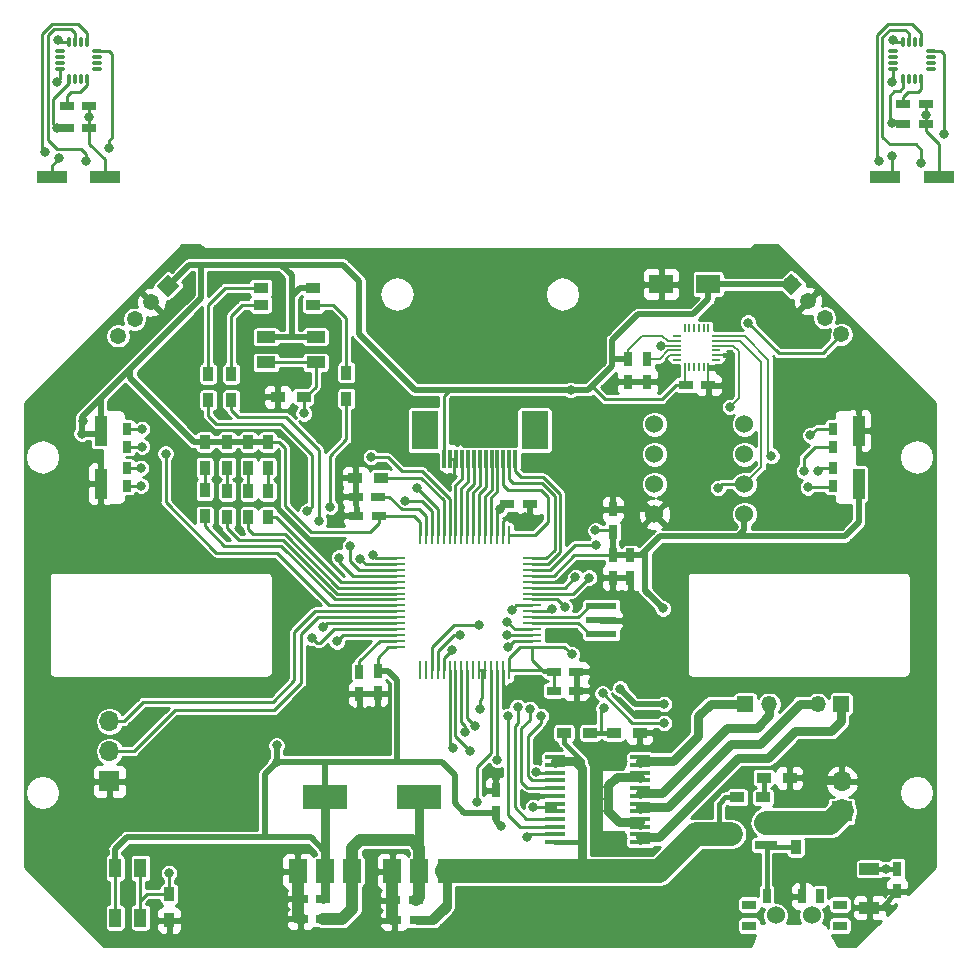
<source format=gtl>
G04 #@! TF.GenerationSoftware,KiCad,Pcbnew,(5.0.0)*
G04 #@! TF.CreationDate,2020-04-07T20:50:25+09:00*
G04 #@! TF.ProjectId,rokisi,726F6B6973692E6B696361645F706362,rev?*
G04 #@! TF.SameCoordinates,PX41cdb40PY30a32c0*
G04 #@! TF.FileFunction,Copper,L1,Top,Signal*
G04 #@! TF.FilePolarity,Positive*
%FSLAX46Y46*%
G04 Gerber Fmt 4.6, Leading zero omitted, Abs format (unit mm)*
G04 Created by KiCad (PCBNEW (5.0.0)) date 04/07/20 20:50:25*
%MOMM*%
%LPD*%
G01*
G04 APERTURE LIST*
G04 #@! TA.AperFunction,SMDPad,CuDef*
%ADD10R,2.500000X1.000000*%
G04 #@! TD*
G04 #@! TA.AperFunction,ComponentPad*
%ADD11C,1.524000*%
G04 #@! TD*
G04 #@! TA.AperFunction,SMDPad,CuDef*
%ADD12R,0.900000X1.200000*%
G04 #@! TD*
G04 #@! TA.AperFunction,ComponentPad*
%ADD13R,1.700000X1.700000*%
G04 #@! TD*
G04 #@! TA.AperFunction,ComponentPad*
%ADD14O,1.700000X1.700000*%
G04 #@! TD*
G04 #@! TA.AperFunction,SMDPad,CuDef*
%ADD15R,1.200000X0.900000*%
G04 #@! TD*
G04 #@! TA.AperFunction,SMDPad,CuDef*
%ADD16R,0.300000X1.500000*%
G04 #@! TD*
G04 #@! TA.AperFunction,SMDPad,CuDef*
%ADD17R,2.300000X3.300000*%
G04 #@! TD*
G04 #@! TA.AperFunction,SMDPad,CuDef*
%ADD18R,0.700000X1.300000*%
G04 #@! TD*
G04 #@! TA.AperFunction,SMDPad,CuDef*
%ADD19R,1.200000X0.800000*%
G04 #@! TD*
G04 #@! TA.AperFunction,SMDPad,CuDef*
%ADD20R,1.500000X2.000000*%
G04 #@! TD*
G04 #@! TA.AperFunction,SMDPad,CuDef*
%ADD21R,3.800000X2.000000*%
G04 #@! TD*
G04 #@! TA.AperFunction,SMDPad,CuDef*
%ADD22R,1.750000X0.450000*%
G04 #@! TD*
G04 #@! TA.AperFunction,SMDPad,CuDef*
%ADD23R,1.600000X0.250000*%
G04 #@! TD*
G04 #@! TA.AperFunction,SMDPad,CuDef*
%ADD24R,0.250000X1.600000*%
G04 #@! TD*
G04 #@! TA.AperFunction,SMDPad,CuDef*
%ADD25R,1.900000X0.800000*%
G04 #@! TD*
G04 #@! TA.AperFunction,SMDPad,CuDef*
%ADD26R,1.200000X0.750000*%
G04 #@! TD*
G04 #@! TA.AperFunction,SMDPad,CuDef*
%ADD27R,2.000000X1.600000*%
G04 #@! TD*
G04 #@! TA.AperFunction,SMDPad,CuDef*
%ADD28R,0.750000X1.200000*%
G04 #@! TD*
G04 #@! TA.AperFunction,ComponentPad*
%ADD29O,1.350000X1.350000*%
G04 #@! TD*
G04 #@! TA.AperFunction,ComponentPad*
%ADD30R,1.350000X1.350000*%
G04 #@! TD*
G04 #@! TA.AperFunction,SMDPad,CuDef*
%ADD31R,1.300000X0.900000*%
G04 #@! TD*
G04 #@! TA.AperFunction,SMDPad,CuDef*
%ADD32R,1.000000X2.500000*%
G04 #@! TD*
G04 #@! TA.AperFunction,SMDPad,CuDef*
%ADD33R,0.800000X1.000000*%
G04 #@! TD*
G04 #@! TA.AperFunction,ComponentPad*
%ADD34C,1.350000*%
G04 #@! TD*
G04 #@! TA.AperFunction,Conductor*
%ADD35C,1.350000*%
G04 #@! TD*
G04 #@! TA.AperFunction,Conductor*
%ADD36C,0.100000*%
G04 #@! TD*
G04 #@! TA.AperFunction,SMDPad,CuDef*
%ADD37R,1.700000X1.000000*%
G04 #@! TD*
G04 #@! TA.AperFunction,SMDPad,CuDef*
%ADD38R,1.600000X1.000000*%
G04 #@! TD*
G04 #@! TA.AperFunction,SMDPad,CuDef*
%ADD39R,1.000000X1.600000*%
G04 #@! TD*
G04 #@! TA.AperFunction,SMDPad,CuDef*
%ADD40R,2.600000X0.600000*%
G04 #@! TD*
G04 #@! TA.AperFunction,SMDPad,CuDef*
%ADD41O,0.950000X0.300000*%
G04 #@! TD*
G04 #@! TA.AperFunction,SMDPad,CuDef*
%ADD42O,0.300000X0.950000*%
G04 #@! TD*
G04 #@! TA.AperFunction,SMDPad,CuDef*
%ADD43R,0.200000X0.700000*%
G04 #@! TD*
G04 #@! TA.AperFunction,SMDPad,CuDef*
%ADD44R,0.700000X0.200000*%
G04 #@! TD*
G04 #@! TA.AperFunction,ViaPad*
%ADD45C,0.800000*%
G04 #@! TD*
G04 #@! TA.AperFunction,Conductor*
%ADD46C,0.250000*%
G04 #@! TD*
G04 #@! TA.AperFunction,Conductor*
%ADD47C,0.400000*%
G04 #@! TD*
G04 #@! TA.AperFunction,Conductor*
%ADD48C,0.800000*%
G04 #@! TD*
G04 #@! TA.AperFunction,Conductor*
%ADD49C,0.200000*%
G04 #@! TD*
G04 #@! TA.AperFunction,Conductor*
%ADD50C,1.000000*%
G04 #@! TD*
G04 #@! TA.AperFunction,Conductor*
%ADD51C,0.500000*%
G04 #@! TD*
G04 #@! TA.AperFunction,Conductor*
%ADD52C,2.000000*%
G04 #@! TD*
G04 #@! TA.AperFunction,Conductor*
%ADD53C,1.500000*%
G04 #@! TD*
G04 #@! TA.AperFunction,Conductor*
%ADD54C,0.254000*%
G04 #@! TD*
G04 APERTURE END LIST*
D10*
G04 #@! TO.P,J1,2*
G04 #@! TO.N,LEFT_GND*
X7250000Y-16400000D03*
G04 #@! TO.P,J1,1*
G04 #@! TO.N,LEFT_VDD*
X2750000Y-16400000D03*
G04 #@! TD*
D11*
G04 #@! TO.P,U12,1*
G04 #@! TO.N,+3V3*
X61400000Y-44920000D03*
G04 #@! TO.P,U12,2*
G04 #@! TO.N,gyro_clk*
X61400000Y-42380000D03*
G04 #@! TO.P,U12,3*
G04 #@! TO.N,gyro_mosi*
X61400000Y-39840000D03*
G04 #@! TO.P,U12,4*
G04 #@! TO.N,gyro_miso*
X61400000Y-37300000D03*
G04 #@! TO.P,U12,5*
G04 #@! TO.N,l3gd20_cs*
X53780000Y-37300000D03*
G04 #@! TO.P,U12,6*
G04 #@! TO.N,Net-(U12-Pad6)*
X53780000Y-39840000D03*
G04 #@! TO.P,U12,7*
G04 #@! TO.N,Net-(U12-Pad7)*
X53780000Y-42380000D03*
G04 #@! TO.P,U12,8*
G04 #@! TO.N,GND*
X53780000Y-44920000D03*
G04 #@! TD*
D12*
G04 #@! TO.P,D4,1*
G04 #@! TO.N,Net-(D4-Pad1)*
X17617930Y-41002866D03*
G04 #@! TO.P,D4,2*
G04 #@! TO.N,+3V3*
X17617930Y-38802866D03*
G04 #@! TD*
G04 #@! TO.P,D3,1*
G04 #@! TO.N,Net-(D3-Pad1)*
X21067930Y-41002866D03*
G04 #@! TO.P,D3,2*
G04 #@! TO.N,+3V3*
X21067930Y-38802866D03*
G04 #@! TD*
G04 #@! TO.P,D5,2*
G04 #@! TO.N,+3V3*
X19417930Y-38802866D03*
G04 #@! TO.P,D5,1*
G04 #@! TO.N,Net-(D5-Pad1)*
X19417930Y-41002866D03*
G04 #@! TD*
G04 #@! TO.P,D6,2*
G04 #@! TO.N,+3V3*
X15717930Y-38802866D03*
G04 #@! TO.P,D6,1*
G04 #@! TO.N,Net-(D6-Pad1)*
X15717930Y-41002866D03*
G04 #@! TD*
G04 #@! TO.P,R14,1*
G04 #@! TO.N,Net-(D3-Pad1)*
X21067930Y-42952866D03*
G04 #@! TO.P,R14,2*
G04 #@! TO.N,led1*
X21067930Y-45152866D03*
G04 #@! TD*
G04 #@! TO.P,R15,1*
G04 #@! TO.N,Net-(D4-Pad1)*
X17617930Y-42952866D03*
G04 #@! TO.P,R15,2*
G04 #@! TO.N,led3*
X17617930Y-45152866D03*
G04 #@! TD*
G04 #@! TO.P,R16,2*
G04 #@! TO.N,led2*
X19417930Y-45152866D03*
G04 #@! TO.P,R16,1*
G04 #@! TO.N,Net-(D5-Pad1)*
X19417930Y-42952866D03*
G04 #@! TD*
G04 #@! TO.P,R17,1*
G04 #@! TO.N,Net-(D6-Pad1)*
X15717930Y-42902866D03*
G04 #@! TO.P,R17,2*
G04 #@! TO.N,led4*
X15717930Y-45102866D03*
G04 #@! TD*
D13*
G04 #@! TO.P,CN1,1*
G04 #@! TO.N,Net-(CN1-Pad1)*
X69650000Y-70100000D03*
D14*
G04 #@! TO.P,CN1,2*
G04 #@! TO.N,GND*
X69650000Y-67560000D03*
G04 #@! TD*
D15*
G04 #@! TO.P,D1,1*
G04 #@! TO.N,GND*
X65250000Y-67250000D03*
G04 #@! TO.P,D1,2*
G04 #@! TO.N,Net-(D1-Pad2)*
X63050000Y-67250000D03*
G04 #@! TD*
D16*
G04 #@! TO.P,J4,1*
G04 #@! TO.N,+3V3*
X36000000Y-40275000D03*
G04 #@! TO.P,J4,2*
G04 #@! TO.N,GND*
X36500000Y-40275000D03*
G04 #@! TO.P,J4,3*
X37000000Y-40275000D03*
G04 #@! TO.P,J4,4*
G04 #@! TO.N,AD0*
X37500000Y-40275000D03*
G04 #@! TO.P,J4,5*
G04 #@! TO.N,AD1*
X38000000Y-40275000D03*
G04 #@! TO.P,J4,6*
G04 #@! TO.N,AD2*
X38500000Y-40275000D03*
D17*
G04 #@! TO.P,J4,14*
G04 #@! TO.N,N/C*
X43650000Y-37825000D03*
G04 #@! TO.P,J4,15*
X34350000Y-37825000D03*
D16*
G04 #@! TO.P,J4,7*
G04 #@! TO.N,AD3*
X39000000Y-40275000D03*
G04 #@! TO.P,J4,9*
G04 #@! TO.N,AD5*
X40000000Y-40275000D03*
G04 #@! TO.P,J4,10*
G04 #@! TO.N,AD6*
X40500000Y-40275000D03*
G04 #@! TO.P,J4,8*
G04 #@! TO.N,AD4*
X39500000Y-40275000D03*
G04 #@! TO.P,J4,11*
G04 #@! TO.N,AD7*
X41000000Y-40275000D03*
G04 #@! TO.P,J4,12*
G04 #@! TO.N,AD8*
X41500000Y-40275000D03*
G04 #@! TO.P,J4,13*
G04 #@! TO.N,AD9*
X42000000Y-40275000D03*
G04 #@! TD*
D12*
G04 #@! TO.P,R2,1*
G04 #@! TO.N,Net-(Q1-Pad1)*
X65750000Y-73100000D03*
G04 #@! TO.P,R2,2*
G04 #@! TO.N,Net-(CN1-Pad1)*
X65750000Y-70900000D03*
G04 #@! TD*
D15*
G04 #@! TO.P,R4,2*
G04 #@! TO.N,Net-(D1-Pad2)*
X63000000Y-68900000D03*
G04 #@! TO.P,R4,1*
G04 #@! TO.N,+12V*
X60800000Y-68900000D03*
G04 #@! TD*
D18*
G04 #@! TO.P,U1,1*
G04 #@! TO.N,Net-(Q1-Pad1)*
X63290000Y-77276000D03*
G04 #@! TO.P,U1,2*
G04 #@! TO.N,GND*
X66290000Y-77276000D03*
G04 #@! TO.P,U1,3*
G04 #@! TO.N,N/C*
X67790000Y-77276000D03*
D19*
G04 #@! TO.P,U1,4*
X69490000Y-77976000D03*
X61790000Y-77976000D03*
X69490000Y-79776000D03*
X61790000Y-79776000D03*
D11*
G04 #@! TO.P,U1,*
G04 #@! TO.N,*
X67100000Y-78900000D03*
X64052000Y-78900000D03*
G04 #@! TD*
D20*
G04 #@! TO.P,U2,1*
G04 #@! TO.N,GND*
X31600000Y-75150000D03*
G04 #@! TO.P,U2,3*
G04 #@! TO.N,+12V*
X36200000Y-75150000D03*
G04 #@! TO.P,U2,2*
G04 #@! TO.N,+5V*
X33900000Y-75150000D03*
D21*
G04 #@! TO.P,U2,4*
X33900000Y-68850000D03*
G04 #@! TD*
G04 #@! TO.P,U3,4*
G04 #@! TO.N,+3V3*
X25900000Y-68850000D03*
D20*
G04 #@! TO.P,U3,2*
X25900000Y-75150000D03*
G04 #@! TO.P,U3,3*
G04 #@! TO.N,+5V*
X28200000Y-75150000D03*
G04 #@! TO.P,U3,1*
G04 #@! TO.N,GND*
X23600000Y-75150000D03*
G04 #@! TD*
D22*
G04 #@! TO.P,U7,1*
G04 #@! TO.N,AO1*
X52600000Y-72675000D03*
G04 #@! TO.P,U7,2*
X52600000Y-72025000D03*
G04 #@! TO.P,U7,3*
G04 #@! TO.N,GND*
X52600000Y-71375000D03*
G04 #@! TO.P,U7,4*
X52600000Y-70725000D03*
G04 #@! TO.P,U7,5*
G04 #@! TO.N,AO2*
X52600000Y-70075000D03*
G04 #@! TO.P,U7,6*
X52600000Y-69425000D03*
G04 #@! TO.P,U7,7*
G04 #@! TO.N,BO2*
X52600000Y-68775000D03*
G04 #@! TO.P,U7,8*
X52600000Y-68125000D03*
G04 #@! TO.P,U7,9*
G04 #@! TO.N,GND*
X52600000Y-67475000D03*
G04 #@! TO.P,U7,10*
X52600000Y-66825000D03*
G04 #@! TO.P,U7,11*
G04 #@! TO.N,BO1*
X52600000Y-66175000D03*
G04 #@! TO.P,U7,12*
X52600000Y-65525000D03*
G04 #@! TO.P,U7,13*
G04 #@! TO.N,+12V*
X45400000Y-65525000D03*
G04 #@! TO.P,U7,14*
X45400000Y-66175000D03*
G04 #@! TO.P,U7,15*
G04 #@! TO.N,pwmb*
X45400000Y-66825000D03*
G04 #@! TO.P,U7,16*
G04 #@! TO.N,bin2*
X45400000Y-67475000D03*
G04 #@! TO.P,U7,17*
G04 #@! TO.N,bin1*
X45400000Y-68125000D03*
G04 #@! TO.P,U7,18*
G04 #@! TO.N,GND*
X45400000Y-68775000D03*
G04 #@! TO.P,U7,19*
G04 #@! TO.N,+3V3*
X45400000Y-69425000D03*
G04 #@! TO.P,U7,20*
X45400000Y-70075000D03*
G04 #@! TO.P,U7,21*
G04 #@! TO.N,ain1*
X45400000Y-70725000D03*
G04 #@! TO.P,U7,22*
G04 #@! TO.N,ain2*
X45400000Y-71375000D03*
G04 #@! TO.P,U7,23*
G04 #@! TO.N,pwma*
X45400000Y-72025000D03*
G04 #@! TO.P,U7,24*
G04 #@! TO.N,+12V*
X45400000Y-72675000D03*
G04 #@! TD*
D23*
G04 #@! TO.P,U8,1*
G04 #@! TO.N,+3V3*
X43450000Y-56150000D03*
G04 #@! TO.P,U8,2*
G04 #@! TO.N,ain2*
X43450000Y-55650000D03*
G04 #@! TO.P,U8,3*
G04 #@! TO.N,ain1*
X43450000Y-55150000D03*
G04 #@! TO.P,U8,4*
G04 #@! TO.N,bin1*
X43450000Y-54650000D03*
G04 #@! TO.P,U8,5*
G04 #@! TO.N,Net-(U4-Pad1)*
X43450000Y-54150000D03*
G04 #@! TO.P,U8,6*
G04 #@! TO.N,Net-(U4-Pad3)*
X43450000Y-53650000D03*
G04 #@! TO.P,U8,7*
G04 #@! TO.N,Net-(C10-Pad2)*
X43450000Y-53150000D03*
G04 #@! TO.P,U8,8*
G04 #@! TO.N,bin2*
X43450000Y-52650000D03*
G04 #@! TO.P,U8,9*
G04 #@! TO.N,batt_analog*
X43450000Y-52150000D03*
G04 #@! TO.P,U8,10*
G04 #@! TO.N,l3gd20_cs*
X43450000Y-51650000D03*
G04 #@! TO.P,U8,11*
G04 #@! TO.N,mpu_cs*
X43450000Y-51150000D03*
G04 #@! TO.P,U8,12*
G04 #@! TO.N,GND*
X43450000Y-50650000D03*
G04 #@! TO.P,U8,13*
G04 #@! TO.N,+3V3*
X43450000Y-50150000D03*
G04 #@! TO.P,U8,14*
G04 #@! TO.N,ad12*
X43450000Y-49650000D03*
G04 #@! TO.P,U8,15*
G04 #@! TO.N,AD9*
X43450000Y-49150000D03*
G04 #@! TO.P,U8,16*
G04 #@! TO.N,AD8*
X43450000Y-48650000D03*
D24*
G04 #@! TO.P,U8,17*
G04 #@! TO.N,AD7*
X41450000Y-46650000D03*
G04 #@! TO.P,U8,18*
G04 #@! TO.N,GND*
X40950000Y-46650000D03*
G04 #@! TO.P,U8,19*
G04 #@! TO.N,+3V3*
X40450000Y-46650000D03*
G04 #@! TO.P,U8,20*
G04 #@! TO.N,AD6*
X39950000Y-46650000D03*
G04 #@! TO.P,U8,21*
G04 #@! TO.N,AD5*
X39450000Y-46650000D03*
G04 #@! TO.P,U8,22*
G04 #@! TO.N,AD4*
X38950000Y-46650000D03*
G04 #@! TO.P,U8,23*
G04 #@! TO.N,AD3*
X38450000Y-46650000D03*
G04 #@! TO.P,U8,24*
G04 #@! TO.N,AD2*
X37950000Y-46650000D03*
G04 #@! TO.P,U8,25*
G04 #@! TO.N,AD1*
X37450000Y-46650000D03*
G04 #@! TO.P,U8,26*
G04 #@! TO.N,AD0*
X36950000Y-46650000D03*
G04 #@! TO.P,U8,27*
G04 #@! TO.N,ad11*
X36450000Y-46650000D03*
G04 #@! TO.P,U8,28*
G04 #@! TO.N,Net-(R8-Pad1)*
X35950000Y-46650000D03*
G04 #@! TO.P,U8,29*
G04 #@! TO.N,led_right*
X35450000Y-46650000D03*
G04 #@! TO.P,U8,30*
G04 #@! TO.N,pushsw1*
X34950000Y-46650000D03*
G04 #@! TO.P,U8,31*
G04 #@! TO.N,Net-(C16-Pad1)*
X34450000Y-46650000D03*
G04 #@! TO.P,U8,32*
G04 #@! TO.N,+3V3*
X33950000Y-46650000D03*
D23*
G04 #@! TO.P,U8,33*
G04 #@! TO.N,spi2_cs*
X31950000Y-48650000D03*
G04 #@! TO.P,U8,34*
G04 #@! TO.N,spi2_clk*
X31950000Y-49150000D03*
G04 #@! TO.P,U8,35*
G04 #@! TO.N,spi2_miso*
X31950000Y-49650000D03*
G04 #@! TO.P,U8,36*
G04 #@! TO.N,spi2_mosi*
X31950000Y-50150000D03*
G04 #@! TO.P,U8,37*
G04 #@! TO.N,led1*
X31950000Y-50650000D03*
G04 #@! TO.P,U8,38*
G04 #@! TO.N,led2*
X31950000Y-51150000D03*
G04 #@! TO.P,U8,39*
G04 #@! TO.N,led3*
X31950000Y-51650000D03*
G04 #@! TO.P,U8,40*
G04 #@! TO.N,led4*
X31950000Y-52150000D03*
G04 #@! TO.P,U8,41*
G04 #@! TO.N,led_left*
X31950000Y-52650000D03*
G04 #@! TO.P,U8,42*
G04 #@! TO.N,usart1_tx*
X31950000Y-53150000D03*
G04 #@! TO.P,U8,43*
G04 #@! TO.N,usart1_rx*
X31950000Y-53650000D03*
G04 #@! TO.P,U8,44*
G04 #@! TO.N,fled_blue*
X31950000Y-54150000D03*
G04 #@! TO.P,U8,45*
G04 #@! TO.N,fled_green*
X31950000Y-54650000D03*
G04 #@! TO.P,U8,46*
G04 #@! TO.N,fled_red*
X31950000Y-55150000D03*
G04 #@! TO.P,U8,47*
G04 #@! TO.N,Net-(C9-Pad2)*
X31950000Y-55650000D03*
G04 #@! TO.P,U8,48*
G04 #@! TO.N,+3V3*
X31950000Y-56150000D03*
D24*
G04 #@! TO.P,U8,49*
G04 #@! TO.N,Net-(U8-Pad49)*
X33950000Y-58150000D03*
G04 #@! TO.P,U8,50*
G04 #@! TO.N,Net-(U8-Pad50)*
X34450000Y-58150000D03*
G04 #@! TO.P,U8,51*
G04 #@! TO.N,gyro_clk*
X34950000Y-58150000D03*
G04 #@! TO.P,U8,52*
G04 #@! TO.N,gyro_miso*
X35450000Y-58150000D03*
G04 #@! TO.P,U8,53*
G04 #@! TO.N,gyro_mosi*
X35950000Y-58150000D03*
G04 #@! TO.P,U8,54*
G04 #@! TO.N,spi1_cs*
X36450000Y-58150000D03*
G04 #@! TO.P,U8,55*
G04 #@! TO.N,spi1_clk*
X36950000Y-58150000D03*
G04 #@! TO.P,U8,56*
G04 #@! TO.N,spi1_miso*
X37450000Y-58150000D03*
G04 #@! TO.P,U8,57*
G04 #@! TO.N,spi1_mosi*
X37950000Y-58150000D03*
G04 #@! TO.P,U8,58*
G04 #@! TO.N,Net-(U8-Pad58)*
X38450000Y-58150000D03*
G04 #@! TO.P,U8,59*
G04 #@! TO.N,boot*
X38950000Y-58150000D03*
G04 #@! TO.P,U8,60*
X39450000Y-58150000D03*
G04 #@! TO.P,U8,61*
G04 #@! TO.N,pwma*
X39950000Y-58150000D03*
G04 #@! TO.P,U8,62*
G04 #@! TO.N,pwmb*
X40450000Y-58150000D03*
G04 #@! TO.P,U8,63*
G04 #@! TO.N,GND*
X40950000Y-58150000D03*
G04 #@! TO.P,U8,64*
G04 #@! TO.N,+3V3*
X41450000Y-58150000D03*
G04 #@! TD*
D25*
G04 #@! TO.P,Q1,1*
G04 #@! TO.N,Net-(Q1-Pad1)*
X63250000Y-72950000D03*
G04 #@! TO.P,Q1,2*
G04 #@! TO.N,Net-(CN1-Pad1)*
X63250000Y-71050000D03*
G04 #@! TO.P,Q1,3*
G04 #@! TO.N,+12V*
X60250000Y-72000000D03*
G04 #@! TD*
D26*
G04 #@! TO.P,C1,2*
G04 #@! TO.N,+3V3*
X45253980Y-59856809D03*
G04 #@! TO.P,C1,1*
G04 #@! TO.N,GND*
X47153980Y-59856809D03*
G04 #@! TD*
G04 #@! TO.P,C2,2*
G04 #@! TO.N,+3V3*
X45253980Y-58256809D03*
G04 #@! TO.P,C2,1*
G04 #@! TO.N,GND*
X47153980Y-58256809D03*
G04 #@! TD*
G04 #@! TO.P,C3,2*
G04 #@! TO.N,GND*
X31750000Y-79300000D03*
G04 #@! TO.P,C3,1*
G04 #@! TO.N,+12V*
X33650000Y-79300000D03*
G04 #@! TD*
G04 #@! TO.P,C4,1*
G04 #@! TO.N,+5V*
X33600000Y-77600000D03*
G04 #@! TO.P,C4,2*
G04 #@! TO.N,GND*
X31700000Y-77600000D03*
G04 #@! TD*
G04 #@! TO.P,C5,1*
G04 #@! TO.N,+5V*
X25750000Y-79200000D03*
G04 #@! TO.P,C5,2*
G04 #@! TO.N,GND*
X23850000Y-79200000D03*
G04 #@! TD*
G04 #@! TO.P,C6,2*
G04 #@! TO.N,GND*
X23850000Y-77500000D03*
G04 #@! TO.P,C6,1*
G04 #@! TO.N,+3V3*
X25750000Y-77500000D03*
G04 #@! TD*
D27*
G04 #@! TO.P,C7,1*
G04 #@! TO.N,+3V3*
X58350000Y-25450000D03*
G04 #@! TO.P,C7,2*
G04 #@! TO.N,GND*
X54350000Y-25450000D03*
G04 #@! TD*
D28*
G04 #@! TO.P,C8,1*
G04 #@! TO.N,GND*
X30350000Y-60100000D03*
G04 #@! TO.P,C8,2*
G04 #@! TO.N,+3V3*
X30350000Y-58200000D03*
G04 #@! TD*
G04 #@! TO.P,C9,1*
G04 #@! TO.N,GND*
X28800000Y-60150000D03*
G04 #@! TO.P,C9,2*
G04 #@! TO.N,Net-(C9-Pad2)*
X28800000Y-58250000D03*
G04 #@! TD*
G04 #@! TO.P,C10,2*
G04 #@! TO.N,Net-(C10-Pad2)*
X74350000Y-74950000D03*
G04 #@! TO.P,C10,1*
G04 #@! TO.N,GND*
X74350000Y-76850000D03*
G04 #@! TD*
G04 #@! TO.P,C11,2*
G04 #@! TO.N,GND*
X51750000Y-50300000D03*
G04 #@! TO.P,C11,1*
G04 #@! TO.N,+3V3*
X51750000Y-48400000D03*
G04 #@! TD*
G04 #@! TO.P,C12,1*
G04 #@! TO.N,+3V3*
X50250000Y-48400000D03*
G04 #@! TO.P,C12,2*
G04 #@! TO.N,GND*
X50250000Y-50300000D03*
G04 #@! TD*
D26*
G04 #@! TO.P,C13,1*
G04 #@! TO.N,RIGHT_VDD*
X74850000Y-11900000D03*
G04 #@! TO.P,C13,2*
G04 #@! TO.N,RIGHT_GND*
X76750000Y-11900000D03*
G04 #@! TD*
G04 #@! TO.P,C14,1*
G04 #@! TO.N,LEFT_VDD*
X4050000Y-12200000D03*
G04 #@! TO.P,C14,2*
G04 #@! TO.N,LEFT_GND*
X5950000Y-12200000D03*
G04 #@! TD*
G04 #@! TO.P,C15,2*
G04 #@! TO.N,Net-(C15-Pad2)*
X74850000Y-10200000D03*
G04 #@! TO.P,C15,1*
G04 #@! TO.N,RIGHT_GND*
X76750000Y-10200000D03*
G04 #@! TD*
G04 #@! TO.P,C16,1*
G04 #@! TO.N,Net-(C16-Pad1)*
X30400000Y-43450000D03*
G04 #@! TO.P,C16,2*
G04 #@! TO.N,GND*
X28500000Y-43450000D03*
G04 #@! TD*
G04 #@! TO.P,C17,1*
G04 #@! TO.N,+3V3*
X30450000Y-45050000D03*
G04 #@! TO.P,C17,2*
G04 #@! TO.N,GND*
X28550000Y-45050000D03*
G04 #@! TD*
G04 #@! TO.P,C18,2*
G04 #@! TO.N,Net-(C18-Pad2)*
X4050000Y-10400000D03*
G04 #@! TO.P,C18,1*
G04 #@! TO.N,LEFT_GND*
X5950000Y-10400000D03*
G04 #@! TD*
G04 #@! TO.P,C19,2*
G04 #@! TO.N,+3V3*
X41350000Y-44100000D03*
G04 #@! TO.P,C19,1*
G04 #@! TO.N,GND*
X43250000Y-44100000D03*
G04 #@! TD*
D28*
G04 #@! TO.P,C20,2*
G04 #@! TO.N,+3V3*
X50250000Y-46400000D03*
G04 #@! TO.P,C20,1*
G04 #@! TO.N,GND*
X50250000Y-44500000D03*
G04 #@! TD*
G04 #@! TO.P,C21,1*
G04 #@! TO.N,Net-(C21-Pad1)*
X53200000Y-31800000D03*
G04 #@! TO.P,C21,2*
G04 #@! TO.N,GND*
X53200000Y-33700000D03*
G04 #@! TD*
D26*
G04 #@! TO.P,C22,1*
G04 #@! TO.N,+3V3*
X56450000Y-34000000D03*
G04 #@! TO.P,C22,2*
G04 #@! TO.N,GND*
X58350000Y-34000000D03*
G04 #@! TD*
D28*
G04 #@! TO.P,C23,2*
G04 #@! TO.N,GND*
X51550000Y-33700000D03*
G04 #@! TO.P,C23,1*
G04 #@! TO.N,+3V3*
X51550000Y-31800000D03*
G04 #@! TD*
D29*
G04 #@! TO.P,CN2,2*
G04 #@! TO.N,AO2*
X67600000Y-61000000D03*
D30*
G04 #@! TO.P,CN2,1*
G04 #@! TO.N,AO1*
X69600000Y-61000000D03*
G04 #@! TD*
G04 #@! TO.P,CN3,1*
G04 #@! TO.N,BO1*
X61500000Y-61000000D03*
D29*
G04 #@! TO.P,CN3,2*
G04 #@! TO.N,BO2*
X63500000Y-61000000D03*
G04 #@! TD*
D31*
G04 #@! TO.P,D2,1*
G04 #@! TO.N,Net-(D2-Pad1)*
X20450000Y-25750000D03*
G04 #@! TO.P,D2,4*
G04 #@! TO.N,Net-(D2-Pad4)*
X20450000Y-27200000D03*
G04 #@! TO.P,D2,2*
G04 #@! TO.N,+3V3*
X24900000Y-25800000D03*
G04 #@! TO.P,D2,3*
G04 #@! TO.N,Net-(D2-Pad3)*
X24900000Y-27200000D03*
G04 #@! TD*
D10*
G04 #@! TO.P,J3,2*
G04 #@! TO.N,RIGHT_GND*
X77850000Y-16400000D03*
G04 #@! TO.P,J3,1*
G04 #@! TO.N,RIGHT_VDD*
X73350000Y-16400000D03*
G04 #@! TD*
D32*
G04 #@! TO.P,J6,1*
G04 #@! TO.N,+3V3*
X6900000Y-37850000D03*
G04 #@! TO.P,J6,2*
G04 #@! TO.N,GND*
X6900000Y-42350000D03*
G04 #@! TD*
D33*
G04 #@! TO.P,J7,4*
G04 #@! TO.N,spi1_mosi*
X68900000Y-37700000D03*
G04 #@! TO.P,J7,3*
G04 #@! TO.N,spi1_miso*
X68900000Y-39200000D03*
G04 #@! TO.P,J7,2*
G04 #@! TO.N,spi1_clk*
X68900000Y-41000000D03*
G04 #@! TO.P,J7,1*
G04 #@! TO.N,spi1_cs*
X68900000Y-42500000D03*
G04 #@! TD*
D34*
G04 #@! TO.P,J8,4*
G04 #@! TO.N,led_left*
X8371573Y-29828427D03*
D35*
G04 #@! TD*
G04 #@! TO.N,led_left*
G04 #@! TO.C,J8*
X8371573Y-29828427D02*
X8371573Y-29828427D01*
D34*
G04 #@! TO.P,J8,3*
G04 #@! TO.N,ad11*
X9785787Y-28414213D03*
D35*
G04 #@! TD*
G04 #@! TO.N,ad11*
G04 #@! TO.C,J8*
X9785787Y-28414213D02*
X9785787Y-28414213D01*
D34*
G04 #@! TO.P,J8,2*
G04 #@! TO.N,GND*
X11200000Y-27000000D03*
D35*
G04 #@! TD*
G04 #@! TO.N,GND*
G04 #@! TO.C,J8*
X11200000Y-27000000D02*
X11200000Y-27000000D01*
D34*
G04 #@! TO.P,J8,1*
G04 #@! TO.N,+3V3*
X12614214Y-25585786D03*
D36*
G04 #@! TD*
G04 #@! TO.N,+3V3*
G04 #@! TO.C,J8*
G36*
X11659620Y-25585786D02*
X12614214Y-24631192D01*
X13568808Y-25585786D01*
X12614214Y-26540380D01*
X11659620Y-25585786D01*
X11659620Y-25585786D01*
G37*
D32*
G04 #@! TO.P,J9,1*
G04 #@! TO.N,+3V3*
X71100000Y-42350000D03*
G04 #@! TO.P,J9,2*
G04 #@! TO.N,GND*
X71100000Y-37850000D03*
G04 #@! TD*
D33*
G04 #@! TO.P,J10,1*
G04 #@! TO.N,spi2_cs*
X9100000Y-37700000D03*
G04 #@! TO.P,J10,2*
G04 #@! TO.N,spi2_clk*
X9100000Y-39200000D03*
G04 #@! TO.P,J10,3*
G04 #@! TO.N,spi2_miso*
X9100000Y-41000000D03*
G04 #@! TO.P,J10,4*
G04 #@! TO.N,spi2_mosi*
X9100000Y-42500000D03*
G04 #@! TD*
D34*
G04 #@! TO.P,J11,1*
G04 #@! TO.N,+3V3*
X65371573Y-25471573D03*
D36*
G04 #@! TD*
G04 #@! TO.N,+3V3*
G04 #@! TO.C,J11*
G36*
X65371573Y-26426167D02*
X64416979Y-25471573D01*
X65371573Y-24516979D01*
X66326167Y-25471573D01*
X65371573Y-26426167D01*
X65371573Y-26426167D01*
G37*
D34*
G04 #@! TO.P,J11,2*
G04 #@! TO.N,GND*
X66785787Y-26885787D03*
D35*
G04 #@! TD*
G04 #@! TO.N,GND*
G04 #@! TO.C,J11*
X66785787Y-26885787D02*
X66785787Y-26885787D01*
D34*
G04 #@! TO.P,J11,3*
G04 #@! TO.N,ad12*
X68200000Y-28300000D03*
D35*
G04 #@! TD*
G04 #@! TO.N,ad12*
G04 #@! TO.C,J11*
X68200000Y-28300000D02*
X68200000Y-28300000D01*
D34*
G04 #@! TO.P,J11,4*
G04 #@! TO.N,led_right*
X69614214Y-29714214D03*
D35*
G04 #@! TD*
G04 #@! TO.N,led_right*
G04 #@! TO.C,J11*
X69614214Y-29714214D02*
X69614214Y-29714214D01*
D13*
G04 #@! TO.P,J12,1*
G04 #@! TO.N,GND*
X7650000Y-67550000D03*
D14*
G04 #@! TO.P,J12,2*
G04 #@! TO.N,usart1_rx*
X7650000Y-65010000D03*
G04 #@! TO.P,J12,3*
G04 #@! TO.N,usart1_tx*
X7650000Y-62470000D03*
G04 #@! TD*
D15*
G04 #@! TO.P,R3,2*
G04 #@! TO.N,batt_analog*
X48350000Y-63450000D03*
G04 #@! TO.P,R3,1*
G04 #@! TO.N,+12V*
X46150000Y-63450000D03*
G04 #@! TD*
G04 #@! TO.P,R5,1*
G04 #@! TO.N,batt_analog*
X50350000Y-63450000D03*
G04 #@! TO.P,R5,2*
G04 #@! TO.N,GND*
X52550000Y-63450000D03*
G04 #@! TD*
G04 #@! TO.P,R8,2*
G04 #@! TO.N,GND*
X28450000Y-41850000D03*
G04 #@! TO.P,R8,1*
G04 #@! TO.N,Net-(R8-Pad1)*
X30650000Y-41850000D03*
G04 #@! TD*
G04 #@! TO.P,R9,2*
G04 #@! TO.N,pushsw1*
X24100000Y-35000000D03*
G04 #@! TO.P,R9,1*
G04 #@! TO.N,GND*
X21900000Y-35000000D03*
G04 #@! TD*
D12*
G04 #@! TO.P,R10,1*
G04 #@! TO.N,fled_red*
X16000000Y-35250001D03*
G04 #@! TO.P,R10,2*
G04 #@! TO.N,Net-(D2-Pad1)*
X16000000Y-33050001D03*
G04 #@! TD*
G04 #@! TO.P,R11,2*
G04 #@! TO.N,fled_blue*
X27700000Y-35150000D03*
G04 #@! TO.P,R11,1*
G04 #@! TO.N,Net-(D2-Pad3)*
X27700000Y-32950000D03*
G04 #@! TD*
G04 #@! TO.P,R12,1*
G04 #@! TO.N,GND*
X12700000Y-79300000D03*
G04 #@! TO.P,R12,2*
G04 #@! TO.N,boot*
X12700000Y-77100000D03*
G04 #@! TD*
G04 #@! TO.P,R13,2*
G04 #@! TO.N,Net-(D2-Pad4)*
X17950000Y-33050000D03*
G04 #@! TO.P,R13,1*
G04 #@! TO.N,fled_green*
X17950000Y-35250000D03*
G04 #@! TD*
D37*
G04 #@! TO.P,SW1,1*
G04 #@! TO.N,Net-(C10-Pad2)*
X72000000Y-74950000D03*
G04 #@! TO.P,SW1,2*
G04 #@! TO.N,GND*
X72000000Y-78250000D03*
G04 #@! TD*
D38*
G04 #@! TO.P,SW2,1*
G04 #@! TO.N,+3V3*
X20900000Y-29925000D03*
X25100000Y-29925000D03*
G04 #@! TO.P,SW2,2*
G04 #@! TO.N,pushsw1*
X20900000Y-32075000D03*
X25100000Y-32075000D03*
G04 #@! TD*
D39*
G04 #@! TO.P,SW3,2*
G04 #@! TO.N,boot*
X10275000Y-74900000D03*
X10275000Y-79100000D03*
G04 #@! TO.P,SW3,1*
G04 #@! TO.N,+3V3*
X8125000Y-74900000D03*
X8125000Y-79100000D03*
G04 #@! TD*
D40*
G04 #@! TO.P,U4,1*
G04 #@! TO.N,Net-(U4-Pad1)*
X49300000Y-55100000D03*
G04 #@! TO.P,U4,2*
G04 #@! TO.N,GND*
X49300000Y-53900000D03*
G04 #@! TO.P,U4,3*
G04 #@! TO.N,Net-(U4-Pad3)*
X49300000Y-52700000D03*
G04 #@! TD*
D41*
G04 #@! TO.P,U9,1*
G04 #@! TO.N,Net-(U9-Pad1)*
X77175000Y-7250000D03*
G04 #@! TO.P,U9,2*
G04 #@! TO.N,Net-(U9-Pad2)*
X77175000Y-6750000D03*
G04 #@! TO.P,U9,3*
G04 #@! TO.N,Net-(U9-Pad3)*
X77175000Y-6250000D03*
G04 #@! TO.P,U9,4*
G04 #@! TO.N,RIGHT_MOSI*
X77175000Y-5750000D03*
D42*
G04 #@! TO.P,U9,5*
G04 #@! TO.N,RIGHT_CS*
X76350000Y-4925000D03*
G04 #@! TO.P,U9,6*
G04 #@! TO.N,Net-(U9-Pad6)*
X75850000Y-4925000D03*
G04 #@! TO.P,U9,7*
G04 #@! TO.N,RIGHT_MISO*
X75350000Y-4925000D03*
G04 #@! TO.P,U9,8*
G04 #@! TO.N,RIGHT_GND*
X74850000Y-4925000D03*
D41*
G04 #@! TO.P,U9,9*
G04 #@! TO.N,Net-(U9-Pad9)*
X74025000Y-5750000D03*
G04 #@! TO.P,U9,10*
G04 #@! TO.N,Net-(U9-Pad10)*
X74025000Y-6250000D03*
G04 #@! TO.P,U9,11*
G04 #@! TO.N,Net-(U9-Pad11)*
X74025000Y-6750000D03*
G04 #@! TO.P,U9,12*
G04 #@! TO.N,RIGHT_SCLK*
X74025000Y-7250000D03*
D42*
G04 #@! TO.P,U9,13*
G04 #@! TO.N,RIGHT_VDD*
X74850000Y-8075000D03*
G04 #@! TO.P,U9,14*
G04 #@! TO.N,Net-(U9-Pad14)*
X75350000Y-8075000D03*
G04 #@! TO.P,U9,15*
G04 #@! TO.N,Net-(U9-Pad15)*
X75850000Y-8075000D03*
G04 #@! TO.P,U9,16*
G04 #@! TO.N,Net-(C15-Pad2)*
X76350000Y-8075000D03*
G04 #@! TD*
G04 #@! TO.P,U10,16*
G04 #@! TO.N,Net-(C18-Pad2)*
X5750000Y-8075000D03*
G04 #@! TO.P,U10,15*
G04 #@! TO.N,Net-(U10-Pad15)*
X5250000Y-8075000D03*
G04 #@! TO.P,U10,14*
G04 #@! TO.N,Net-(U10-Pad14)*
X4750000Y-8075000D03*
G04 #@! TO.P,U10,13*
G04 #@! TO.N,LEFT_VDD*
X4250000Y-8075000D03*
D41*
G04 #@! TO.P,U10,12*
G04 #@! TO.N,LEFT_SCLK*
X3425000Y-7250000D03*
G04 #@! TO.P,U10,11*
G04 #@! TO.N,Net-(U10-Pad11)*
X3425000Y-6750000D03*
G04 #@! TO.P,U10,10*
G04 #@! TO.N,Net-(U10-Pad10)*
X3425000Y-6250000D03*
G04 #@! TO.P,U10,9*
G04 #@! TO.N,Net-(U10-Pad9)*
X3425000Y-5750000D03*
D42*
G04 #@! TO.P,U10,8*
G04 #@! TO.N,LEFT_GND*
X4250000Y-4925000D03*
G04 #@! TO.P,U10,7*
G04 #@! TO.N,LEFT_MISO*
X4750000Y-4925000D03*
G04 #@! TO.P,U10,6*
G04 #@! TO.N,Net-(U10-Pad6)*
X5250000Y-4925000D03*
G04 #@! TO.P,U10,5*
G04 #@! TO.N,LEFT_CS*
X5750000Y-4925000D03*
D41*
G04 #@! TO.P,U10,4*
G04 #@! TO.N,LEFT_MOSI*
X6575000Y-5750000D03*
G04 #@! TO.P,U10,3*
G04 #@! TO.N,Net-(U10-Pad3)*
X6575000Y-6250000D03*
G04 #@! TO.P,U10,2*
G04 #@! TO.N,Net-(U10-Pad2)*
X6575000Y-6750000D03*
G04 #@! TO.P,U10,1*
G04 #@! TO.N,Net-(U10-Pad1)*
X6575000Y-7250000D03*
G04 #@! TD*
D43*
G04 #@! TO.P,U11,1*
G04 #@! TO.N,Net-(U11-Pad1)*
X58350000Y-29200000D03*
G04 #@! TO.P,U11,2*
G04 #@! TO.N,Net-(U11-Pad2)*
X57950000Y-29200000D03*
G04 #@! TO.P,U11,3*
G04 #@! TO.N,Net-(U11-Pad3)*
X57550000Y-29200000D03*
G04 #@! TO.P,U11,4*
G04 #@! TO.N,Net-(U11-Pad4)*
X57150000Y-29200000D03*
G04 #@! TO.P,U11,5*
G04 #@! TO.N,Net-(U11-Pad5)*
X56750000Y-29200000D03*
G04 #@! TO.P,U11,6*
G04 #@! TO.N,Net-(U11-Pad6)*
X56350000Y-29200000D03*
D44*
G04 #@! TO.P,U11,7*
G04 #@! TO.N,Net-(U11-Pad7)*
X55700000Y-29850000D03*
G04 #@! TO.P,U11,8*
G04 #@! TO.N,+3V3*
X55700000Y-30250000D03*
G04 #@! TO.P,U11,9*
G04 #@! TO.N,gyro_miso*
X55700000Y-30650000D03*
G04 #@! TO.P,U11,10*
G04 #@! TO.N,Net-(C21-Pad1)*
X55700000Y-31050000D03*
G04 #@! TO.P,U11,11*
G04 #@! TO.N,GND*
X55700000Y-31450000D03*
G04 #@! TO.P,U11,12*
G04 #@! TO.N,Net-(U11-Pad12)*
X55700000Y-31850000D03*
D43*
G04 #@! TO.P,U11,13*
G04 #@! TO.N,+3V3*
X56350000Y-32500000D03*
G04 #@! TO.P,U11,14*
G04 #@! TO.N,Net-(U11-Pad14)*
X56750000Y-32500000D03*
G04 #@! TO.P,U11,15*
G04 #@! TO.N,Net-(U11-Pad15)*
X57150000Y-32500000D03*
G04 #@! TO.P,U11,16*
G04 #@! TO.N,Net-(U11-Pad16)*
X57550000Y-32500000D03*
G04 #@! TO.P,U11,17*
G04 #@! TO.N,Net-(U11-Pad17)*
X57950000Y-32500000D03*
G04 #@! TO.P,U11,18*
G04 #@! TO.N,GND*
X58350000Y-32500000D03*
D44*
G04 #@! TO.P,U11,19*
G04 #@! TO.N,Net-(U11-Pad19)*
X59000000Y-31850000D03*
G04 #@! TO.P,U11,20*
G04 #@! TO.N,GND*
X59000000Y-31450000D03*
G04 #@! TO.P,U11,21*
G04 #@! TO.N,Net-(U11-Pad21)*
X59000000Y-31050000D03*
G04 #@! TO.P,U11,22*
G04 #@! TO.N,mpu_cs*
X59000000Y-30650000D03*
G04 #@! TO.P,U11,23*
G04 #@! TO.N,gyro_clk*
X59000000Y-30250000D03*
G04 #@! TO.P,U11,24*
G04 #@! TO.N,gyro_mosi*
X59000000Y-29850000D03*
G04 #@! TD*
D28*
G04 #@! TO.P,C24,1*
G04 #@! TO.N,GND*
X40350000Y-68300000D03*
G04 #@! TO.P,C24,2*
G04 #@! TO.N,+3V3*
X40350000Y-70200000D03*
G04 #@! TD*
D45*
G04 #@! TO.N,GND*
X42795735Y-68812796D03*
X40400000Y-67150000D03*
X49900000Y-68000000D03*
X49900000Y-70100000D03*
X49900000Y-69050000D03*
X42850000Y-45200000D03*
X47600000Y-45500000D03*
X29600000Y-34400000D03*
X20400000Y-35000000D03*
X60100000Y-33800000D03*
X54800000Y-33500000D03*
X61600000Y-81000000D03*
X56800000Y-81100000D03*
X50600000Y-81100000D03*
X43600000Y-81100000D03*
X37300000Y-81000000D03*
X29500000Y-81000000D03*
X22100000Y-81000000D03*
X7900000Y-81000000D03*
X16500000Y-81000000D03*
X1000000Y-74600000D03*
X1600000Y-58300000D03*
X1400000Y-50900000D03*
X1200000Y-35800000D03*
X5900000Y-31100000D03*
X18100000Y-22800000D03*
X24200000Y-22800000D03*
X43000000Y-23000000D03*
X51900000Y-22800000D03*
X59900000Y-22900000D03*
X64200000Y-23000000D03*
X71600000Y-30400000D03*
X76800000Y-35500000D03*
X77100000Y-45500000D03*
X77200000Y-51100000D03*
X77100000Y-57500000D03*
X77200000Y-62500000D03*
X77000000Y-74300000D03*
X70500000Y-81100000D03*
X72000000Y-59100000D03*
X65600000Y-59100000D03*
X55900000Y-58400000D03*
X56000000Y-51700000D03*
X65600000Y-49300000D03*
X72300000Y-49200000D03*
X69900000Y-45000000D03*
X4700000Y-49400000D03*
X4200000Y-44300000D03*
X6700000Y-48000000D03*
X13700000Y-47900000D03*
X11800000Y-44800000D03*
X20400000Y-59700000D03*
X16000000Y-59600000D03*
X10100000Y-59500000D03*
X5600000Y-59300000D03*
X19700000Y-71100000D03*
X12700000Y-73400000D03*
X21600000Y-73300000D03*
X10400000Y-71200000D03*
X6700000Y-76800000D03*
X13700000Y-62400000D03*
X11600000Y-61700000D03*
X24800000Y-57600000D03*
X28600000Y-56000000D03*
X30900000Y-64700000D03*
X43700000Y-40700000D03*
X47700000Y-42000000D03*
X47600000Y-37100000D03*
X37100000Y-35400000D03*
X41400000Y-38500000D03*
X37200000Y-38400000D03*
X41400000Y-35500000D03*
X45100000Y-32100000D03*
X33900000Y-32600000D03*
X50600000Y-27800000D03*
X64500000Y-32400000D03*
X64600000Y-37900000D03*
X15000000Y-28600000D03*
X17900000Y-26800000D03*
X17000000Y-31000000D03*
X23200000Y-33400000D03*
X26000000Y-37200000D03*
X28700000Y-31400000D03*
X8900000Y-34800000D03*
X70300000Y-35300000D03*
X56100000Y-63100000D03*
X48900000Y-73300000D03*
X72900000Y-64500000D03*
X35800000Y-22900000D03*
G04 #@! TO.N,+3V3*
X43500000Y-69700000D03*
X40800000Y-71350000D03*
X40750000Y-44475000D03*
X48800000Y-46300000D03*
X54600000Y-61000000D03*
X46800000Y-56800000D03*
X50875000Y-59700000D03*
X54512653Y-52912653D03*
X46700000Y-34400000D03*
X21800000Y-65900000D03*
X21800000Y-64500000D03*
X5300000Y-38100000D03*
X5400000Y-37000000D03*
G04 #@! TO.N,Net-(C10-Pad2)*
X73400000Y-74950000D03*
X45100000Y-52925000D03*
X49400000Y-60100000D03*
X54600000Y-62600000D03*
G04 #@! TO.N,RIGHT_VDD*
X73900000Y-11800000D03*
X73900000Y-14600000D03*
G04 #@! TO.N,LEFT_VDD*
X3200000Y-12200000D03*
X3400000Y-14800000D03*
G04 #@! TO.N,LEFT_GND*
X3300000Y-4800000D03*
X5950000Y-11300000D03*
G04 #@! TO.N,LEFT_CS*
X2200000Y-14300000D03*
G04 #@! TO.N,LEFT_SCLK*
X3200000Y-8300000D03*
G04 #@! TO.N,LEFT_MISO*
X5700000Y-15000000D03*
G04 #@! TO.N,LEFT_MOSI*
X7600000Y-13900000D03*
G04 #@! TO.N,RIGHT_GND*
X74000000Y-4800000D03*
X76750000Y-11100000D03*
G04 #@! TO.N,RIGHT_MOSI*
X78300000Y-12700000D03*
G04 #@! TO.N,RIGHT_MISO*
X76400000Y-15200000D03*
G04 #@! TO.N,RIGHT_SCLK*
X73900000Y-8300000D03*
G04 #@! TO.N,RIGHT_CS*
X72787043Y-14995704D03*
G04 #@! TO.N,spi1_cs*
X66800000Y-42650000D03*
X36700000Y-64750000D03*
G04 #@! TO.N,spi1_clk*
X67650000Y-41300000D03*
X38150000Y-64950000D03*
G04 #@! TO.N,spi1_miso*
X66450000Y-41300000D03*
X37750000Y-63400000D03*
G04 #@! TO.N,spi1_mosi*
X67000000Y-38250000D03*
X38600000Y-62850000D03*
G04 #@! TO.N,ad11*
X29800000Y-40100000D03*
G04 #@! TO.N,led_left*
X12400000Y-39800000D03*
G04 #@! TO.N,spi2_mosi*
X27100000Y-48600000D03*
X10300000Y-42500000D03*
G04 #@! TO.N,spi2_miso*
X10300000Y-41000000D03*
X28000000Y-47600000D03*
G04 #@! TO.N,spi2_clk*
X28900000Y-48700000D03*
X10400000Y-39200000D03*
G04 #@! TO.N,spi2_cs*
X10400000Y-37700000D03*
X30000000Y-48400000D03*
G04 #@! TO.N,led_right*
X33700000Y-42700000D03*
X61700000Y-28700000D03*
X33700000Y-42700000D03*
G04 #@! TO.N,ad12*
X48850000Y-47550000D03*
G04 #@! TO.N,boot*
X12700000Y-75300000D03*
X39000000Y-61400000D03*
G04 #@! TO.N,batt_analog*
X46200000Y-52825000D03*
X49500000Y-61374694D03*
G04 #@! TO.N,pushsw1*
X32712653Y-43775000D03*
X24100000Y-36400000D03*
G04 #@! TO.N,fled_red*
X26900000Y-55700000D03*
X24400000Y-44700000D03*
G04 #@! TO.N,fled_blue*
X25700000Y-54500000D03*
X26300000Y-44300000D03*
G04 #@! TO.N,fled_green*
X25400000Y-45500000D03*
X24800000Y-55400000D03*
G04 #@! TO.N,pwmb*
X43800000Y-66750000D03*
X40500000Y-65750000D03*
G04 #@! TO.N,bin2*
X41750000Y-53000000D03*
X44200000Y-62000000D03*
G04 #@! TO.N,bin1*
X43250000Y-61400000D03*
X41350000Y-54050000D03*
G04 #@! TO.N,ain1*
X41342883Y-55156505D03*
X42202158Y-61225000D03*
G04 #@! TO.N,ain2*
X41400000Y-62000000D03*
X41362347Y-56162347D03*
G04 #@! TO.N,pwma*
X43000000Y-72250000D03*
X38800000Y-69300000D03*
G04 #@! TO.N,gyro_miso*
X37350000Y-55150000D03*
X54327827Y-30667778D03*
G04 #@! TO.N,mpu_cs*
X47100000Y-50250000D03*
X60200000Y-35850000D03*
G04 #@! TO.N,gyro_clk*
X38950000Y-54300000D03*
X59175000Y-42700000D03*
G04 #@! TO.N,gyro_mosi*
X36650000Y-56400000D03*
X63700000Y-40000000D03*
G04 #@! TO.N,l3gd20_cs*
X48250000Y-50300000D03*
G04 #@! TD*
D46*
G04 #@! TO.N,GND*
X47153980Y-59856809D02*
X47153980Y-58256809D01*
X45400000Y-68775000D02*
X42833531Y-68775000D01*
X42833531Y-68775000D02*
X42795735Y-68812796D01*
X40400000Y-68250000D02*
X40350000Y-68300000D01*
X40400000Y-67150000D02*
X40400000Y-68250000D01*
X47153980Y-60646020D02*
X47153980Y-59856809D01*
X46800000Y-61000000D02*
X47153980Y-60646020D01*
X40950000Y-58150000D02*
X40950000Y-59650000D01*
X40950000Y-59650000D02*
X41800000Y-60500000D01*
X43800000Y-60500000D02*
X44300000Y-61000000D01*
X41800000Y-60500000D02*
X43800000Y-60500000D01*
X44300000Y-61000000D02*
X46800000Y-61000000D01*
D47*
X52600000Y-67150000D02*
X52600000Y-66825000D01*
X52600000Y-67475000D02*
X52600000Y-67150000D01*
X52600000Y-71000000D02*
X52600000Y-71375000D01*
X52600000Y-70725000D02*
X52600000Y-71000000D01*
D48*
X52600000Y-67150000D02*
X50600000Y-67150000D01*
X50800000Y-71000000D02*
X49900000Y-70100000D01*
X52600000Y-71000000D02*
X50800000Y-71000000D01*
X49900000Y-70100000D02*
X49900000Y-69050000D01*
X49900000Y-67850000D02*
X50600000Y-67150000D01*
X49900000Y-68000000D02*
X49900000Y-67850000D01*
X49900000Y-70100000D02*
X49900000Y-70100000D01*
X49900000Y-69050000D02*
X49900000Y-68000000D01*
D47*
X69340000Y-67250000D02*
X69650000Y-67560000D01*
X65250000Y-67250000D02*
X69340000Y-67250000D01*
X72000000Y-77350000D02*
X71450000Y-76800000D01*
X72000000Y-78250000D02*
X72000000Y-77350000D01*
X71450000Y-76800000D02*
X69900000Y-76800000D01*
X69900000Y-76800000D02*
X68800000Y-75700000D01*
X68800000Y-75700000D02*
X66650000Y-75700000D01*
X66290000Y-76060000D02*
X66290000Y-77276000D01*
X66650000Y-75700000D02*
X66290000Y-76060000D01*
X72950000Y-78250000D02*
X74350000Y-76850000D01*
X72000000Y-78250000D02*
X72950000Y-78250000D01*
D46*
X51750000Y-50300000D02*
X50250000Y-50300000D01*
X49625000Y-50300000D02*
X50250000Y-50300000D01*
X48725000Y-49400000D02*
X49625000Y-50300000D01*
X46876998Y-49400000D02*
X48725000Y-49400000D01*
X45626998Y-50650000D02*
X46876998Y-49400000D01*
X43450000Y-50650000D02*
X45626998Y-50650000D01*
D49*
X59000000Y-31450000D02*
X60000000Y-31450000D01*
X60000000Y-31450000D02*
X60350000Y-31800000D01*
X60350000Y-31800000D02*
X60350000Y-33550000D01*
X58350000Y-32500000D02*
X58350000Y-34000000D01*
X54800000Y-33500000D02*
X54800000Y-33500000D01*
X54800000Y-31800000D02*
X54800000Y-33500000D01*
X55150000Y-31450000D02*
X54800000Y-31800000D01*
X55700000Y-31450000D02*
X55150000Y-31450000D01*
X54600000Y-33700000D02*
X53200000Y-33700000D01*
D46*
X51550000Y-33700000D02*
X53200000Y-33700000D01*
X40950000Y-45600000D02*
X41350000Y-45200000D01*
X40950000Y-46650000D02*
X40950000Y-45600000D01*
X41350000Y-45200000D02*
X42850000Y-45200000D01*
X43250000Y-44100000D02*
X43250000Y-44800000D01*
X43250000Y-44800000D02*
X42850000Y-45200000D01*
X28850000Y-60100000D02*
X28800000Y-60150000D01*
X30350000Y-60100000D02*
X28850000Y-60100000D01*
X50250000Y-44500000D02*
X48600000Y-44500000D01*
X48600000Y-44500000D02*
X47600000Y-45500000D01*
X28450000Y-44950000D02*
X28550000Y-45050000D01*
X28450000Y-41850000D02*
X28450000Y-42800000D01*
X28450000Y-42800000D02*
X28450000Y-44950000D01*
X36800000Y-40275000D02*
X36800000Y-41600000D01*
X36800000Y-40275000D02*
X36500000Y-40275000D01*
X37000000Y-40275000D02*
X36800000Y-40275000D01*
X36800000Y-41600000D02*
X36400000Y-42000000D01*
X36400000Y-42000000D02*
X35800000Y-42000000D01*
X35800000Y-42000000D02*
X34500000Y-40700000D01*
X34500000Y-40700000D02*
X33000000Y-40700000D01*
X33000000Y-40700000D02*
X31500000Y-39200000D01*
X31500000Y-39200000D02*
X28800000Y-39200000D01*
X28450000Y-39550000D02*
X28450000Y-41850000D01*
X28800000Y-39200000D02*
X28450000Y-39550000D01*
X28450000Y-39550000D02*
X29600000Y-38400000D01*
X29600000Y-38400000D02*
X29600000Y-34400000D01*
X20400000Y-35000000D02*
X21900000Y-35000000D01*
D48*
X31600000Y-77500000D02*
X31700000Y-77600000D01*
X31600000Y-75150000D02*
X31600000Y-77500000D01*
X31700000Y-79250000D02*
X31750000Y-79300000D01*
X31700000Y-77600000D02*
X31700000Y-79250000D01*
X23600000Y-77250000D02*
X23850000Y-77500000D01*
X23600000Y-75150000D02*
X23600000Y-77250000D01*
D50*
X31600000Y-79150000D02*
X31750000Y-79300000D01*
X31600000Y-75150000D02*
X31600000Y-79150000D01*
X23600000Y-78950000D02*
X23850000Y-79200000D01*
X23600000Y-75150000D02*
X23600000Y-78950000D01*
D51*
X53360000Y-44500000D02*
X53780000Y-44920000D01*
X50250000Y-44500000D02*
X53360000Y-44500000D01*
D46*
X59900000Y-34000000D02*
X60100000Y-33800000D01*
X58350000Y-34000000D02*
X59900000Y-34000000D01*
D49*
X60350000Y-33550000D02*
X60100000Y-33800000D01*
D46*
X47153980Y-58256809D02*
X54656809Y-58256809D01*
X47153980Y-58256809D02*
X54756809Y-58256809D01*
X54756809Y-58256809D02*
X55600000Y-59100000D01*
X55600000Y-59100000D02*
X65600000Y-59100000D01*
X71100000Y-59100000D02*
X72300000Y-60300000D01*
X72300000Y-60300000D02*
X72300000Y-66800000D01*
X71540000Y-67560000D02*
X69650000Y-67560000D01*
X72300000Y-66800000D02*
X71540000Y-67560000D01*
D49*
X54800000Y-33500000D02*
X54600000Y-33700000D01*
D46*
X65600000Y-59100000D02*
X71100000Y-59100000D01*
G04 #@! TO.N,+3V3*
X41450000Y-57100000D02*
X41450000Y-58150000D01*
X42400000Y-56150000D02*
X41450000Y-57100000D01*
X43450000Y-56150000D02*
X42400000Y-56150000D01*
X45253980Y-59050000D02*
X45253980Y-59856809D01*
X45253980Y-58256809D02*
X45253980Y-59050000D01*
X43450000Y-56525000D02*
X43450000Y-56150000D01*
X43450000Y-57302829D02*
X43450000Y-56525000D01*
X44403980Y-58256809D02*
X43450000Y-57302829D01*
X45253980Y-58256809D02*
X44403980Y-58256809D01*
X45147171Y-58150000D02*
X45253980Y-58256809D01*
X41450000Y-58150000D02*
X45147171Y-58150000D01*
X45400000Y-69700000D02*
X43500000Y-69700000D01*
X45400000Y-69700000D02*
X45400000Y-69425000D01*
X45400000Y-70075000D02*
X45400000Y-69700000D01*
D49*
X56350000Y-33900000D02*
X56450000Y-34000000D01*
X56350000Y-32500000D02*
X56350000Y-33900000D01*
X54900000Y-30250000D02*
X55700000Y-30250000D01*
X54450000Y-29800000D02*
X54900000Y-30250000D01*
X52750000Y-29800000D02*
X54450000Y-29800000D01*
X51550000Y-31000000D02*
X52750000Y-29800000D01*
X51550000Y-31800000D02*
X51550000Y-31000000D01*
D46*
X47000000Y-48400000D02*
X50250000Y-48400000D01*
X45250000Y-50150000D02*
X47000000Y-48400000D01*
X43450000Y-50150000D02*
X45250000Y-50150000D01*
X40450000Y-45600000D02*
X40450000Y-46650000D01*
X40450000Y-44775000D02*
X40450000Y-45600000D01*
X41125000Y-44100000D02*
X40750000Y-44475000D01*
X41350000Y-44100000D02*
X41125000Y-44100000D01*
X40750000Y-44475000D02*
X40450000Y-44775000D01*
X31300000Y-45050000D02*
X30450000Y-45050000D01*
X33400000Y-45050000D02*
X31300000Y-45050000D01*
X33950000Y-45600000D02*
X33400000Y-45050000D01*
X33950000Y-46650000D02*
X33950000Y-45600000D01*
X30350000Y-57350000D02*
X30350000Y-58200000D01*
X30350000Y-57075000D02*
X30350000Y-57350000D01*
X31275000Y-56150000D02*
X30350000Y-57075000D01*
X31950000Y-56150000D02*
X31275000Y-56150000D01*
X8125000Y-75950000D02*
X8125000Y-79100000D01*
X8125000Y-74900000D02*
X8125000Y-75950000D01*
X15717930Y-38802866D02*
X17617930Y-38802866D01*
X17617930Y-38802866D02*
X19417930Y-38802866D01*
X19417930Y-38802866D02*
X21067930Y-38802866D01*
X23500000Y-25800000D02*
X23100000Y-26200000D01*
X24900000Y-25800000D02*
X23500000Y-25800000D01*
X20900000Y-29925000D02*
X23100000Y-29925000D01*
X23100000Y-29925000D02*
X25100000Y-29925000D01*
X23100000Y-26200000D02*
X23100000Y-26600000D01*
X50150000Y-46300000D02*
X50250000Y-46400000D01*
X48800000Y-46300000D02*
X50150000Y-46300000D01*
X30450000Y-45675000D02*
X29725000Y-46400000D01*
X30450000Y-45050000D02*
X30450000Y-45675000D01*
X29725000Y-46400000D02*
X24700000Y-46400000D01*
X24700000Y-46400000D02*
X22500000Y-44200000D01*
X22500000Y-44200000D02*
X22500000Y-39300000D01*
X22002866Y-38802866D02*
X21067930Y-38802866D01*
X22500000Y-39300000D02*
X22002866Y-38802866D01*
X50234315Y-30165685D02*
X50234315Y-31800000D01*
D48*
X25900000Y-77350000D02*
X25750000Y-77500000D01*
X25900000Y-75150000D02*
X25900000Y-77350000D01*
D51*
X25900000Y-75150000D02*
X25900000Y-73500000D01*
X25900000Y-73500000D02*
X24700000Y-72300000D01*
X8125000Y-73275000D02*
X8125000Y-74900000D01*
X9100000Y-72300000D02*
X8125000Y-73275000D01*
X24700000Y-72300000D02*
X20800000Y-72300000D01*
X20800000Y-72300000D02*
X9100000Y-72300000D01*
X40350000Y-70900000D02*
X40800000Y-71350000D01*
X40350000Y-70200000D02*
X40350000Y-70900000D01*
D46*
X43450000Y-56150000D02*
X46150000Y-56150000D01*
X46150000Y-56150000D02*
X46800000Y-56800000D01*
D51*
X52175000Y-61000000D02*
X50875000Y-59700000D01*
X54600000Y-61000000D02*
X52175000Y-61000000D01*
X52975000Y-51375000D02*
X54512653Y-52912653D01*
X52625000Y-48400000D02*
X52875000Y-48150000D01*
X51750000Y-48400000D02*
X52625000Y-48400000D01*
X54225000Y-46800000D02*
X60900000Y-46800000D01*
X61400000Y-46300000D02*
X61400000Y-44920000D01*
X60900000Y-46800000D02*
X61400000Y-46300000D01*
X53000000Y-48025000D02*
X54225000Y-46800000D01*
X52625000Y-48400000D02*
X53000000Y-48025000D01*
X53000000Y-48025000D02*
X53000000Y-51400000D01*
X53000000Y-51400000D02*
X54512653Y-52912653D01*
X51750000Y-48400000D02*
X50250000Y-48400000D01*
X50250000Y-46400000D02*
X50250000Y-48400000D01*
X60900000Y-46800000D02*
X69900000Y-46800000D01*
X71100000Y-45600000D02*
X71100000Y-42350000D01*
X69900000Y-46800000D02*
X71100000Y-45600000D01*
X58371573Y-25471573D02*
X58350000Y-25450000D01*
X65371573Y-25471573D02*
X58371573Y-25471573D01*
X52400000Y-28000000D02*
X50234315Y-30165685D01*
X57100000Y-28000000D02*
X52400000Y-28000000D01*
X58350000Y-25450000D02*
X58350000Y-26750000D01*
X58350000Y-26750000D02*
X57100000Y-28000000D01*
X50234315Y-31634315D02*
X50400000Y-31800000D01*
D46*
X50234315Y-31800000D02*
X50400000Y-31800000D01*
D51*
X51550000Y-31800000D02*
X50400000Y-31800000D01*
X50234315Y-31200000D02*
X50234315Y-32365685D01*
X50234315Y-31200000D02*
X50234315Y-31634315D01*
X50234315Y-30165685D02*
X50234315Y-31200000D01*
X33500000Y-34400000D02*
X28800000Y-29700000D01*
X28800000Y-29700000D02*
X28800000Y-25200000D01*
X28800000Y-25200000D02*
X27400000Y-23800000D01*
X13162221Y-25037779D02*
X14400000Y-23800000D01*
X12614214Y-25585786D02*
X13162221Y-25037779D01*
D46*
X36000000Y-34900000D02*
X36500000Y-34400000D01*
X36000000Y-40275000D02*
X36000000Y-34900000D01*
D51*
X36500000Y-34400000D02*
X33500000Y-34400000D01*
X48200000Y-34400000D02*
X46700000Y-34400000D01*
X46700000Y-34400000D02*
X36500000Y-34400000D01*
D46*
X55600000Y-34000000D02*
X54400000Y-35200000D01*
X56450000Y-34000000D02*
X55600000Y-34000000D01*
X49600000Y-35200000D02*
X48500000Y-34100000D01*
X54400000Y-35200000D02*
X49600000Y-35200000D01*
D51*
X50234315Y-32365685D02*
X48500000Y-34100000D01*
X48500000Y-34100000D02*
X48200000Y-34400000D01*
X25100000Y-29925000D02*
X20900000Y-29925000D01*
X23100000Y-24700000D02*
X22200000Y-23800000D01*
X23100000Y-29925000D02*
X23100000Y-24700000D01*
X27400000Y-23800000D02*
X22200000Y-23800000D01*
X23100000Y-26450000D02*
X23100000Y-26900000D01*
X23750000Y-25800000D02*
X23100000Y-26450000D01*
X24900000Y-25800000D02*
X23750000Y-25800000D01*
D46*
X23100000Y-26600000D02*
X23100000Y-26900000D01*
D51*
X15400000Y-23800000D02*
X15400000Y-26600000D01*
X15400000Y-23800000D02*
X14400000Y-23800000D01*
X22200000Y-23800000D02*
X15400000Y-23800000D01*
X6900000Y-35100000D02*
X6900000Y-36700000D01*
X6900000Y-36700000D02*
X6900000Y-37850000D01*
X21067930Y-38802866D02*
X15717930Y-38802866D01*
X9400000Y-33434936D02*
X9400000Y-32600000D01*
X14767930Y-38802866D02*
X9400000Y-33434936D01*
X15717930Y-38802866D02*
X14767930Y-38802866D01*
X15400000Y-26600000D02*
X9400000Y-32600000D01*
X9400000Y-32600000D02*
X6900000Y-35100000D01*
X20800000Y-66900000D02*
X21800000Y-65900000D01*
X20800000Y-72300000D02*
X20800000Y-66900000D01*
X6650000Y-38100000D02*
X6900000Y-37850000D01*
X5300000Y-38100000D02*
X6650000Y-38100000D01*
X5300000Y-36700000D02*
X6900000Y-35100000D01*
X5300000Y-38100000D02*
X5300000Y-36700000D01*
X36900000Y-67000000D02*
X36900000Y-69400000D01*
X37700000Y-70200000D02*
X40350000Y-70200000D01*
X36900000Y-69400000D02*
X37700000Y-70200000D01*
X36100000Y-66200000D02*
X35800000Y-65900000D01*
X36100000Y-66200000D02*
X36900000Y-67000000D01*
X21800000Y-64500000D02*
X21800000Y-65900000D01*
X31225000Y-58200000D02*
X32000000Y-58975000D01*
X30350000Y-58200000D02*
X31225000Y-58200000D01*
X32000000Y-58975000D02*
X32000000Y-65900000D01*
X35800000Y-65900000D02*
X32000000Y-65900000D01*
D48*
X25900000Y-75150000D02*
X25900000Y-68850000D01*
D51*
X25900000Y-67350000D02*
X25900000Y-65900000D01*
X25900000Y-68850000D02*
X25900000Y-67350000D01*
X32000000Y-65900000D02*
X25900000Y-65900000D01*
X25900000Y-65900000D02*
X21800000Y-65900000D01*
D52*
G04 #@! TO.N,+12V*
X38950000Y-75150000D02*
X36200000Y-75150000D01*
X57300000Y-72000000D02*
X54150000Y-75150000D01*
D48*
X45400000Y-65850000D02*
X47050000Y-65850000D01*
D47*
X45400000Y-65850000D02*
X45400000Y-66175000D01*
X45400000Y-65525000D02*
X45400000Y-65850000D01*
D48*
X47650000Y-74450000D02*
X46950000Y-75150000D01*
D52*
X54150000Y-75150000D02*
X46950000Y-75150000D01*
X46950000Y-75150000D02*
X38950000Y-75150000D01*
D47*
X47375000Y-72675000D02*
X47650000Y-72950000D01*
X45400000Y-72675000D02*
X47375000Y-72675000D01*
D48*
X47650000Y-72950000D02*
X47650000Y-74450000D01*
D47*
X47650000Y-65800000D02*
X47650000Y-66450000D01*
X46150000Y-64300000D02*
X47650000Y-65800000D01*
X46150000Y-63450000D02*
X46150000Y-64300000D01*
D48*
X47650000Y-66450000D02*
X47050000Y-65850000D01*
X47650000Y-68600000D02*
X47650000Y-66450000D01*
X47650000Y-68600000D02*
X47650000Y-72950000D01*
D47*
X59250000Y-69450000D02*
X59250000Y-72000000D01*
X59800000Y-68900000D02*
X59250000Y-69450000D01*
X60800000Y-68900000D02*
X59800000Y-68900000D01*
D52*
X60250000Y-72000000D02*
X59250000Y-72000000D01*
X59250000Y-72000000D02*
X57300000Y-72000000D01*
D51*
X36200000Y-77850000D02*
X36200000Y-77800000D01*
X34750000Y-79300000D02*
X36200000Y-77850000D01*
X33650000Y-79300000D02*
X34750000Y-79300000D01*
D48*
X36200000Y-76950000D02*
X36200000Y-77300000D01*
D51*
X36200000Y-77300000D02*
X36200000Y-77800000D01*
D48*
X36200000Y-76950000D02*
X36200000Y-75150000D01*
X36200000Y-78150000D02*
X36200000Y-76950000D01*
X35050000Y-79300000D02*
X36200000Y-78150000D01*
X33650000Y-79300000D02*
X35050000Y-79300000D01*
D50*
G04 #@! TO.N,+5V*
X28200000Y-73150000D02*
X28200000Y-75150000D01*
X28850000Y-72500000D02*
X28200000Y-73150000D01*
X33250000Y-72500000D02*
X28850000Y-72500000D01*
X33900000Y-73150000D02*
X33250000Y-72500000D01*
X33900000Y-75150000D02*
X33900000Y-73150000D01*
X28200000Y-77150000D02*
X28200000Y-75150000D01*
X28200000Y-78350000D02*
X28200000Y-77150000D01*
X27350000Y-79200000D02*
X28200000Y-78350000D01*
X25750000Y-79200000D02*
X27350000Y-79200000D01*
X33900000Y-77300000D02*
X33600000Y-77600000D01*
X33900000Y-75150000D02*
X33900000Y-77300000D01*
D48*
X33900000Y-75150000D02*
X33900000Y-68850000D01*
D46*
G04 #@! TO.N,Net-(C9-Pad2)*
X28800000Y-57400000D02*
X28800000Y-58250000D01*
X30550000Y-55650000D02*
X28800000Y-57400000D01*
X31950000Y-55650000D02*
X30550000Y-55650000D01*
D47*
G04 #@! TO.N,Net-(C10-Pad2)*
X74350000Y-74950000D02*
X73400000Y-74950000D01*
X73400000Y-74950000D02*
X72000000Y-74950000D01*
D46*
X44875000Y-53150000D02*
X45100000Y-52925000D01*
X43450000Y-53150000D02*
X44875000Y-53150000D01*
X49400000Y-60100000D02*
X51900000Y-62600000D01*
X52800000Y-62600000D02*
X54600000Y-62600000D01*
X51900000Y-62600000D02*
X52800000Y-62600000D01*
G04 #@! TO.N,RIGHT_VDD*
X74850000Y-8800000D02*
X74550000Y-9100000D01*
X74850000Y-8075000D02*
X74850000Y-8800000D01*
X74100000Y-9100000D02*
X73700000Y-9500000D01*
X74550000Y-9100000D02*
X74100000Y-9100000D01*
X73700000Y-11600000D02*
X73700000Y-9500000D01*
X74000000Y-11900000D02*
X73900000Y-11800000D01*
X74850000Y-11900000D02*
X74000000Y-11900000D01*
X73900000Y-11800000D02*
X73700000Y-11600000D01*
X73900000Y-15850000D02*
X73350000Y-16400000D01*
X73900000Y-14600000D02*
X73900000Y-15850000D01*
G04 #@! TO.N,LEFT_VDD*
X2900000Y-11900000D02*
X3200000Y-12200000D01*
X2900000Y-9750000D02*
X2900000Y-11900000D01*
X4250000Y-8400000D02*
X2900000Y-9750000D01*
X4250000Y-8075000D02*
X4250000Y-8400000D01*
X4050000Y-12200000D02*
X3200000Y-12200000D01*
X2750000Y-16400000D02*
X2750000Y-15450000D01*
X2750000Y-15450000D02*
X3400000Y-14800000D01*
G04 #@! TO.N,Net-(C15-Pad2)*
X74850000Y-9575000D02*
X75225000Y-9200000D01*
X74850000Y-10200000D02*
X74850000Y-9575000D01*
X75225000Y-9200000D02*
X76100000Y-9200000D01*
X76350000Y-8950000D02*
X76350000Y-8075000D01*
X76100000Y-9200000D02*
X76350000Y-8950000D01*
G04 #@! TO.N,Net-(C16-Pad1)*
X34450000Y-46650000D02*
X34450000Y-45050000D01*
X34450000Y-45050000D02*
X33900000Y-44500000D01*
X31350000Y-43450000D02*
X32400000Y-44500000D01*
X30400000Y-43450000D02*
X31350000Y-43450000D01*
X32400000Y-44500000D02*
X33900000Y-44500000D01*
G04 #@! TO.N,Net-(C18-Pad2)*
X5750000Y-8571765D02*
X5121765Y-9200000D01*
X5750000Y-8075000D02*
X5750000Y-8571765D01*
X5121765Y-9200000D02*
X4400000Y-9200000D01*
X4050000Y-9550000D02*
X4050000Y-10400000D01*
X4400000Y-9200000D02*
X4050000Y-9550000D01*
D49*
G04 #@! TO.N,Net-(C21-Pad1)*
X54234302Y-31800000D02*
X54984302Y-31050000D01*
X53200000Y-31800000D02*
X54234302Y-31800000D01*
X54984302Y-31050000D02*
X55700000Y-31050000D01*
D53*
G04 #@! TO.N,Net-(CN1-Pad1)*
X68850000Y-70900000D02*
X69650000Y-70100000D01*
X65750000Y-70900000D02*
X68850000Y-70900000D01*
X65600000Y-71050000D02*
X65750000Y-70900000D01*
X63250000Y-71050000D02*
X65600000Y-71050000D01*
D52*
X68700000Y-71050000D02*
X69650000Y-70100000D01*
X63250000Y-71050000D02*
X68700000Y-71050000D01*
D47*
G04 #@! TO.N,AO1*
X52600000Y-72300000D02*
X52600000Y-72675000D01*
X52600000Y-72025000D02*
X52600000Y-72300000D01*
D48*
X69600000Y-62475000D02*
X69600000Y-61000000D01*
X52600000Y-72300000D02*
X54150000Y-72300000D01*
X54150000Y-72300000D02*
X60900000Y-65550000D01*
X60900000Y-65550000D02*
X63450000Y-65550000D01*
X63450000Y-65550000D02*
X65700000Y-63300000D01*
X65700000Y-63300000D02*
X68775000Y-63300000D01*
X68775000Y-63300000D02*
X69600000Y-62475000D01*
G04 #@! TO.N,BO1*
X52600000Y-65800000D02*
X55400000Y-65800000D01*
D47*
X52600000Y-65800000D02*
X52600000Y-65525000D01*
X52600000Y-66175000D02*
X52600000Y-65800000D01*
D48*
X55400000Y-65800000D02*
X57500000Y-63700000D01*
X57500000Y-63700000D02*
X57500000Y-62050000D01*
X58550000Y-61000000D02*
X61500000Y-61000000D01*
X57500000Y-62050000D02*
X58550000Y-61000000D01*
D47*
G04 #@! TO.N,Net-(D1-Pad2)*
X63050000Y-68850000D02*
X63000000Y-68900000D01*
X63050000Y-67250000D02*
X63050000Y-68850000D01*
D46*
G04 #@! TO.N,Net-(D2-Pad1)*
X20450000Y-25750000D02*
X17450000Y-25750000D01*
X16000000Y-27200000D02*
X16000000Y-33050001D01*
X17450000Y-25750000D02*
X16000000Y-27200000D01*
G04 #@! TO.N,Net-(D2-Pad4)*
X18900000Y-27200000D02*
X20450000Y-27200000D01*
X20450000Y-27200000D02*
X20250000Y-27200000D01*
X20250000Y-27200000D02*
X18900000Y-27200000D01*
X17950000Y-28150000D02*
X17950000Y-33050000D01*
X18900000Y-27200000D02*
X17950000Y-28150000D01*
G04 #@! TO.N,Net-(D2-Pad3)*
X27700000Y-32950000D02*
X27700000Y-28300000D01*
X26600000Y-27200000D02*
X24900000Y-27200000D01*
X27700000Y-28300000D02*
X26600000Y-27200000D01*
G04 #@! TO.N,Net-(D3-Pad1)*
X21067930Y-41002866D02*
X21067930Y-42952866D01*
G04 #@! TO.N,Net-(D4-Pad1)*
X17617930Y-41002866D02*
X17617930Y-42952866D01*
G04 #@! TO.N,Net-(D5-Pad1)*
X19417930Y-41002866D02*
X19417930Y-42952866D01*
G04 #@! TO.N,Net-(D6-Pad1)*
X15717930Y-41002866D02*
X15717930Y-42902866D01*
G04 #@! TO.N,LEFT_GND*
X7250000Y-16400000D02*
X7250000Y-14850000D01*
X5950000Y-13550000D02*
X5950000Y-12200000D01*
X7250000Y-14850000D02*
X5950000Y-13550000D01*
X4250000Y-4925000D02*
X3425000Y-4925000D01*
X3425000Y-4925000D02*
X3300000Y-4800000D01*
X5950000Y-10400000D02*
X5950000Y-11300000D01*
X5950000Y-11300000D02*
X5950000Y-12200000D01*
G04 #@! TO.N,LEFT_CS*
X5750000Y-4200000D02*
X4975010Y-3425010D01*
X5750000Y-4925000D02*
X5750000Y-4200000D01*
X4975010Y-3425010D02*
X2774990Y-3425010D01*
X2774990Y-3425010D02*
X1925010Y-4274990D01*
X1925010Y-4274990D02*
X1925010Y-14025010D01*
X1925010Y-14025010D02*
X2200000Y-14300000D01*
G04 #@! TO.N,LEFT_SCLK*
X3425000Y-7250000D02*
X3425000Y-8075000D01*
X3425000Y-8075000D02*
X3200000Y-8300000D01*
G04 #@! TO.N,LEFT_MISO*
X4750000Y-4200000D02*
X4750000Y-4925000D01*
X2449991Y-13249991D02*
X2449991Y-4386419D01*
X2449991Y-4386419D02*
X2961390Y-3875020D01*
X2961390Y-3875020D02*
X4425020Y-3875020D01*
X4425020Y-3875020D02*
X4750000Y-4200000D01*
X5265685Y-14000000D02*
X3200000Y-14000000D01*
X5700000Y-14434315D02*
X5265685Y-14000000D01*
X5700000Y-15000000D02*
X5700000Y-14434315D01*
X3200000Y-14000000D02*
X2449991Y-13249991D01*
G04 #@! TO.N,LEFT_MOSI*
X7600000Y-13334315D02*
X7900000Y-13034315D01*
X7600000Y-13900000D02*
X7600000Y-13334315D01*
X7900000Y-13034315D02*
X7900000Y-6000000D01*
X7650000Y-5750000D02*
X6575000Y-5750000D01*
X7900000Y-6000000D02*
X7650000Y-5750000D01*
G04 #@! TO.N,RIGHT_GND*
X74850000Y-4925000D02*
X74125000Y-4925000D01*
X74125000Y-4925000D02*
X74000000Y-4800000D01*
X77850000Y-15650000D02*
X77850000Y-16400000D01*
X77850000Y-13625000D02*
X77850000Y-15650000D01*
X76750000Y-12525000D02*
X77850000Y-13625000D01*
X76750000Y-11900000D02*
X76750000Y-12525000D01*
X76750000Y-10200000D02*
X76750000Y-11100000D01*
X76750000Y-11100000D02*
X76750000Y-11900000D01*
G04 #@! TO.N,AD0*
X37475001Y-41024999D02*
X37475001Y-41924999D01*
X37500000Y-40275000D02*
X37500000Y-41000000D01*
X37500000Y-41000000D02*
X37475001Y-41024999D01*
X36950000Y-42450000D02*
X36950000Y-46650000D01*
X37475001Y-41924999D02*
X36950000Y-42450000D01*
G04 #@! TO.N,AD1*
X37450000Y-45600000D02*
X37450000Y-46650000D01*
X37450000Y-42700000D02*
X37450000Y-45600000D01*
X37975001Y-42174999D02*
X37450000Y-42700000D01*
X37975001Y-41074999D02*
X37975001Y-42174999D01*
X38000000Y-41050000D02*
X37975001Y-41074999D01*
X38000000Y-40275000D02*
X38000000Y-41050000D01*
G04 #@! TO.N,AD2*
X37950000Y-45600000D02*
X37950000Y-46650000D01*
X37950000Y-42927180D02*
X37950000Y-45600000D01*
X38500000Y-42377180D02*
X37950000Y-42927180D01*
X38500000Y-40275000D02*
X38500000Y-42377180D01*
G04 #@! TO.N,AD3*
X38450000Y-43150000D02*
X38450000Y-46650000D01*
X38450000Y-43063590D02*
X38450000Y-43150000D01*
X39000000Y-42513590D02*
X38450000Y-43063590D01*
X39000000Y-40275000D02*
X39000000Y-42513590D01*
G04 #@! TO.N,AD5*
X39450000Y-43400000D02*
X39450000Y-46650000D01*
X40000000Y-42850000D02*
X39450000Y-43400000D01*
X40000000Y-40275000D02*
X40000000Y-42850000D01*
G04 #@! TO.N,AD6*
X39950000Y-43550000D02*
X39950000Y-46650000D01*
X40500000Y-43000000D02*
X39950000Y-43550000D01*
X40500000Y-40275000D02*
X40500000Y-43000000D01*
G04 #@! TO.N,AD4*
X38950000Y-43200000D02*
X38950000Y-46650000D01*
X39500000Y-42650000D02*
X38950000Y-43200000D01*
X39500000Y-40275000D02*
X39500000Y-42650000D01*
G04 #@! TO.N,AD7*
X43650000Y-46650000D02*
X41450000Y-46650000D01*
X41000000Y-40275000D02*
X41000000Y-42450000D01*
X41400000Y-42850000D02*
X44150000Y-42850000D01*
X44150000Y-42850000D02*
X44750000Y-43450000D01*
X44750000Y-43450000D02*
X44750000Y-45550000D01*
X41000000Y-42450000D02*
X41400000Y-42850000D01*
X44750000Y-45550000D02*
X43650000Y-46650000D01*
G04 #@! TO.N,AD8*
X41850000Y-42300000D02*
X44236410Y-42300000D01*
X44650000Y-48650000D02*
X43450000Y-48650000D01*
X44236410Y-42300000D02*
X45350000Y-43413590D01*
X41500000Y-40275000D02*
X41500000Y-41950000D01*
X45350000Y-43413590D02*
X45350000Y-47950000D01*
X41500000Y-41950000D02*
X41850000Y-42300000D01*
X45350000Y-47950000D02*
X44650000Y-48650000D01*
G04 #@! TO.N,AD9*
X44800000Y-49150000D02*
X43450000Y-49150000D01*
X42000000Y-40275000D02*
X42000000Y-41275000D01*
X42000000Y-41275000D02*
X42525000Y-41800000D01*
X42525000Y-41800000D02*
X44372820Y-41800000D01*
X44372820Y-41800000D02*
X45800000Y-43227180D01*
X45800000Y-43227180D02*
X45800000Y-48150000D01*
X45800000Y-48150000D02*
X44800000Y-49150000D01*
G04 #@! TO.N,RIGHT_MOSI*
X78050000Y-5750000D02*
X77175000Y-5750000D01*
X78300000Y-12700000D02*
X78300000Y-6000000D01*
X78300000Y-6000000D02*
X78050000Y-5750000D01*
G04 #@! TO.N,RIGHT_MISO*
X75900000Y-13600000D02*
X76400000Y-14100000D01*
X73700000Y-13600000D02*
X75900000Y-13600000D01*
X76400000Y-14100000D02*
X76400000Y-15200000D01*
X75350000Y-4200000D02*
X75050000Y-3900000D01*
X75350000Y-4925000D02*
X75350000Y-4200000D01*
X75050000Y-3900000D02*
X73700000Y-3900000D01*
X73700000Y-3900000D02*
X73100000Y-4500000D01*
X73100000Y-4500000D02*
X73100000Y-13000000D01*
X73100000Y-13000000D02*
X73700000Y-13600000D01*
G04 #@! TO.N,RIGHT_SCLK*
X74025000Y-7250000D02*
X74025000Y-8175000D01*
X74025000Y-8175000D02*
X73900000Y-8300000D01*
G04 #@! TO.N,RIGHT_CS*
X76350000Y-4200000D02*
X75575010Y-3425010D01*
X76350000Y-4925000D02*
X76350000Y-4200000D01*
X73538580Y-3425010D02*
X72600000Y-4363590D01*
X75575010Y-3425010D02*
X73538580Y-3425010D01*
X72600000Y-4363590D02*
X72600000Y-7000000D01*
X72600000Y-7000000D02*
X72600000Y-9200000D01*
X72600000Y-9200000D02*
X72600000Y-14808661D01*
X72600000Y-14808661D02*
X72787043Y-14995704D01*
G04 #@! TO.N,spi1_cs*
X68750000Y-42650000D02*
X68900000Y-42500000D01*
X66800000Y-42650000D02*
X68750000Y-42650000D01*
X36450000Y-64500000D02*
X36700000Y-64750000D01*
X36450000Y-62200000D02*
X36450000Y-64500000D01*
X36450000Y-58150000D02*
X36450000Y-62200000D01*
G04 #@! TO.N,spi1_clk*
X67950000Y-41000000D02*
X67650000Y-41300000D01*
X68900000Y-41000000D02*
X67950000Y-41000000D01*
X36950000Y-58150000D02*
X36950000Y-62450000D01*
X36950000Y-62450000D02*
X36950000Y-63750000D01*
X36950000Y-63750000D02*
X38150000Y-64950000D01*
G04 #@! TO.N,spi1_miso*
X68900000Y-39200000D02*
X67400000Y-39200000D01*
X66450000Y-40150000D02*
X66450000Y-41300000D01*
X67400000Y-39200000D02*
X66450000Y-40150000D01*
X37450000Y-58550000D02*
X37450000Y-58150000D01*
X37450000Y-62534315D02*
X37450000Y-58550000D01*
X37750000Y-62834315D02*
X37450000Y-62534315D01*
X37750000Y-63400000D02*
X37750000Y-62834315D01*
G04 #@! TO.N,spi1_mosi*
X68900000Y-37700000D02*
X67550000Y-37700000D01*
X67550000Y-37700000D02*
X67000000Y-38250000D01*
X37950000Y-58150000D02*
X37950000Y-62200000D01*
X37950000Y-62200000D02*
X38600000Y-62850000D01*
G04 #@! TO.N,ad11*
X31200000Y-40100000D02*
X29800000Y-40100000D01*
X32400000Y-41300000D02*
X31200000Y-40100000D01*
X34136410Y-41300000D02*
X32400000Y-41300000D01*
X36450000Y-43613590D02*
X34136410Y-41300000D01*
X36450000Y-46650000D02*
X36450000Y-43613590D01*
G04 #@! TO.N,led_left*
X31950000Y-52650000D02*
X26250000Y-52650000D01*
X26250000Y-52650000D02*
X21800000Y-48200000D01*
X19900000Y-48200000D02*
X18600000Y-48200000D01*
X21800000Y-48200000D02*
X19900000Y-48200000D01*
X12400000Y-43900000D02*
X16700000Y-48200000D01*
X12400000Y-39800000D02*
X12400000Y-43900000D01*
X19900000Y-48200000D02*
X16700000Y-48200000D01*
G04 #@! TO.N,spi2_mosi*
X31950000Y-50150000D02*
X28250000Y-50150000D01*
X28250000Y-50150000D02*
X27100000Y-49000000D01*
X27100000Y-49000000D02*
X27100000Y-48600000D01*
X10300000Y-42500000D02*
X9100000Y-42500000D01*
G04 #@! TO.N,spi2_miso*
X9100000Y-41000000D02*
X10300000Y-41000000D01*
X30900000Y-49650000D02*
X31950000Y-49650000D01*
X28776998Y-49650000D02*
X30900000Y-49650000D01*
X28000000Y-48873002D02*
X28776998Y-49650000D01*
X28000000Y-47600000D02*
X28000000Y-48873002D01*
G04 #@! TO.N,spi2_clk*
X31950000Y-49150000D02*
X29350000Y-49150000D01*
X29350000Y-49150000D02*
X28900000Y-48700000D01*
X10400000Y-39200000D02*
X9100000Y-39200000D01*
G04 #@! TO.N,spi2_cs*
X9100000Y-37700000D02*
X10400000Y-37700000D01*
X30250000Y-48650000D02*
X30000000Y-48400000D01*
X31950000Y-48650000D02*
X30250000Y-48650000D01*
G04 #@! TO.N,led_right*
X35450000Y-46650000D02*
X35450000Y-44450000D01*
X35450000Y-44450000D02*
X33700000Y-42700000D01*
X61700000Y-28700000D02*
X64300000Y-31300000D01*
X68028428Y-31300000D02*
X69614214Y-29714214D01*
X64300000Y-31300000D02*
X68028428Y-31300000D01*
G04 #@! TO.N,ad12*
X43450000Y-49650000D02*
X44500000Y-49650000D01*
X44500000Y-49650000D02*
X44950000Y-49650000D01*
X44950000Y-49650000D02*
X47050000Y-47550000D01*
X47050000Y-47550000D02*
X48850000Y-47550000D01*
G04 #@! TO.N,usart1_rx*
X31950000Y-53650000D02*
X25350000Y-53650000D01*
X25350000Y-53650000D02*
X23900000Y-55100000D01*
X23900000Y-55100000D02*
X23900000Y-59200000D01*
X23900000Y-59200000D02*
X21600000Y-61500000D01*
X21600000Y-61500000D02*
X13200000Y-61500000D01*
X9690000Y-65010000D02*
X7650000Y-65010000D01*
X13200000Y-61500000D02*
X9690000Y-65010000D01*
G04 #@! TO.N,usart1_tx*
X31950000Y-53150000D02*
X25050000Y-53150000D01*
X25050000Y-53150000D02*
X23300000Y-54900000D01*
X8852081Y-62470000D02*
X10522081Y-60800000D01*
X7650000Y-62470000D02*
X8852081Y-62470000D01*
X21500000Y-60800000D02*
X23300000Y-59000000D01*
X10522081Y-60800000D02*
X21500000Y-60800000D01*
X23300000Y-54900000D02*
X23300000Y-59000000D01*
G04 #@! TO.N,boot*
X10275000Y-79100000D02*
X10275000Y-78050000D01*
X12700000Y-77100000D02*
X10800000Y-77100000D01*
X10300000Y-77600000D02*
X10275000Y-77600000D01*
X10800000Y-77100000D02*
X10300000Y-77600000D01*
X10275000Y-78050000D02*
X10275000Y-77600000D01*
X10275000Y-77600000D02*
X10275000Y-74900000D01*
X39200000Y-58150000D02*
X38950000Y-58150000D01*
X39450000Y-58150000D02*
X39200000Y-58150000D01*
X12700000Y-77100000D02*
X12700000Y-75300000D01*
X39000000Y-60700000D02*
X39000000Y-61400000D01*
X39200000Y-60500000D02*
X39000000Y-60700000D01*
X39200000Y-58150000D02*
X39200000Y-60500000D01*
D47*
G04 #@! TO.N,Net-(Q1-Pad1)*
X63400000Y-73100000D02*
X63250000Y-72950000D01*
X65750000Y-73100000D02*
X63400000Y-73100000D01*
X63290000Y-72990000D02*
X63250000Y-72950000D01*
X63290000Y-77276000D02*
X63290000Y-72990000D01*
D46*
G04 #@! TO.N,batt_analog*
X50350000Y-63450000D02*
X49300000Y-63450000D01*
X49300000Y-63450000D02*
X48350000Y-63450000D01*
D47*
X48350000Y-63450000D02*
X50350000Y-63450000D01*
D46*
X45525000Y-52150000D02*
X46200000Y-52825000D01*
X43450000Y-52150000D02*
X45525000Y-52150000D01*
X49300000Y-61574694D02*
X49500000Y-61374694D01*
X49300000Y-63450000D02*
X49300000Y-61574694D01*
G04 #@! TO.N,Net-(R8-Pad1)*
X30650000Y-41850000D02*
X34050000Y-41850000D01*
X35950000Y-43750000D02*
X35950000Y-46650000D01*
X34050000Y-41850000D02*
X35950000Y-43750000D01*
G04 #@! TO.N,pushsw1*
X20900000Y-32075000D02*
X25100000Y-32075000D01*
X24250000Y-35000000D02*
X24100000Y-35000000D01*
X25100000Y-34150000D02*
X24250000Y-35000000D01*
X34950000Y-46650000D02*
X34950000Y-44650000D01*
X34075000Y-43775000D02*
X34700000Y-44400000D01*
X32712653Y-43775000D02*
X34075000Y-43775000D01*
X34950000Y-44650000D02*
X34700000Y-44400000D01*
X25100000Y-33200000D02*
X25100000Y-34150000D01*
X25100000Y-32075000D02*
X25100000Y-33200000D01*
X24100000Y-36400000D02*
X24100000Y-35000000D01*
G04 #@! TO.N,fled_red*
X31950000Y-55150000D02*
X27450000Y-55150000D01*
X27450000Y-55150000D02*
X26900000Y-55700000D01*
X24799999Y-44300001D02*
X24799999Y-39899999D01*
X24400000Y-44700000D02*
X24799999Y-44300001D01*
X24799999Y-39899999D02*
X22200000Y-37300000D01*
X22200000Y-37300000D02*
X16700000Y-37300000D01*
X16000000Y-36600000D02*
X16000000Y-35250001D01*
X16700000Y-37300000D02*
X16000000Y-36600000D01*
G04 #@! TO.N,fled_blue*
X31950000Y-54150000D02*
X26050000Y-54150000D01*
X26050000Y-54150000D02*
X25700000Y-54500000D01*
X26300000Y-44300000D02*
X26300000Y-40000000D01*
X27700000Y-38600000D02*
X27700000Y-35150000D01*
X26300000Y-40000000D02*
X27700000Y-38600000D01*
G04 #@! TO.N,fled_green*
X17950000Y-36100000D02*
X18550000Y-36700000D01*
X17950000Y-35250000D02*
X17950000Y-36100000D01*
X18550000Y-36700000D02*
X22600000Y-36700000D01*
X22600000Y-36700000D02*
X25000000Y-39100000D01*
X25000000Y-39100000D02*
X25400000Y-39500000D01*
X25400000Y-39500000D02*
X25400000Y-45500000D01*
X25199999Y-55799999D02*
X25500001Y-55799999D01*
X24800000Y-55400000D02*
X25199999Y-55799999D01*
X26650000Y-54650000D02*
X31950000Y-54650000D01*
X25500001Y-55799999D02*
X26650000Y-54650000D01*
G04 #@! TO.N,led1*
X21067930Y-45152866D02*
X21767930Y-45152866D01*
X27265064Y-50650000D02*
X28300000Y-50650000D01*
X21767930Y-45152866D02*
X27265064Y-50650000D01*
X31950000Y-50650000D02*
X28300000Y-50650000D01*
G04 #@! TO.N,led3*
X27600000Y-51650000D02*
X31950000Y-51650000D01*
X26886410Y-51650000D02*
X27600000Y-51650000D01*
X22336410Y-47100000D02*
X26886410Y-51650000D01*
X18600000Y-47100000D02*
X22336410Y-47100000D01*
X17617930Y-46117930D02*
X18600000Y-47100000D01*
X17617930Y-45152866D02*
X17617930Y-46117930D01*
G04 #@! TO.N,led2*
X30900000Y-51150000D02*
X31950000Y-51150000D01*
X27022820Y-51150000D02*
X30900000Y-51150000D01*
X22472820Y-46600000D02*
X27022820Y-51150000D01*
X19800000Y-46600000D02*
X22472820Y-46600000D01*
X19417930Y-46217930D02*
X19800000Y-46600000D01*
X19417930Y-45152866D02*
X19417930Y-46217930D01*
G04 #@! TO.N,led4*
X26750000Y-52150000D02*
X31950000Y-52150000D01*
X22200000Y-47600000D02*
X26750000Y-52150000D01*
X17365064Y-47600000D02*
X22200000Y-47600000D01*
X15717930Y-45952866D02*
X17365064Y-47600000D01*
X15717930Y-45102866D02*
X15717930Y-45952866D01*
G04 #@! TO.N,Net-(U4-Pad1)*
X48300000Y-55100000D02*
X49300000Y-55100000D01*
X47350000Y-54150000D02*
X48300000Y-55100000D01*
X43450000Y-54150000D02*
X47350000Y-54150000D01*
G04 #@! TO.N,Net-(U4-Pad3)*
X48300000Y-52700000D02*
X49300000Y-52700000D01*
X47350000Y-53650000D02*
X48300000Y-52700000D01*
X43450000Y-53650000D02*
X47350000Y-53650000D01*
D47*
G04 #@! TO.N,AO2*
X52600000Y-69750000D02*
X52600000Y-69425000D01*
X52600000Y-70075000D02*
X52600000Y-69750000D01*
D48*
X66100000Y-61000000D02*
X67600000Y-61000000D01*
X62750000Y-64350000D02*
X66100000Y-61000000D01*
X60300000Y-64350000D02*
X62750000Y-64350000D01*
X54900000Y-69750000D02*
X60300000Y-64350000D01*
X52600000Y-69750000D02*
X54900000Y-69750000D01*
D47*
G04 #@! TO.N,BO2*
X52600000Y-68500000D02*
X52600000Y-68775000D01*
X52600000Y-68125000D02*
X52600000Y-68500000D01*
D48*
X63500000Y-61954594D02*
X63500000Y-61000000D01*
X62454594Y-63000000D02*
X63500000Y-61954594D01*
X59900000Y-63000000D02*
X62454594Y-63000000D01*
X54400000Y-68500000D02*
X59900000Y-63000000D01*
X52600000Y-68500000D02*
X54400000Y-68500000D01*
D46*
G04 #@! TO.N,pwmb*
X45400000Y-66825000D02*
X43875000Y-66825000D01*
X43875000Y-66825000D02*
X43800000Y-66750000D01*
X40450000Y-65700000D02*
X40500000Y-65750000D01*
X40450000Y-58150000D02*
X40450000Y-65700000D01*
G04 #@! TO.N,bin2*
X43425000Y-67475000D02*
X45225000Y-67475000D01*
X43050000Y-67100000D02*
X43425000Y-67475000D01*
X45225000Y-67475000D02*
X45400000Y-67475000D01*
X43450000Y-52650000D02*
X42100000Y-52650000D01*
X42100000Y-52650000D02*
X41750000Y-53000000D01*
X43050000Y-64050000D02*
X43050000Y-64250000D01*
X43050000Y-64250000D02*
X43050000Y-67100000D01*
X43050000Y-63715685D02*
X43050000Y-64050000D01*
X44200000Y-62565685D02*
X43050000Y-63715685D01*
X44200000Y-62000000D02*
X44200000Y-62565685D01*
G04 #@! TO.N,bin1*
X41950000Y-54650000D02*
X43450000Y-54650000D01*
X41350000Y-54050000D02*
X41950000Y-54650000D01*
X43025000Y-68125000D02*
X45400000Y-68125000D01*
X42500000Y-67600000D02*
X43025000Y-68125000D01*
X42500000Y-63063590D02*
X42500000Y-67600000D01*
X43250000Y-62313590D02*
X42500000Y-63063590D01*
X43250000Y-61400000D02*
X43250000Y-62313590D01*
G04 #@! TO.N,ain1*
X42925000Y-70725000D02*
X45400000Y-70725000D01*
X41950000Y-69750000D02*
X42925000Y-70725000D01*
X41950000Y-63150000D02*
X41950000Y-69750000D01*
X43450000Y-55150000D02*
X41349388Y-55150000D01*
X41349388Y-55150000D02*
X41342883Y-55156505D01*
X42202158Y-62647842D02*
X41950000Y-62900000D01*
X42202158Y-61225000D02*
X42202158Y-62647842D01*
X41950000Y-62900000D02*
X41950000Y-63150000D01*
G04 #@! TO.N,ain2*
X45400000Y-71375000D02*
X42375000Y-71375000D01*
X42375000Y-71375000D02*
X41400000Y-70400000D01*
X41400000Y-62000000D02*
X41400000Y-63250000D01*
X41874694Y-55650000D02*
X41362347Y-56162347D01*
X43450000Y-55650000D02*
X41874694Y-55650000D01*
X41400000Y-70400000D02*
X41400000Y-63250000D01*
G04 #@! TO.N,pwma*
X39950000Y-58150000D02*
X39950000Y-65150000D01*
X43225000Y-72025000D02*
X45400000Y-72025000D01*
X43000000Y-72250000D02*
X43225000Y-72025000D01*
X39950000Y-65150000D02*
X38800000Y-66300000D01*
X38800000Y-66300000D02*
X38800000Y-69300000D01*
G04 #@! TO.N,gyro_miso*
X35450000Y-57100000D02*
X35450000Y-58150000D01*
X35450000Y-56484315D02*
X35450000Y-57100000D01*
X36784315Y-55150000D02*
X35450000Y-56484315D01*
X37350000Y-55150000D02*
X36784315Y-55150000D01*
D49*
X55700000Y-30650000D02*
X54345605Y-30650000D01*
X54345605Y-30650000D02*
X54327827Y-30667778D01*
D46*
G04 #@! TO.N,mpu_cs*
X43450000Y-51150000D02*
X46200000Y-51150000D01*
X46200000Y-51150000D02*
X47100000Y-50250000D01*
D49*
X59000000Y-30650000D02*
X60460050Y-30650000D01*
X60460050Y-30650000D02*
X60950000Y-31139950D01*
X60950000Y-35100000D02*
X60200000Y-35850000D01*
X60950000Y-31850000D02*
X60950000Y-35100000D01*
X60950000Y-31139950D02*
X60950000Y-31850000D01*
D46*
G04 #@! TO.N,gyro_clk*
X34950000Y-58150000D02*
X34950000Y-56150000D01*
X34950000Y-56150000D02*
X36800000Y-54300000D01*
X36800000Y-54300000D02*
X38950000Y-54300000D01*
X59495000Y-42380000D02*
X59175000Y-42700000D01*
X61400000Y-42380000D02*
X59495000Y-42380000D01*
D49*
X59000000Y-30250000D02*
X61050000Y-30250000D01*
X61050000Y-30250000D02*
X62850000Y-32050000D01*
X62850000Y-40930000D02*
X61400000Y-42380000D01*
X62850000Y-32050000D02*
X62850000Y-40930000D01*
D46*
G04 #@! TO.N,gyro_mosi*
X35950000Y-58150000D02*
X35950000Y-57100000D01*
X35950000Y-57100000D02*
X36650000Y-56400000D01*
D49*
X59000000Y-29850000D02*
X61450000Y-29850000D01*
X61450000Y-29850000D02*
X63450000Y-31850000D01*
X63450000Y-31850000D02*
X63450000Y-39750000D01*
X63450000Y-39750000D02*
X63700000Y-40000000D01*
D46*
G04 #@! TO.N,l3gd20_cs*
X43450000Y-51650000D02*
X46900000Y-51650000D01*
X46900000Y-51650000D02*
X48250000Y-50300000D01*
G04 #@! TD*
D54*
G04 #@! TO.N,GND*
G36*
X15355923Y-22187677D02*
X15462234Y-22346781D01*
X15621338Y-22453092D01*
X15761642Y-22481000D01*
X15809015Y-22490423D01*
X15856388Y-22481000D01*
X61761642Y-22481000D01*
X61809015Y-22490423D01*
X61996692Y-22453092D01*
X62155796Y-22346781D01*
X62262107Y-22187677D01*
X62274176Y-22127000D01*
X64242305Y-22127000D01*
X64254374Y-22187676D01*
X64360685Y-22346781D01*
X64400846Y-22373616D01*
X77519001Y-35491772D01*
X77519000Y-74800763D01*
X75272007Y-77047757D01*
X75201250Y-76977000D01*
X74477000Y-76977000D01*
X74477000Y-76997000D01*
X74223000Y-76997000D01*
X74223000Y-76977000D01*
X73498750Y-76977000D01*
X73340000Y-77135750D01*
X73340000Y-77341975D01*
X73209699Y-77211673D01*
X72976310Y-77115000D01*
X72285750Y-77115000D01*
X72127000Y-77273750D01*
X72127000Y-78123000D01*
X73326250Y-78123000D01*
X73485000Y-77964250D01*
X73485000Y-77858025D01*
X73615301Y-77988327D01*
X73848690Y-78085000D01*
X74064250Y-78085000D01*
X74222998Y-77926252D01*
X74222998Y-78085000D01*
X74234763Y-78085000D01*
X73485000Y-78834764D01*
X73485000Y-78535750D01*
X73326250Y-78377000D01*
X72127000Y-78377000D01*
X72127000Y-79226250D01*
X72285750Y-79385000D01*
X72934764Y-79385000D01*
X70800764Y-81519000D01*
X69297274Y-81519000D01*
X68812276Y-80549004D01*
X68890000Y-80564464D01*
X70090000Y-80564464D01*
X70238659Y-80534894D01*
X70364686Y-80450686D01*
X70448894Y-80324659D01*
X70478464Y-80176000D01*
X70478464Y-79376000D01*
X70448894Y-79227341D01*
X70364686Y-79101314D01*
X70238659Y-79017106D01*
X70090000Y-78987536D01*
X68890000Y-78987536D01*
X68741341Y-79017106D01*
X68615314Y-79101314D01*
X68531106Y-79227341D01*
X68501536Y-79376000D01*
X68501536Y-79927525D01*
X68459141Y-79842736D01*
X68453092Y-79812323D01*
X68416712Y-79757877D01*
X68409033Y-79742519D01*
X68390455Y-79718581D01*
X68346781Y-79653219D01*
X68332131Y-79643430D01*
X68321326Y-79629508D01*
X68253041Y-79590583D01*
X68187677Y-79546908D01*
X68170390Y-79543469D01*
X68155085Y-79534745D01*
X68078266Y-79525061D01*
X68243000Y-79127357D01*
X68243000Y-78672643D01*
X68094638Y-78314464D01*
X68140000Y-78314464D01*
X68288659Y-78284894D01*
X68414686Y-78200686D01*
X68498894Y-78074659D01*
X68501536Y-78061377D01*
X68501536Y-78376000D01*
X68531106Y-78524659D01*
X68615314Y-78650686D01*
X68741341Y-78734894D01*
X68890000Y-78764464D01*
X70090000Y-78764464D01*
X70238659Y-78734894D01*
X70364686Y-78650686D01*
X70441483Y-78535750D01*
X70515000Y-78535750D01*
X70515000Y-78876309D01*
X70611673Y-79109698D01*
X70790301Y-79288327D01*
X71023690Y-79385000D01*
X71714250Y-79385000D01*
X71873000Y-79226250D01*
X71873000Y-78377000D01*
X70673750Y-78377000D01*
X70515000Y-78535750D01*
X70441483Y-78535750D01*
X70448894Y-78524659D01*
X70478464Y-78376000D01*
X70478464Y-77623691D01*
X70515000Y-77623691D01*
X70515000Y-77964250D01*
X70673750Y-78123000D01*
X71873000Y-78123000D01*
X71873000Y-77273750D01*
X71714250Y-77115000D01*
X71023690Y-77115000D01*
X70790301Y-77211673D01*
X70611673Y-77390302D01*
X70515000Y-77623691D01*
X70478464Y-77623691D01*
X70478464Y-77576000D01*
X70448894Y-77427341D01*
X70364686Y-77301314D01*
X70238659Y-77217106D01*
X70090000Y-77187536D01*
X68890000Y-77187536D01*
X68741341Y-77217106D01*
X68615314Y-77301314D01*
X68531106Y-77427341D01*
X68528464Y-77440623D01*
X68528464Y-76626000D01*
X68498894Y-76477341D01*
X68414686Y-76351314D01*
X68288659Y-76267106D01*
X68140000Y-76237536D01*
X67440000Y-76237536D01*
X67291341Y-76267106D01*
X67203086Y-76326075D01*
X67178327Y-76266301D01*
X66999698Y-76087673D01*
X66766309Y-75991000D01*
X66575750Y-75991000D01*
X66417000Y-76149750D01*
X66417000Y-77149000D01*
X66437000Y-77149000D01*
X66437000Y-77403000D01*
X66417000Y-77403000D01*
X66417000Y-77423000D01*
X66163000Y-77423000D01*
X66163000Y-77403000D01*
X65463750Y-77403000D01*
X65305000Y-77561750D01*
X65305000Y-78052310D01*
X65401673Y-78285699D01*
X65580302Y-78464327D01*
X65813691Y-78561000D01*
X66003244Y-78561000D01*
X65957000Y-78672643D01*
X65957000Y-79127357D01*
X66119223Y-79519000D01*
X65032777Y-79519000D01*
X65195000Y-79127357D01*
X65195000Y-78672643D01*
X65020989Y-78252542D01*
X64699458Y-77931011D01*
X64279357Y-77757000D01*
X64028464Y-77757000D01*
X64028464Y-76626000D01*
X64003340Y-76499690D01*
X65305000Y-76499690D01*
X65305000Y-76990250D01*
X65463750Y-77149000D01*
X66163000Y-77149000D01*
X66163000Y-76149750D01*
X66004250Y-75991000D01*
X65813691Y-75991000D01*
X65580302Y-76087673D01*
X65401673Y-76266301D01*
X65305000Y-76499690D01*
X64003340Y-76499690D01*
X63998894Y-76477341D01*
X63914686Y-76351314D01*
X63871000Y-76322124D01*
X63871000Y-74450000D01*
X70761536Y-74450000D01*
X70761536Y-75450000D01*
X70791106Y-75598659D01*
X70875314Y-75724686D01*
X71001341Y-75808894D01*
X71150000Y-75838464D01*
X72850000Y-75838464D01*
X72998659Y-75808894D01*
X73124686Y-75724686D01*
X73147386Y-75690712D01*
X73244649Y-75731000D01*
X73555351Y-75731000D01*
X73619861Y-75704279D01*
X73622742Y-75708591D01*
X73615301Y-75711673D01*
X73436673Y-75890302D01*
X73340000Y-76123691D01*
X73340000Y-76564250D01*
X73498750Y-76723000D01*
X74223000Y-76723000D01*
X74223000Y-76703000D01*
X74477000Y-76703000D01*
X74477000Y-76723000D01*
X75201250Y-76723000D01*
X75360000Y-76564250D01*
X75360000Y-76123691D01*
X75263327Y-75890302D01*
X75084699Y-75711673D01*
X75077258Y-75708591D01*
X75083894Y-75698659D01*
X75113464Y-75550000D01*
X75113464Y-74350000D01*
X75083894Y-74201341D01*
X74999686Y-74075314D01*
X74873659Y-73991106D01*
X74725000Y-73961536D01*
X73975000Y-73961536D01*
X73826341Y-73991106D01*
X73700314Y-74075314D01*
X73619861Y-74195721D01*
X73555351Y-74169000D01*
X73244649Y-74169000D01*
X73147386Y-74209288D01*
X73124686Y-74175314D01*
X72998659Y-74091106D01*
X72850000Y-74061536D01*
X71150000Y-74061536D01*
X71001341Y-74091106D01*
X70875314Y-74175314D01*
X70791106Y-74301341D01*
X70761536Y-74450000D01*
X63871000Y-74450000D01*
X63871000Y-73738464D01*
X64200000Y-73738464D01*
X64348659Y-73708894D01*
X64390406Y-73681000D01*
X64911536Y-73681000D01*
X64911536Y-73700000D01*
X64941106Y-73848659D01*
X65025314Y-73974686D01*
X65151341Y-74058894D01*
X65300000Y-74088464D01*
X66200000Y-74088464D01*
X66348659Y-74058894D01*
X66474686Y-73974686D01*
X66558894Y-73848659D01*
X66588464Y-73700000D01*
X66588464Y-72500000D01*
X66574739Y-72431000D01*
X68563991Y-72431000D01*
X68700000Y-72458054D01*
X68836009Y-72431000D01*
X68836014Y-72431000D01*
X69238839Y-72350873D01*
X69695645Y-72045645D01*
X69772692Y-71930336D01*
X70364564Y-71338464D01*
X70500000Y-71338464D01*
X70648659Y-71308894D01*
X70774686Y-71224686D01*
X70858894Y-71098659D01*
X70888464Y-70950000D01*
X70888464Y-70732240D01*
X70950872Y-70638840D01*
X71058054Y-70100000D01*
X70950872Y-69561161D01*
X70888464Y-69467761D01*
X70888464Y-69250000D01*
X70858894Y-69101341D01*
X70774686Y-68975314D01*
X70648659Y-68891106D01*
X70500000Y-68861536D01*
X70304895Y-68861536D01*
X70531358Y-68755183D01*
X70763914Y-68500000D01*
X74499000Y-68500000D01*
X74613257Y-69074408D01*
X74938633Y-69561367D01*
X75425592Y-69886743D01*
X76000000Y-70001000D01*
X76574408Y-69886743D01*
X77061367Y-69561367D01*
X77386743Y-69074408D01*
X77501000Y-68500000D01*
X77386743Y-67925592D01*
X77061367Y-67438633D01*
X76574408Y-67113257D01*
X76000000Y-66999000D01*
X75425592Y-67113257D01*
X74938633Y-67438633D01*
X74613257Y-67925592D01*
X74499000Y-68500000D01*
X70763914Y-68500000D01*
X70921645Y-68326924D01*
X71091476Y-67916890D01*
X70970155Y-67687000D01*
X69777000Y-67687000D01*
X69777000Y-67707000D01*
X69523000Y-67707000D01*
X69523000Y-67687000D01*
X68329845Y-67687000D01*
X68208524Y-67916890D01*
X68378355Y-68326924D01*
X68768642Y-68755183D01*
X68995105Y-68861536D01*
X68800000Y-68861536D01*
X68651341Y-68891106D01*
X68525314Y-68975314D01*
X68441106Y-69101341D01*
X68411536Y-69250000D01*
X68411536Y-69385436D01*
X68127972Y-69669000D01*
X63808365Y-69669000D01*
X63874686Y-69624686D01*
X63958894Y-69498659D01*
X63988464Y-69350000D01*
X63988464Y-68450000D01*
X63958894Y-68301341D01*
X63874686Y-68175314D01*
X63748659Y-68091106D01*
X63692688Y-68079973D01*
X63798659Y-68058894D01*
X63924686Y-67974686D01*
X64008894Y-67848659D01*
X64015000Y-67817962D01*
X64015000Y-67826310D01*
X64111673Y-68059699D01*
X64290302Y-68238327D01*
X64523691Y-68335000D01*
X64964250Y-68335000D01*
X65123000Y-68176250D01*
X65123000Y-67377000D01*
X65377000Y-67377000D01*
X65377000Y-68176250D01*
X65535750Y-68335000D01*
X65976309Y-68335000D01*
X66209698Y-68238327D01*
X66388327Y-68059699D01*
X66485000Y-67826310D01*
X66485000Y-67535750D01*
X66326250Y-67377000D01*
X65377000Y-67377000D01*
X65123000Y-67377000D01*
X65103000Y-67377000D01*
X65103000Y-67203110D01*
X68208524Y-67203110D01*
X68329845Y-67433000D01*
X69523000Y-67433000D01*
X69523000Y-66239181D01*
X69777000Y-66239181D01*
X69777000Y-67433000D01*
X70970155Y-67433000D01*
X71091476Y-67203110D01*
X70921645Y-66793076D01*
X70531358Y-66364817D01*
X70006892Y-66118514D01*
X69777000Y-66239181D01*
X69523000Y-66239181D01*
X69293108Y-66118514D01*
X68768642Y-66364817D01*
X68378355Y-66793076D01*
X68208524Y-67203110D01*
X65103000Y-67203110D01*
X65103000Y-67123000D01*
X65123000Y-67123000D01*
X65123000Y-66323750D01*
X65377000Y-66323750D01*
X65377000Y-67123000D01*
X66326250Y-67123000D01*
X66485000Y-66964250D01*
X66485000Y-66673690D01*
X66388327Y-66440301D01*
X66209698Y-66261673D01*
X65976309Y-66165000D01*
X65535750Y-66165000D01*
X65377000Y-66323750D01*
X65123000Y-66323750D01*
X64964250Y-66165000D01*
X64523691Y-66165000D01*
X64290302Y-66261673D01*
X64111673Y-66440301D01*
X64015000Y-66673690D01*
X64015000Y-66682038D01*
X64008894Y-66651341D01*
X63924686Y-66525314D01*
X63798659Y-66441106D01*
X63650000Y-66411536D01*
X62450000Y-66411536D01*
X62301341Y-66441106D01*
X62175314Y-66525314D01*
X62091106Y-66651341D01*
X62061536Y-66800000D01*
X62061536Y-67700000D01*
X62091106Y-67848659D01*
X62175314Y-67974686D01*
X62301341Y-68058894D01*
X62357312Y-68070027D01*
X62251341Y-68091106D01*
X62125314Y-68175314D01*
X62041106Y-68301341D01*
X62011536Y-68450000D01*
X62011536Y-69350000D01*
X62041106Y-69498659D01*
X62125314Y-69624686D01*
X62251341Y-69708894D01*
X62400000Y-69738464D01*
X62764767Y-69738464D01*
X62711161Y-69749127D01*
X62254355Y-70054355D01*
X62051659Y-70357711D01*
X62025314Y-70375314D01*
X61941106Y-70501341D01*
X61911536Y-70650000D01*
X61911536Y-70700143D01*
X61841945Y-71050000D01*
X61911536Y-71399857D01*
X61911536Y-71450000D01*
X61941106Y-71598659D01*
X62025314Y-71724686D01*
X62051659Y-71742289D01*
X62254355Y-72045645D01*
X62427798Y-72161536D01*
X62300000Y-72161536D01*
X62151341Y-72191106D01*
X62025314Y-72275314D01*
X61941106Y-72401341D01*
X61911536Y-72550000D01*
X61911536Y-73350000D01*
X61941106Y-73498659D01*
X62025314Y-73624686D01*
X62151341Y-73708894D01*
X62300000Y-73738464D01*
X62709001Y-73738464D01*
X62709000Y-76322124D01*
X62665314Y-76351314D01*
X62581106Y-76477341D01*
X62551536Y-76626000D01*
X62551536Y-77225710D01*
X62538659Y-77217106D01*
X62390000Y-77187536D01*
X61190000Y-77187536D01*
X61041341Y-77217106D01*
X60915314Y-77301314D01*
X60831106Y-77427341D01*
X60801536Y-77576000D01*
X60801536Y-78376000D01*
X60831106Y-78524659D01*
X60915314Y-78650686D01*
X61041341Y-78734894D01*
X61190000Y-78764464D01*
X62390000Y-78764464D01*
X62538659Y-78734894D01*
X62664686Y-78650686D01*
X62748894Y-78524659D01*
X62778464Y-78376000D01*
X62778464Y-78276290D01*
X62791341Y-78284894D01*
X62940000Y-78314464D01*
X63057362Y-78314464D01*
X62909000Y-78672643D01*
X62909000Y-79127357D01*
X63071223Y-79519000D01*
X63033796Y-79519000D01*
X62972538Y-79510347D01*
X62892957Y-79530869D01*
X62812323Y-79546908D01*
X62800735Y-79554651D01*
X62787247Y-79558129D01*
X62778464Y-79564738D01*
X62778464Y-79376000D01*
X62748894Y-79227341D01*
X62664686Y-79101314D01*
X62538659Y-79017106D01*
X62390000Y-78987536D01*
X61190000Y-78987536D01*
X61041341Y-79017106D01*
X60915314Y-79101314D01*
X60831106Y-79227341D01*
X60801536Y-79376000D01*
X60801536Y-80176000D01*
X60831106Y-80324659D01*
X60915314Y-80450686D01*
X61041341Y-80534894D01*
X61190000Y-80564464D01*
X62292827Y-80564464D01*
X61958740Y-81519000D01*
X7199237Y-81519000D01*
X481000Y-74800764D01*
X481000Y-68500000D01*
X499000Y-68500000D01*
X613257Y-69074408D01*
X938633Y-69561367D01*
X1425592Y-69886743D01*
X2000000Y-70001000D01*
X2574408Y-69886743D01*
X3061367Y-69561367D01*
X3386743Y-69074408D01*
X3501000Y-68500000D01*
X3386743Y-67925592D01*
X3326713Y-67835750D01*
X6165000Y-67835750D01*
X6165000Y-68526310D01*
X6261673Y-68759699D01*
X6440302Y-68938327D01*
X6673691Y-69035000D01*
X7364250Y-69035000D01*
X7523000Y-68876250D01*
X7523000Y-67677000D01*
X7777000Y-67677000D01*
X7777000Y-68876250D01*
X7935750Y-69035000D01*
X8626309Y-69035000D01*
X8859698Y-68938327D01*
X9038327Y-68759699D01*
X9135000Y-68526310D01*
X9135000Y-67835750D01*
X8976250Y-67677000D01*
X7777000Y-67677000D01*
X7523000Y-67677000D01*
X6323750Y-67677000D01*
X6165000Y-67835750D01*
X3326713Y-67835750D01*
X3061367Y-67438633D01*
X2574408Y-67113257D01*
X2000000Y-66999000D01*
X1425592Y-67113257D01*
X938633Y-67438633D01*
X613257Y-67925592D01*
X499000Y-68500000D01*
X481000Y-68500000D01*
X481000Y-50292534D01*
X2509577Y-50292534D01*
X2519001Y-50339912D01*
X2519000Y-58245161D01*
X2509577Y-58292534D01*
X2546908Y-58480211D01*
X2641392Y-58621615D01*
X2653219Y-58639315D01*
X2812323Y-58745626D01*
X3000000Y-58782957D01*
X3047373Y-58773534D01*
X20952627Y-58773534D01*
X21000000Y-58782957D01*
X21187677Y-58745626D01*
X21346781Y-58639315D01*
X21453092Y-58480211D01*
X21481000Y-58339907D01*
X21481000Y-58339906D01*
X21490423Y-58292534D01*
X21481000Y-58245161D01*
X21481000Y-50339907D01*
X21490423Y-50292534D01*
X21453092Y-50104857D01*
X21346781Y-49945753D01*
X21187677Y-49839442D01*
X21047373Y-49811534D01*
X21000000Y-49802111D01*
X20952627Y-49811534D01*
X3047373Y-49811534D01*
X3000000Y-49802111D01*
X2952627Y-49811534D01*
X2812323Y-49839442D01*
X2653219Y-49945753D01*
X2546908Y-50104857D01*
X2509577Y-50292534D01*
X481000Y-50292534D01*
X481000Y-42635750D01*
X5765000Y-42635750D01*
X5765000Y-43726309D01*
X5861673Y-43959698D01*
X6040301Y-44138327D01*
X6273690Y-44235000D01*
X6614250Y-44235000D01*
X6773000Y-44076250D01*
X6773000Y-42477000D01*
X5923750Y-42477000D01*
X5765000Y-42635750D01*
X481000Y-42635750D01*
X481000Y-40085068D01*
X499000Y-40085068D01*
X613257Y-40659476D01*
X938633Y-41146435D01*
X1425592Y-41471811D01*
X2000000Y-41586068D01*
X2574408Y-41471811D01*
X3061367Y-41146435D01*
X3176790Y-40973691D01*
X5765000Y-40973691D01*
X5765000Y-42064250D01*
X5923750Y-42223000D01*
X6773000Y-42223000D01*
X6773000Y-40623750D01*
X6614250Y-40465000D01*
X6273690Y-40465000D01*
X6040301Y-40561673D01*
X5861673Y-40740302D01*
X5765000Y-40973691D01*
X3176790Y-40973691D01*
X3386743Y-40659476D01*
X3501000Y-40085068D01*
X3386743Y-39510660D01*
X3061367Y-39023701D01*
X2574408Y-38698325D01*
X2000000Y-38584068D01*
X1425592Y-38698325D01*
X938633Y-39023701D01*
X613257Y-39510660D01*
X499000Y-40085068D01*
X481000Y-40085068D01*
X481000Y-37944649D01*
X4519000Y-37944649D01*
X4519000Y-38255351D01*
X4637900Y-38542401D01*
X4857599Y-38762100D01*
X5144649Y-38881000D01*
X5455351Y-38881000D01*
X5742401Y-38762100D01*
X5773501Y-38731000D01*
X6011536Y-38731000D01*
X6011536Y-39100000D01*
X6041106Y-39248659D01*
X6125314Y-39374686D01*
X6251341Y-39458894D01*
X6400000Y-39488464D01*
X7019000Y-39488464D01*
X7019001Y-43587690D01*
X7009577Y-43635068D01*
X7027000Y-43722660D01*
X7027000Y-44076250D01*
X7185750Y-44235000D01*
X7526310Y-44235000D01*
X7759699Y-44138327D01*
X7781958Y-44116068D01*
X8502627Y-44116068D01*
X8550000Y-44125491D01*
X8597373Y-44116068D01*
X8737677Y-44088160D01*
X8896781Y-43981849D01*
X9003092Y-43822745D01*
X9027474Y-43700166D01*
X9031000Y-43682441D01*
X9031000Y-43682440D01*
X9040423Y-43635068D01*
X9031000Y-43587695D01*
X9031000Y-43388464D01*
X9500000Y-43388464D01*
X9648659Y-43358894D01*
X9774686Y-43274686D01*
X9852992Y-43157493D01*
X9857599Y-43162100D01*
X10144649Y-43281000D01*
X10455351Y-43281000D01*
X10742401Y-43162100D01*
X10962100Y-42942401D01*
X11081000Y-42655351D01*
X11081000Y-42344649D01*
X10962100Y-42057599D01*
X10742401Y-41837900D01*
X10530192Y-41750000D01*
X10742401Y-41662100D01*
X10962100Y-41442401D01*
X11081000Y-41155351D01*
X11081000Y-40844649D01*
X10962100Y-40557599D01*
X10742401Y-40337900D01*
X10455351Y-40219000D01*
X10144649Y-40219000D01*
X9857599Y-40337900D01*
X9852992Y-40342507D01*
X9774686Y-40225314D01*
X9648659Y-40141106D01*
X9500000Y-40111536D01*
X9031000Y-40111536D01*
X9031000Y-40088464D01*
X9500000Y-40088464D01*
X9648659Y-40058894D01*
X9774686Y-39974686D01*
X9858894Y-39848659D01*
X9873040Y-39777541D01*
X9957599Y-39862100D01*
X10244649Y-39981000D01*
X10555351Y-39981000D01*
X10842401Y-39862100D01*
X11062100Y-39642401D01*
X11181000Y-39355351D01*
X11181000Y-39044649D01*
X11062100Y-38757599D01*
X10842401Y-38537900D01*
X10630192Y-38450000D01*
X10842401Y-38362100D01*
X11062100Y-38142401D01*
X11181000Y-37855351D01*
X11181000Y-37544649D01*
X11062100Y-37257599D01*
X10842401Y-37037900D01*
X10555351Y-36919000D01*
X10244649Y-36919000D01*
X9957599Y-37037900D01*
X9873040Y-37122459D01*
X9858894Y-37051341D01*
X9774686Y-36925314D01*
X9648659Y-36841106D01*
X9500000Y-36811536D01*
X9031000Y-36811536D01*
X9031000Y-36582441D01*
X9040423Y-36535068D01*
X9003092Y-36347391D01*
X8896781Y-36188287D01*
X8737677Y-36081976D01*
X8597373Y-36054068D01*
X8550000Y-36044645D01*
X8502627Y-36054068D01*
X7547373Y-36054068D01*
X7531000Y-36050811D01*
X7531000Y-35361368D01*
X8979502Y-33912866D01*
X8997765Y-33925069D01*
X14277799Y-39205104D01*
X14313004Y-39257792D01*
X14521726Y-39397255D01*
X14705782Y-39433866D01*
X14767929Y-39446228D01*
X14830076Y-39433866D01*
X14885632Y-39433866D01*
X14909036Y-39551525D01*
X14993244Y-39677552D01*
X15119271Y-39761760D01*
X15267930Y-39791330D01*
X16167930Y-39791330D01*
X16316589Y-39761760D01*
X16442616Y-39677552D01*
X16526824Y-39551525D01*
X16550228Y-39433866D01*
X16785632Y-39433866D01*
X16809036Y-39551525D01*
X16893244Y-39677552D01*
X17019271Y-39761760D01*
X17167930Y-39791330D01*
X18067930Y-39791330D01*
X18216589Y-39761760D01*
X18342616Y-39677552D01*
X18426824Y-39551525D01*
X18450228Y-39433866D01*
X18585632Y-39433866D01*
X18609036Y-39551525D01*
X18693244Y-39677552D01*
X18819271Y-39761760D01*
X18967930Y-39791330D01*
X19867930Y-39791330D01*
X20016589Y-39761760D01*
X20142616Y-39677552D01*
X20226824Y-39551525D01*
X20242930Y-39470554D01*
X20259036Y-39551525D01*
X20343244Y-39677552D01*
X20469271Y-39761760D01*
X20617930Y-39791330D01*
X21517930Y-39791330D01*
X21666589Y-39761760D01*
X21792616Y-39677552D01*
X21876824Y-39551525D01*
X21903222Y-39418813D01*
X21994001Y-39509593D01*
X21994000Y-44150166D01*
X21984087Y-44200000D01*
X21994000Y-44249834D01*
X22023359Y-44397430D01*
X22135194Y-44564806D01*
X22177448Y-44593039D01*
X24306963Y-46722555D01*
X24335194Y-46764806D01*
X24502569Y-46876641D01*
X24650165Y-46906000D01*
X24650166Y-46906000D01*
X24700000Y-46915913D01*
X24749834Y-46906000D01*
X27634612Y-46906000D01*
X27557599Y-46937900D01*
X27337900Y-47157599D01*
X27219000Y-47444649D01*
X27219000Y-47755351D01*
X27245364Y-47819000D01*
X26944649Y-47819000D01*
X26657599Y-47937900D01*
X26437900Y-48157599D01*
X26319000Y-48444649D01*
X26319000Y-48755351D01*
X26437900Y-49042401D01*
X26657599Y-49262100D01*
X26670002Y-49267237D01*
X26735194Y-49364806D01*
X26777447Y-49393038D01*
X27528408Y-50144000D01*
X27474656Y-50144000D01*
X22160969Y-44830314D01*
X22132736Y-44788060D01*
X21965361Y-44676225D01*
X21906394Y-44664496D01*
X21906394Y-44552866D01*
X21876824Y-44404207D01*
X21792616Y-44278180D01*
X21666589Y-44193972D01*
X21517930Y-44164402D01*
X20617930Y-44164402D01*
X20469271Y-44193972D01*
X20343244Y-44278180D01*
X20259036Y-44404207D01*
X20242930Y-44485178D01*
X20226824Y-44404207D01*
X20142616Y-44278180D01*
X20016589Y-44193972D01*
X19867930Y-44164402D01*
X18967930Y-44164402D01*
X18819271Y-44193972D01*
X18693244Y-44278180D01*
X18609036Y-44404207D01*
X18579466Y-44552866D01*
X18579466Y-45752866D01*
X18609036Y-45901525D01*
X18693244Y-46027552D01*
X18819271Y-46111760D01*
X18911931Y-46130191D01*
X18911931Y-46168091D01*
X18902017Y-46217930D01*
X18927309Y-46345074D01*
X18941290Y-46415361D01*
X19053125Y-46582736D01*
X19069983Y-46594000D01*
X18809592Y-46594000D01*
X18282986Y-46067395D01*
X18342616Y-46027552D01*
X18426824Y-45901525D01*
X18456394Y-45752866D01*
X18456394Y-44552866D01*
X18426824Y-44404207D01*
X18342616Y-44278180D01*
X18216589Y-44193972D01*
X18067930Y-44164402D01*
X17167930Y-44164402D01*
X17019271Y-44193972D01*
X16893244Y-44278180D01*
X16809036Y-44404207D01*
X16779466Y-44552866D01*
X16779466Y-45752866D01*
X16809036Y-45901525D01*
X16893244Y-46027552D01*
X17019271Y-46111760D01*
X17104148Y-46128643D01*
X17126968Y-46243362D01*
X17141290Y-46315361D01*
X17253125Y-46482736D01*
X17295375Y-46510966D01*
X17878408Y-47094000D01*
X17574656Y-47094000D01*
X16448861Y-45968206D01*
X16526824Y-45851525D01*
X16556394Y-45702866D01*
X16556394Y-44502866D01*
X16526824Y-44354207D01*
X16442616Y-44228180D01*
X16316589Y-44143972D01*
X16167930Y-44114402D01*
X15267930Y-44114402D01*
X15119271Y-44143972D01*
X14993244Y-44228180D01*
X14909036Y-44354207D01*
X14879466Y-44502866D01*
X14879466Y-45663875D01*
X12906000Y-43690409D01*
X12906000Y-40402866D01*
X14879466Y-40402866D01*
X14879466Y-41602866D01*
X14909036Y-41751525D01*
X14993244Y-41877552D01*
X15105960Y-41952866D01*
X14993244Y-42028180D01*
X14909036Y-42154207D01*
X14879466Y-42302866D01*
X14879466Y-43502866D01*
X14909036Y-43651525D01*
X14993244Y-43777552D01*
X15119271Y-43861760D01*
X15267930Y-43891330D01*
X16167930Y-43891330D01*
X16316589Y-43861760D01*
X16442616Y-43777552D01*
X16526824Y-43651525D01*
X16556394Y-43502866D01*
X16556394Y-42302866D01*
X16526824Y-42154207D01*
X16442616Y-42028180D01*
X16329900Y-41952866D01*
X16442616Y-41877552D01*
X16526824Y-41751525D01*
X16556394Y-41602866D01*
X16556394Y-40402866D01*
X16779466Y-40402866D01*
X16779466Y-41602866D01*
X16809036Y-41751525D01*
X16893244Y-41877552D01*
X17019271Y-41961760D01*
X17100242Y-41977866D01*
X17019271Y-41993972D01*
X16893244Y-42078180D01*
X16809036Y-42204207D01*
X16779466Y-42352866D01*
X16779466Y-43552866D01*
X16809036Y-43701525D01*
X16893244Y-43827552D01*
X17019271Y-43911760D01*
X17167930Y-43941330D01*
X18067930Y-43941330D01*
X18216589Y-43911760D01*
X18342616Y-43827552D01*
X18426824Y-43701525D01*
X18456394Y-43552866D01*
X18456394Y-42352866D01*
X18426824Y-42204207D01*
X18342616Y-42078180D01*
X18216589Y-41993972D01*
X18135618Y-41977866D01*
X18216589Y-41961760D01*
X18342616Y-41877552D01*
X18426824Y-41751525D01*
X18456394Y-41602866D01*
X18456394Y-40402866D01*
X18579466Y-40402866D01*
X18579466Y-41602866D01*
X18609036Y-41751525D01*
X18693244Y-41877552D01*
X18819271Y-41961760D01*
X18900242Y-41977866D01*
X18819271Y-41993972D01*
X18693244Y-42078180D01*
X18609036Y-42204207D01*
X18579466Y-42352866D01*
X18579466Y-43552866D01*
X18609036Y-43701525D01*
X18693244Y-43827552D01*
X18819271Y-43911760D01*
X18967930Y-43941330D01*
X19867930Y-43941330D01*
X20016589Y-43911760D01*
X20142616Y-43827552D01*
X20226824Y-43701525D01*
X20242930Y-43620554D01*
X20259036Y-43701525D01*
X20343244Y-43827552D01*
X20469271Y-43911760D01*
X20617930Y-43941330D01*
X21517930Y-43941330D01*
X21666589Y-43911760D01*
X21792616Y-43827552D01*
X21876824Y-43701525D01*
X21906394Y-43552866D01*
X21906394Y-42352866D01*
X21876824Y-42204207D01*
X21792616Y-42078180D01*
X21666589Y-41993972D01*
X21585618Y-41977866D01*
X21666589Y-41961760D01*
X21792616Y-41877552D01*
X21876824Y-41751525D01*
X21906394Y-41602866D01*
X21906394Y-40402866D01*
X21876824Y-40254207D01*
X21792616Y-40128180D01*
X21666589Y-40043972D01*
X21517930Y-40014402D01*
X20617930Y-40014402D01*
X20469271Y-40043972D01*
X20343244Y-40128180D01*
X20259036Y-40254207D01*
X20242930Y-40335178D01*
X20226824Y-40254207D01*
X20142616Y-40128180D01*
X20016589Y-40043972D01*
X19867930Y-40014402D01*
X18967930Y-40014402D01*
X18819271Y-40043972D01*
X18693244Y-40128180D01*
X18609036Y-40254207D01*
X18579466Y-40402866D01*
X18456394Y-40402866D01*
X18426824Y-40254207D01*
X18342616Y-40128180D01*
X18216589Y-40043972D01*
X18067930Y-40014402D01*
X17167930Y-40014402D01*
X17019271Y-40043972D01*
X16893244Y-40128180D01*
X16809036Y-40254207D01*
X16779466Y-40402866D01*
X16556394Y-40402866D01*
X16526824Y-40254207D01*
X16442616Y-40128180D01*
X16316589Y-40043972D01*
X16167930Y-40014402D01*
X15267930Y-40014402D01*
X15119271Y-40043972D01*
X14993244Y-40128180D01*
X14909036Y-40254207D01*
X14879466Y-40402866D01*
X12906000Y-40402866D01*
X12906000Y-40398501D01*
X13062100Y-40242401D01*
X13181000Y-39955351D01*
X13181000Y-39644649D01*
X13062100Y-39357599D01*
X12842401Y-39137900D01*
X12555351Y-39019000D01*
X12244649Y-39019000D01*
X11957599Y-39137900D01*
X11737900Y-39357599D01*
X11619000Y-39644649D01*
X11619000Y-39955351D01*
X11737900Y-40242401D01*
X11894000Y-40398501D01*
X11894001Y-43850161D01*
X11884087Y-43900000D01*
X11919147Y-44076250D01*
X11923360Y-44097431D01*
X12035195Y-44264806D01*
X12077446Y-44293037D01*
X16306963Y-48522555D01*
X16335194Y-48564806D01*
X16502569Y-48676641D01*
X16650165Y-48706000D01*
X16699999Y-48715913D01*
X16749833Y-48706000D01*
X21590409Y-48706000D01*
X25528408Y-52644000D01*
X25099835Y-52644000D01*
X25050000Y-52634087D01*
X24852568Y-52673359D01*
X24812697Y-52700000D01*
X24685194Y-52785194D01*
X24656963Y-52827445D01*
X22977447Y-54506961D01*
X22935194Y-54535194D01*
X22823359Y-54702570D01*
X22808466Y-54777442D01*
X22784087Y-54900000D01*
X22794000Y-54949834D01*
X22794001Y-58790407D01*
X21290409Y-60294000D01*
X10571916Y-60294000D01*
X10522081Y-60284087D01*
X10324649Y-60323359D01*
X10272627Y-60358119D01*
X10157275Y-60435194D01*
X10129044Y-60477445D01*
X8732362Y-61874128D01*
X8537501Y-61582499D01*
X8130312Y-61310424D01*
X7771239Y-61239000D01*
X7528761Y-61239000D01*
X7169688Y-61310424D01*
X6762499Y-61582499D01*
X6490424Y-61989688D01*
X6394884Y-62470000D01*
X6490424Y-62950312D01*
X6762499Y-63357501D01*
X7169688Y-63629576D01*
X7528761Y-63701000D01*
X7771239Y-63701000D01*
X8130312Y-63629576D01*
X8537501Y-63357501D01*
X8792412Y-62976000D01*
X8802247Y-62976000D01*
X8852081Y-62985913D01*
X8901915Y-62976000D01*
X8901916Y-62976000D01*
X9049512Y-62946641D01*
X9216887Y-62834806D01*
X9245120Y-62792553D01*
X10731673Y-61306000D01*
X12678408Y-61306000D01*
X9480409Y-64504000D01*
X8792412Y-64504000D01*
X8537501Y-64122499D01*
X8130312Y-63850424D01*
X7771239Y-63779000D01*
X7528761Y-63779000D01*
X7169688Y-63850424D01*
X6762499Y-64122499D01*
X6490424Y-64529688D01*
X6394884Y-65010000D01*
X6490424Y-65490312D01*
X6762499Y-65897501D01*
X7013179Y-66065000D01*
X6673691Y-66065000D01*
X6440302Y-66161673D01*
X6261673Y-66340301D01*
X6165000Y-66573690D01*
X6165000Y-67264250D01*
X6323750Y-67423000D01*
X7523000Y-67423000D01*
X7523000Y-67403000D01*
X7777000Y-67403000D01*
X7777000Y-67423000D01*
X8976250Y-67423000D01*
X9135000Y-67264250D01*
X9135000Y-66573690D01*
X9038327Y-66340301D01*
X8859698Y-66161673D01*
X8626309Y-66065000D01*
X8286821Y-66065000D01*
X8537501Y-65897501D01*
X8792412Y-65516000D01*
X9640166Y-65516000D01*
X9690000Y-65525913D01*
X9739834Y-65516000D01*
X9739835Y-65516000D01*
X9887431Y-65486641D01*
X10054806Y-65374806D01*
X10083039Y-65332552D01*
X13409592Y-62006000D01*
X21550166Y-62006000D01*
X21600000Y-62015913D01*
X21649834Y-62006000D01*
X21649835Y-62006000D01*
X21797431Y-61976641D01*
X21964806Y-61864806D01*
X21993039Y-61822552D01*
X23379841Y-60435750D01*
X27790000Y-60435750D01*
X27790000Y-60876309D01*
X27886673Y-61109698D01*
X28065301Y-61288327D01*
X28298690Y-61385000D01*
X28514250Y-61385000D01*
X28673000Y-61226250D01*
X28673000Y-60277000D01*
X28927000Y-60277000D01*
X28927000Y-61226250D01*
X29085750Y-61385000D01*
X29301310Y-61385000D01*
X29534699Y-61288327D01*
X29600000Y-61223026D01*
X29615301Y-61238327D01*
X29848690Y-61335000D01*
X30064250Y-61335000D01*
X30223000Y-61176250D01*
X30223000Y-60227000D01*
X30477000Y-60227000D01*
X30477000Y-61176250D01*
X30635750Y-61335000D01*
X30851310Y-61335000D01*
X31084699Y-61238327D01*
X31263327Y-61059698D01*
X31360000Y-60826309D01*
X31360000Y-60385750D01*
X31201250Y-60227000D01*
X30477000Y-60227000D01*
X30223000Y-60227000D01*
X29498750Y-60227000D01*
X29448750Y-60277000D01*
X28927000Y-60277000D01*
X28673000Y-60277000D01*
X27948750Y-60277000D01*
X27790000Y-60435750D01*
X23379841Y-60435750D01*
X24222555Y-59593037D01*
X24264806Y-59564806D01*
X24376641Y-59397431D01*
X24406000Y-59249835D01*
X24415913Y-59200001D01*
X24406000Y-59150167D01*
X24406000Y-56082148D01*
X24644649Y-56181000D01*
X24859431Y-56181000D01*
X25002568Y-56276640D01*
X25150164Y-56305999D01*
X25199998Y-56315912D01*
X25249832Y-56305999D01*
X25450167Y-56305999D01*
X25500001Y-56315912D01*
X25549835Y-56305999D01*
X25549836Y-56305999D01*
X25697432Y-56276640D01*
X25864807Y-56164805D01*
X25893039Y-56122552D01*
X26131079Y-55884512D01*
X26237900Y-56142401D01*
X26457599Y-56362100D01*
X26744649Y-56481000D01*
X27055351Y-56481000D01*
X27342401Y-56362100D01*
X27562100Y-56142401D01*
X27681000Y-55855351D01*
X27681000Y-55656000D01*
X29828408Y-55656000D01*
X28477447Y-57006961D01*
X28435194Y-57035194D01*
X28323359Y-57202570D01*
X28306959Y-57285016D01*
X28276341Y-57291106D01*
X28150314Y-57375314D01*
X28066106Y-57501341D01*
X28036536Y-57650000D01*
X28036536Y-58850000D01*
X28066106Y-58998659D01*
X28072742Y-59008591D01*
X28065301Y-59011673D01*
X27886673Y-59190302D01*
X27790000Y-59423691D01*
X27790000Y-59864250D01*
X27948750Y-60023000D01*
X28673000Y-60023000D01*
X28673000Y-60003000D01*
X28927000Y-60003000D01*
X28927000Y-60023000D01*
X29651250Y-60023000D01*
X29701250Y-59973000D01*
X30223000Y-59973000D01*
X30223000Y-59953000D01*
X30477000Y-59953000D01*
X30477000Y-59973000D01*
X31201250Y-59973000D01*
X31360000Y-59814250D01*
X31360000Y-59373691D01*
X31263327Y-59140302D01*
X31084699Y-58961673D01*
X31077258Y-58958591D01*
X31082851Y-58950219D01*
X31369000Y-59236368D01*
X31369001Y-65269000D01*
X25962148Y-65269000D01*
X25900000Y-65256638D01*
X25837852Y-65269000D01*
X22431000Y-65269000D01*
X22431000Y-64973501D01*
X22462100Y-64942401D01*
X22581000Y-64655351D01*
X22581000Y-64344649D01*
X22462100Y-64057599D01*
X22242401Y-63837900D01*
X21955351Y-63719000D01*
X21644649Y-63719000D01*
X21357599Y-63837900D01*
X21137900Y-64057599D01*
X21019000Y-64344649D01*
X21019000Y-64655351D01*
X21137900Y-64942401D01*
X21169000Y-64973501D01*
X21169001Y-65426498D01*
X21137900Y-65457599D01*
X21019000Y-65744649D01*
X21019000Y-65788632D01*
X20397763Y-66409869D01*
X20345075Y-66445074D01*
X20291461Y-66525314D01*
X20205611Y-66653797D01*
X20156638Y-66900000D01*
X20169001Y-66962153D01*
X20169000Y-71669000D01*
X9162146Y-71669000D01*
X9099999Y-71656638D01*
X9037852Y-71669000D01*
X8853796Y-71705611D01*
X8645074Y-71845074D01*
X8609869Y-71897762D01*
X7722764Y-72784868D01*
X7670074Y-72820074D01*
X7530612Y-73028796D01*
X7530611Y-73028797D01*
X7481638Y-73275000D01*
X7494000Y-73337148D01*
X7494000Y-73737593D01*
X7476341Y-73741106D01*
X7350314Y-73825314D01*
X7266106Y-73951341D01*
X7236536Y-74100000D01*
X7236536Y-75700000D01*
X7266106Y-75848659D01*
X7350314Y-75974686D01*
X7476341Y-76058894D01*
X7619000Y-76087271D01*
X7619001Y-77912729D01*
X7476341Y-77941106D01*
X7350314Y-78025314D01*
X7266106Y-78151341D01*
X7236536Y-78300000D01*
X7236536Y-79900000D01*
X7266106Y-80048659D01*
X7350314Y-80174686D01*
X7476341Y-80258894D01*
X7625000Y-80288464D01*
X8625000Y-80288464D01*
X8773659Y-80258894D01*
X8899686Y-80174686D01*
X8983894Y-80048659D01*
X9013464Y-79900000D01*
X9013464Y-78300000D01*
X8983894Y-78151341D01*
X8899686Y-78025314D01*
X8773659Y-77941106D01*
X8631000Y-77912729D01*
X8631000Y-76087271D01*
X8773659Y-76058894D01*
X8899686Y-75974686D01*
X8983894Y-75848659D01*
X9013464Y-75700000D01*
X9013464Y-74100000D01*
X9386536Y-74100000D01*
X9386536Y-75700000D01*
X9416106Y-75848659D01*
X9500314Y-75974686D01*
X9626341Y-76058894D01*
X9769001Y-76087271D01*
X9769000Y-77550164D01*
X9759087Y-77600000D01*
X9769001Y-77649839D01*
X9769000Y-77912729D01*
X9626341Y-77941106D01*
X9500314Y-78025314D01*
X9416106Y-78151341D01*
X9386536Y-78300000D01*
X9386536Y-79900000D01*
X9416106Y-80048659D01*
X9500314Y-80174686D01*
X9626341Y-80258894D01*
X9775000Y-80288464D01*
X10775000Y-80288464D01*
X10923659Y-80258894D01*
X11049686Y-80174686D01*
X11133894Y-80048659D01*
X11163464Y-79900000D01*
X11163464Y-79585750D01*
X11615000Y-79585750D01*
X11615000Y-80026309D01*
X11711673Y-80259698D01*
X11890301Y-80438327D01*
X12123690Y-80535000D01*
X12414250Y-80535000D01*
X12573000Y-80376250D01*
X12573000Y-79427000D01*
X12827000Y-79427000D01*
X12827000Y-80376250D01*
X12985750Y-80535000D01*
X13276310Y-80535000D01*
X13509699Y-80438327D01*
X13688327Y-80259698D01*
X13785000Y-80026309D01*
X13785000Y-79585750D01*
X13685000Y-79485750D01*
X22615000Y-79485750D01*
X22615000Y-79701310D01*
X22711673Y-79934699D01*
X22890302Y-80113327D01*
X23123691Y-80210000D01*
X23564250Y-80210000D01*
X23723000Y-80051250D01*
X23723000Y-79327000D01*
X22773750Y-79327000D01*
X22615000Y-79485750D01*
X13685000Y-79485750D01*
X13626250Y-79427000D01*
X12827000Y-79427000D01*
X12573000Y-79427000D01*
X11773750Y-79427000D01*
X11615000Y-79585750D01*
X11163464Y-79585750D01*
X11163464Y-78300000D01*
X11133894Y-78151341D01*
X11049686Y-78025314D01*
X10923659Y-77941106D01*
X10781000Y-77912729D01*
X10781000Y-77834591D01*
X11009592Y-77606000D01*
X11861536Y-77606000D01*
X11861536Y-77700000D01*
X11891106Y-77848659D01*
X11975314Y-77974686D01*
X12101341Y-78058894D01*
X12132038Y-78065000D01*
X12123690Y-78065000D01*
X11890301Y-78161673D01*
X11711673Y-78340302D01*
X11615000Y-78573691D01*
X11615000Y-79014250D01*
X11773750Y-79173000D01*
X12573000Y-79173000D01*
X12573000Y-79153000D01*
X12827000Y-79153000D01*
X12827000Y-79173000D01*
X13626250Y-79173000D01*
X13785000Y-79014250D01*
X13785000Y-78573691D01*
X13688327Y-78340302D01*
X13509699Y-78161673D01*
X13276310Y-78065000D01*
X13267962Y-78065000D01*
X13298659Y-78058894D01*
X13424686Y-77974686D01*
X13508894Y-77848659D01*
X13521407Y-77785750D01*
X22615000Y-77785750D01*
X22615000Y-78001310D01*
X22711673Y-78234699D01*
X22826975Y-78350000D01*
X22711673Y-78465301D01*
X22615000Y-78698690D01*
X22615000Y-78914250D01*
X22773750Y-79073000D01*
X23723000Y-79073000D01*
X23723000Y-77627000D01*
X22773750Y-77627000D01*
X22615000Y-77785750D01*
X13521407Y-77785750D01*
X13538464Y-77700000D01*
X13538464Y-76500000D01*
X13508894Y-76351341D01*
X13424686Y-76225314D01*
X13298659Y-76141106D01*
X13206000Y-76122675D01*
X13206000Y-75898501D01*
X13362100Y-75742401D01*
X13481000Y-75455351D01*
X13481000Y-75144649D01*
X13362100Y-74857599D01*
X13142401Y-74637900D01*
X12855351Y-74519000D01*
X12544649Y-74519000D01*
X12257599Y-74637900D01*
X12037900Y-74857599D01*
X11919000Y-75144649D01*
X11919000Y-75455351D01*
X12037900Y-75742401D01*
X12194001Y-75898502D01*
X12194001Y-76122675D01*
X12101341Y-76141106D01*
X11975314Y-76225314D01*
X11891106Y-76351341D01*
X11861536Y-76500000D01*
X11861536Y-76594000D01*
X10849835Y-76594000D01*
X10800000Y-76584087D01*
X10781000Y-76587866D01*
X10781000Y-76087271D01*
X10923659Y-76058894D01*
X11049686Y-75974686D01*
X11133894Y-75848659D01*
X11163464Y-75700000D01*
X11163464Y-74100000D01*
X11148286Y-74023691D01*
X22215000Y-74023691D01*
X22215000Y-74864250D01*
X22373750Y-75023000D01*
X23473000Y-75023000D01*
X23473000Y-73673750D01*
X23314250Y-73515000D01*
X22723690Y-73515000D01*
X22490301Y-73611673D01*
X22311673Y-73790302D01*
X22215000Y-74023691D01*
X11148286Y-74023691D01*
X11133894Y-73951341D01*
X11049686Y-73825314D01*
X10923659Y-73741106D01*
X10775000Y-73711536D01*
X9775000Y-73711536D01*
X9626341Y-73741106D01*
X9500314Y-73825314D01*
X9416106Y-73951341D01*
X9386536Y-74100000D01*
X9013464Y-74100000D01*
X8983894Y-73951341D01*
X8899686Y-73825314D01*
X8773659Y-73741106D01*
X8756000Y-73737593D01*
X8756000Y-73536368D01*
X9361369Y-72931000D01*
X20737852Y-72931000D01*
X20800000Y-72943362D01*
X20862148Y-72931000D01*
X24438632Y-72931000D01*
X25119000Y-73611369D01*
X25119000Y-73767702D01*
X25001341Y-73791106D01*
X24913086Y-73850076D01*
X24888327Y-73790302D01*
X24709699Y-73611673D01*
X24476310Y-73515000D01*
X23885750Y-73515000D01*
X23727000Y-73673750D01*
X23727000Y-75023000D01*
X23747000Y-75023000D01*
X23747000Y-75277000D01*
X23727000Y-75277000D01*
X23727000Y-75297000D01*
X23473000Y-75297000D01*
X23473000Y-75277000D01*
X22373750Y-75277000D01*
X22215000Y-75435750D01*
X22215000Y-76276309D01*
X22311673Y-76509698D01*
X22490301Y-76688327D01*
X22706468Y-76777866D01*
X22615000Y-76998690D01*
X22615000Y-77214250D01*
X22773750Y-77373000D01*
X23723000Y-77373000D01*
X23723000Y-77353000D01*
X23977000Y-77353000D01*
X23977000Y-77373000D01*
X23997000Y-77373000D01*
X23997000Y-77627000D01*
X23977000Y-77627000D01*
X23977000Y-79073000D01*
X23997000Y-79073000D01*
X23997000Y-79327000D01*
X23977000Y-79327000D01*
X23977000Y-80051250D01*
X24135750Y-80210000D01*
X24576309Y-80210000D01*
X24809698Y-80113327D01*
X24988327Y-79934699D01*
X24991409Y-79927258D01*
X25001341Y-79933894D01*
X25150000Y-79963464D01*
X25306848Y-79963464D01*
X25406251Y-80029883D01*
X25663233Y-80081000D01*
X27263237Y-80081000D01*
X27350000Y-80098258D01*
X27436763Y-80081000D01*
X27436767Y-80081000D01*
X27693749Y-80029883D01*
X27985165Y-79835165D01*
X28034316Y-79761605D01*
X28210171Y-79585750D01*
X30515000Y-79585750D01*
X30515000Y-79801310D01*
X30611673Y-80034699D01*
X30790302Y-80213327D01*
X31023691Y-80310000D01*
X31464250Y-80310000D01*
X31623000Y-80151250D01*
X31623000Y-79427000D01*
X30673750Y-79427000D01*
X30515000Y-79585750D01*
X28210171Y-79585750D01*
X28761607Y-79034314D01*
X28835165Y-78985165D01*
X29029883Y-78693749D01*
X29081000Y-78436767D01*
X29081000Y-78436766D01*
X29098259Y-78350000D01*
X29081000Y-78263233D01*
X29081000Y-77885750D01*
X30465000Y-77885750D01*
X30465000Y-78101310D01*
X30561673Y-78334699D01*
X30701975Y-78475000D01*
X30611673Y-78565301D01*
X30515000Y-78798690D01*
X30515000Y-79014250D01*
X30673750Y-79173000D01*
X31623000Y-79173000D01*
X31623000Y-78448750D01*
X31573000Y-78398750D01*
X31573000Y-77727000D01*
X30623750Y-77727000D01*
X30465000Y-77885750D01*
X29081000Y-77885750D01*
X29081000Y-76512407D01*
X29098659Y-76508894D01*
X29224686Y-76424686D01*
X29308894Y-76298659D01*
X29338464Y-76150000D01*
X29338464Y-75435750D01*
X30215000Y-75435750D01*
X30215000Y-76276309D01*
X30311673Y-76509698D01*
X30490301Y-76688327D01*
X30665908Y-76761066D01*
X30561673Y-76865301D01*
X30465000Y-77098690D01*
X30465000Y-77314250D01*
X30623750Y-77473000D01*
X31573000Y-77473000D01*
X31573000Y-76748750D01*
X31461750Y-76637500D01*
X31473000Y-76626250D01*
X31473000Y-75277000D01*
X30373750Y-75277000D01*
X30215000Y-75435750D01*
X29338464Y-75435750D01*
X29338464Y-74150000D01*
X29313340Y-74023691D01*
X30215000Y-74023691D01*
X30215000Y-74864250D01*
X30373750Y-75023000D01*
X31473000Y-75023000D01*
X31473000Y-73673750D01*
X31314250Y-73515000D01*
X30723690Y-73515000D01*
X30490301Y-73611673D01*
X30311673Y-73790302D01*
X30215000Y-74023691D01*
X29313340Y-74023691D01*
X29308894Y-74001341D01*
X29224686Y-73875314D01*
X29098659Y-73791106D01*
X29081000Y-73787593D01*
X29081000Y-73514921D01*
X29214922Y-73381000D01*
X32885079Y-73381000D01*
X33019001Y-73514922D01*
X33019001Y-73787593D01*
X33001341Y-73791106D01*
X32913086Y-73850076D01*
X32888327Y-73790302D01*
X32709699Y-73611673D01*
X32476310Y-73515000D01*
X31885750Y-73515000D01*
X31727000Y-73673750D01*
X31727000Y-75023000D01*
X31747000Y-75023000D01*
X31747000Y-75277000D01*
X31727000Y-75277000D01*
X31727000Y-76626250D01*
X31838250Y-76737500D01*
X31827000Y-76748750D01*
X31827000Y-77473000D01*
X31847000Y-77473000D01*
X31847000Y-77727000D01*
X31827000Y-77727000D01*
X31827000Y-78451250D01*
X31877000Y-78501250D01*
X31877000Y-79173000D01*
X31897000Y-79173000D01*
X31897000Y-79427000D01*
X31877000Y-79427000D01*
X31877000Y-80151250D01*
X32035750Y-80310000D01*
X32476309Y-80310000D01*
X32709698Y-80213327D01*
X32888327Y-80034699D01*
X32891409Y-80027258D01*
X32901341Y-80033894D01*
X33050000Y-80063464D01*
X33484923Y-80063464D01*
X33573082Y-80081000D01*
X34973086Y-80081000D01*
X35050000Y-80096299D01*
X35126914Y-80081000D01*
X35126918Y-80081000D01*
X35354731Y-80035685D01*
X35613069Y-79863069D01*
X35656641Y-79797859D01*
X36697860Y-78756640D01*
X36763069Y-78713069D01*
X36935685Y-78454731D01*
X36981000Y-78226918D01*
X36981000Y-78226917D01*
X36996300Y-78150000D01*
X36981000Y-78073082D01*
X36981000Y-76532298D01*
X36987524Y-76531000D01*
X54013991Y-76531000D01*
X54150000Y-76558054D01*
X54286009Y-76531000D01*
X54286014Y-76531000D01*
X54688839Y-76450873D01*
X55145645Y-76145645D01*
X55222692Y-76030336D01*
X57872029Y-73381000D01*
X60386014Y-73381000D01*
X60788839Y-73300873D01*
X61245645Y-72995645D01*
X61448341Y-72692289D01*
X61474686Y-72674686D01*
X61558894Y-72548659D01*
X61588464Y-72400000D01*
X61588464Y-72349857D01*
X61658055Y-72000000D01*
X61588464Y-71650143D01*
X61588464Y-71600000D01*
X61558894Y-71451341D01*
X61474686Y-71325314D01*
X61448341Y-71307711D01*
X61245645Y-71004355D01*
X60788839Y-70699127D01*
X60386014Y-70619000D01*
X59831000Y-70619000D01*
X59831000Y-69690657D01*
X59913962Y-69607696D01*
X59925314Y-69624686D01*
X60051341Y-69708894D01*
X60200000Y-69738464D01*
X61400000Y-69738464D01*
X61548659Y-69708894D01*
X61674686Y-69624686D01*
X61758894Y-69498659D01*
X61788464Y-69350000D01*
X61788464Y-68450000D01*
X61758894Y-68301341D01*
X61674686Y-68175314D01*
X61548659Y-68091106D01*
X61400000Y-68061536D01*
X60200000Y-68061536D01*
X60051341Y-68091106D01*
X59925314Y-68175314D01*
X59841106Y-68301341D01*
X59838340Y-68315245D01*
X59799999Y-68307619D01*
X59742782Y-68319000D01*
X59742778Y-68319000D01*
X59573305Y-68352710D01*
X59381123Y-68481123D01*
X59348710Y-68529632D01*
X58879634Y-68998708D01*
X58831123Y-69031123D01*
X58702710Y-69223306D01*
X58669000Y-69392779D01*
X58669000Y-69392782D01*
X58657619Y-69450000D01*
X58669000Y-69507218D01*
X58669000Y-70619000D01*
X57436011Y-70619000D01*
X57300000Y-70591946D01*
X57163989Y-70619000D01*
X57163986Y-70619000D01*
X56920754Y-70667382D01*
X56878766Y-70675734D01*
X61223500Y-66331000D01*
X63373086Y-66331000D01*
X63450000Y-66346299D01*
X63526914Y-66331000D01*
X63526918Y-66331000D01*
X63754731Y-66285685D01*
X64013069Y-66113069D01*
X64056641Y-66047859D01*
X66023500Y-64081000D01*
X68698086Y-64081000D01*
X68775000Y-64096299D01*
X68851914Y-64081000D01*
X68851918Y-64081000D01*
X69079731Y-64035685D01*
X69338069Y-63863069D01*
X69381641Y-63797860D01*
X70097862Y-63081639D01*
X70163069Y-63038069D01*
X70212023Y-62964805D01*
X70335685Y-62779731D01*
X70338990Y-62763116D01*
X70381000Y-62551918D01*
X70381000Y-62551915D01*
X70396299Y-62475001D01*
X70381000Y-62398087D01*
X70381000Y-62042379D01*
X70423659Y-62033894D01*
X70549686Y-61949686D01*
X70633894Y-61823659D01*
X70663464Y-61675000D01*
X70663464Y-60325000D01*
X70633894Y-60176341D01*
X70549686Y-60050314D01*
X70423659Y-59966106D01*
X70275000Y-59936536D01*
X68925000Y-59936536D01*
X68776341Y-59966106D01*
X68650314Y-60050314D01*
X68566106Y-60176341D01*
X68536536Y-60325000D01*
X68536536Y-60500876D01*
X68361333Y-60238667D01*
X68012031Y-60005270D01*
X67704006Y-59944000D01*
X67495994Y-59944000D01*
X67187969Y-60005270D01*
X66868101Y-60219000D01*
X66176912Y-60219000D01*
X66099999Y-60203701D01*
X66023086Y-60219000D01*
X66023082Y-60219000D01*
X65795269Y-60264315D01*
X65536931Y-60436931D01*
X65493361Y-60502138D01*
X64316038Y-61679461D01*
X64494730Y-61412031D01*
X64576688Y-61000000D01*
X64494730Y-60587969D01*
X64261333Y-60238667D01*
X63912031Y-60005270D01*
X63604006Y-59944000D01*
X63395994Y-59944000D01*
X63087969Y-60005270D01*
X62738667Y-60238667D01*
X62563464Y-60500876D01*
X62563464Y-60325000D01*
X62533894Y-60176341D01*
X62449686Y-60050314D01*
X62323659Y-59966106D01*
X62175000Y-59936536D01*
X60825000Y-59936536D01*
X60676341Y-59966106D01*
X60550314Y-60050314D01*
X60466106Y-60176341D01*
X60457621Y-60219000D01*
X58626913Y-60219000D01*
X58549999Y-60203701D01*
X58473085Y-60219000D01*
X58473082Y-60219000D01*
X58290334Y-60255351D01*
X58245269Y-60264315D01*
X58083027Y-60372722D01*
X57986931Y-60436931D01*
X57943361Y-60502138D01*
X57002139Y-61443361D01*
X56936932Y-61486931D01*
X56893362Y-61552138D01*
X56893361Y-61552139D01*
X56764315Y-61745270D01*
X56703701Y-62050000D01*
X56719001Y-62126919D01*
X56719000Y-63376499D01*
X55076500Y-65019000D01*
X53740236Y-65019000D01*
X53623659Y-64941106D01*
X53475000Y-64911536D01*
X51725000Y-64911536D01*
X51576341Y-64941106D01*
X51450314Y-65025314D01*
X51366106Y-65151341D01*
X51336536Y-65300000D01*
X51336536Y-65750000D01*
X51356427Y-65850000D01*
X51336536Y-65950000D01*
X51336536Y-66090439D01*
X51186673Y-66240301D01*
X51090286Y-66473000D01*
X49400000Y-66473000D01*
X49351399Y-66482667D01*
X49310197Y-66510197D01*
X49282667Y-66551399D01*
X49273000Y-66600000D01*
X49273000Y-71700000D01*
X49282667Y-71748601D01*
X49310197Y-71789803D01*
X49351399Y-71817333D01*
X49400000Y-71827000D01*
X51131707Y-71827000D01*
X51186673Y-71959699D01*
X51336536Y-72109561D01*
X51336536Y-72250000D01*
X51356427Y-72350000D01*
X51336536Y-72450000D01*
X51336536Y-72900000D01*
X51366106Y-73048659D01*
X51450314Y-73174686D01*
X51576341Y-73258894D01*
X51725000Y-73288464D01*
X53475000Y-73288464D01*
X53623659Y-73258894D01*
X53749686Y-73174686D01*
X53812285Y-73081000D01*
X54073086Y-73081000D01*
X54150000Y-73096299D01*
X54226914Y-73081000D01*
X54226918Y-73081000D01*
X54275669Y-73071303D01*
X53577972Y-73769000D01*
X48431000Y-73769000D01*
X48431000Y-66526913D01*
X48446299Y-66449999D01*
X48431000Y-66373085D01*
X48431000Y-66373082D01*
X48385685Y-66145269D01*
X48263327Y-65962148D01*
X48256639Y-65952138D01*
X48231000Y-65913767D01*
X48231000Y-65857216D01*
X48242381Y-65799999D01*
X48231000Y-65742782D01*
X48231000Y-65742778D01*
X48197290Y-65573305D01*
X48068877Y-65381123D01*
X48020368Y-65348711D01*
X46917777Y-64246120D01*
X47024686Y-64174686D01*
X47108894Y-64048659D01*
X47138464Y-63900000D01*
X47138464Y-63000000D01*
X47361536Y-63000000D01*
X47361536Y-63900000D01*
X47391106Y-64048659D01*
X47475314Y-64174686D01*
X47601341Y-64258894D01*
X47750000Y-64288464D01*
X48950000Y-64288464D01*
X49098659Y-64258894D01*
X49224686Y-64174686D01*
X49308894Y-64048659D01*
X49312407Y-64031000D01*
X49387593Y-64031000D01*
X49391106Y-64048659D01*
X49475314Y-64174686D01*
X49601341Y-64258894D01*
X49750000Y-64288464D01*
X50950000Y-64288464D01*
X51098659Y-64258894D01*
X51224686Y-64174686D01*
X51308894Y-64048659D01*
X51315000Y-64017962D01*
X51315000Y-64026310D01*
X51411673Y-64259699D01*
X51590302Y-64438327D01*
X51823691Y-64535000D01*
X52264250Y-64535000D01*
X52423000Y-64376250D01*
X52423000Y-63577000D01*
X52677000Y-63577000D01*
X52677000Y-64376250D01*
X52835750Y-64535000D01*
X53276309Y-64535000D01*
X53509698Y-64438327D01*
X53688327Y-64259699D01*
X53785000Y-64026310D01*
X53785000Y-63735750D01*
X53626250Y-63577000D01*
X52677000Y-63577000D01*
X52423000Y-63577000D01*
X52403000Y-63577000D01*
X52403000Y-63323000D01*
X52423000Y-63323000D01*
X52423000Y-63303000D01*
X52677000Y-63303000D01*
X52677000Y-63323000D01*
X53626250Y-63323000D01*
X53785000Y-63164250D01*
X53785000Y-63106000D01*
X54001499Y-63106000D01*
X54157599Y-63262100D01*
X54444649Y-63381000D01*
X54755351Y-63381000D01*
X55042401Y-63262100D01*
X55262100Y-63042401D01*
X55381000Y-62755351D01*
X55381000Y-62444649D01*
X55262100Y-62157599D01*
X55042401Y-61937900D01*
X54755351Y-61819000D01*
X54444649Y-61819000D01*
X54157599Y-61937900D01*
X54001499Y-62094000D01*
X52109592Y-62094000D01*
X50181000Y-60165409D01*
X50181000Y-60065388D01*
X50212900Y-60142401D01*
X50432599Y-60362100D01*
X50719649Y-60481000D01*
X50763632Y-60481000D01*
X51684867Y-61402235D01*
X51720074Y-61454926D01*
X51911001Y-61582499D01*
X51928796Y-61594389D01*
X52175000Y-61643362D01*
X52237148Y-61631000D01*
X54126499Y-61631000D01*
X54157599Y-61662100D01*
X54444649Y-61781000D01*
X54755351Y-61781000D01*
X55042401Y-61662100D01*
X55262100Y-61442401D01*
X55381000Y-61155351D01*
X55381000Y-60844649D01*
X55262100Y-60557599D01*
X55042401Y-60337900D01*
X54755351Y-60219000D01*
X54444649Y-60219000D01*
X54157599Y-60337900D01*
X54126499Y-60369000D01*
X52436368Y-60369000D01*
X51656000Y-59588632D01*
X51656000Y-59544649D01*
X51537100Y-59257599D01*
X51317401Y-59037900D01*
X51030351Y-58919000D01*
X50719649Y-58919000D01*
X50432599Y-59037900D01*
X50212900Y-59257599D01*
X50094000Y-59544649D01*
X50094000Y-59734612D01*
X50062100Y-59657599D01*
X49842401Y-59437900D01*
X49555351Y-59319000D01*
X49244649Y-59319000D01*
X48957599Y-59437900D01*
X48737900Y-59657599D01*
X48619000Y-59944649D01*
X48619000Y-60255351D01*
X48737900Y-60542401D01*
X48957599Y-60762100D01*
X48993304Y-60776889D01*
X48837900Y-60932293D01*
X48719000Y-61219343D01*
X48719000Y-61530045D01*
X48794001Y-61711113D01*
X48794000Y-62611536D01*
X47750000Y-62611536D01*
X47601341Y-62641106D01*
X47475314Y-62725314D01*
X47391106Y-62851341D01*
X47361536Y-63000000D01*
X47138464Y-63000000D01*
X47108894Y-62851341D01*
X47024686Y-62725314D01*
X46898659Y-62641106D01*
X46750000Y-62611536D01*
X45550000Y-62611536D01*
X45401341Y-62641106D01*
X45275314Y-62725314D01*
X45191106Y-62851341D01*
X45161536Y-63000000D01*
X45161536Y-63900000D01*
X45191106Y-64048659D01*
X45275314Y-64174686D01*
X45401341Y-64258894D01*
X45550000Y-64288464D01*
X45559914Y-64288464D01*
X45557619Y-64300000D01*
X45569000Y-64357218D01*
X45569000Y-64357222D01*
X45582968Y-64427443D01*
X45602710Y-64526694D01*
X45698709Y-64670366D01*
X45698711Y-64670368D01*
X45731124Y-64718877D01*
X45779633Y-64751290D01*
X45939879Y-64911536D01*
X44525000Y-64911536D01*
X44376341Y-64941106D01*
X44250314Y-65025314D01*
X44166106Y-65151341D01*
X44136536Y-65300000D01*
X44136536Y-65750000D01*
X44156427Y-65850000D01*
X44136536Y-65950000D01*
X44136536Y-66044049D01*
X43955351Y-65969000D01*
X43644649Y-65969000D01*
X43556000Y-66005720D01*
X43556000Y-63925276D01*
X44522555Y-62958722D01*
X44564806Y-62930491D01*
X44676641Y-62763116D01*
X44686030Y-62715913D01*
X44710226Y-62594275D01*
X44862100Y-62442401D01*
X44981000Y-62155351D01*
X44981000Y-61844649D01*
X44862100Y-61557599D01*
X44642401Y-61337900D01*
X44355351Y-61219000D01*
X44044649Y-61219000D01*
X44023931Y-61227582D01*
X43912100Y-60957599D01*
X43692401Y-60737900D01*
X43405351Y-60619000D01*
X43094649Y-60619000D01*
X42816056Y-60734397D01*
X42644559Y-60562900D01*
X42357509Y-60444000D01*
X42046807Y-60444000D01*
X41759757Y-60562900D01*
X41540058Y-60782599D01*
X41421158Y-61069649D01*
X41421158Y-61219000D01*
X41244649Y-61219000D01*
X40957599Y-61337900D01*
X40956000Y-61339499D01*
X40956000Y-59585000D01*
X41077002Y-59585000D01*
X41077002Y-59490752D01*
X41171250Y-59585000D01*
X41201310Y-59585000D01*
X41434699Y-59488327D01*
X41586935Y-59336090D01*
X41723659Y-59308894D01*
X41849686Y-59224686D01*
X41933894Y-59098659D01*
X41963464Y-58950000D01*
X41963464Y-58656000D01*
X44090635Y-58656000D01*
X44206549Y-58733450D01*
X44288996Y-58749850D01*
X44295086Y-58780468D01*
X44379294Y-58906495D01*
X44505321Y-58990703D01*
X44653980Y-59020273D01*
X44747980Y-59020273D01*
X44747980Y-59093345D01*
X44653980Y-59093345D01*
X44505321Y-59122915D01*
X44379294Y-59207123D01*
X44295086Y-59333150D01*
X44265516Y-59481809D01*
X44265516Y-60231809D01*
X44295086Y-60380468D01*
X44379294Y-60506495D01*
X44505321Y-60590703D01*
X44653980Y-60620273D01*
X45853980Y-60620273D01*
X46002639Y-60590703D01*
X46012571Y-60584067D01*
X46015653Y-60591508D01*
X46194282Y-60770136D01*
X46427671Y-60866809D01*
X46868230Y-60866809D01*
X47026980Y-60708059D01*
X47026980Y-59983809D01*
X47280980Y-59983809D01*
X47280980Y-60708059D01*
X47439730Y-60866809D01*
X47880289Y-60866809D01*
X48113678Y-60770136D01*
X48292307Y-60591508D01*
X48388980Y-60358119D01*
X48388980Y-60142559D01*
X48230230Y-59983809D01*
X47280980Y-59983809D01*
X47026980Y-59983809D01*
X47006980Y-59983809D01*
X47006980Y-59729809D01*
X47026980Y-59729809D01*
X47026980Y-58383809D01*
X47280980Y-58383809D01*
X47280980Y-59729809D01*
X48230230Y-59729809D01*
X48388980Y-59571059D01*
X48388980Y-59355499D01*
X48292307Y-59122110D01*
X48227006Y-59056809D01*
X48292307Y-58991508D01*
X48388980Y-58758119D01*
X48388980Y-58542559D01*
X48230230Y-58383809D01*
X47280980Y-58383809D01*
X47026980Y-58383809D01*
X47006980Y-58383809D01*
X47006980Y-58129809D01*
X47026980Y-58129809D01*
X47026980Y-58109809D01*
X47280980Y-58109809D01*
X47280980Y-58129809D01*
X48230230Y-58129809D01*
X48388980Y-57971059D01*
X48388980Y-57755499D01*
X48292307Y-57522110D01*
X48113678Y-57343482D01*
X47880289Y-57246809D01*
X47457692Y-57246809D01*
X47462100Y-57242401D01*
X47581000Y-56955351D01*
X47581000Y-56644649D01*
X47462100Y-56357599D01*
X47242401Y-56137900D01*
X46955351Y-56019000D01*
X46734591Y-56019000D01*
X46543038Y-55827447D01*
X46514806Y-55785194D01*
X46347431Y-55673359D01*
X46199835Y-55644000D01*
X46199834Y-55644000D01*
X46150000Y-55634087D01*
X46100166Y-55644000D01*
X44638464Y-55644000D01*
X44638464Y-55525000D01*
X44613600Y-55400000D01*
X44638464Y-55275000D01*
X44638464Y-55025000D01*
X44613600Y-54900000D01*
X44638464Y-54775000D01*
X44638464Y-54656000D01*
X47140409Y-54656000D01*
X47611536Y-55127128D01*
X47611536Y-55400000D01*
X47641106Y-55548659D01*
X47725314Y-55674686D01*
X47851341Y-55758894D01*
X48000000Y-55788464D01*
X50600000Y-55788464D01*
X50748659Y-55758894D01*
X50874686Y-55674686D01*
X50958894Y-55548659D01*
X50988464Y-55400000D01*
X50988464Y-54800000D01*
X50973459Y-54724567D01*
X51138327Y-54559698D01*
X51235000Y-54326309D01*
X51235000Y-54185750D01*
X51076250Y-54027000D01*
X49427000Y-54027000D01*
X49427000Y-54047000D01*
X49173000Y-54047000D01*
X49173000Y-54027000D01*
X49153000Y-54027000D01*
X49153000Y-53773000D01*
X49173000Y-53773000D01*
X49173000Y-53753000D01*
X49427000Y-53753000D01*
X49427000Y-53773000D01*
X51076250Y-53773000D01*
X51235000Y-53614250D01*
X51235000Y-53473691D01*
X51138327Y-53240302D01*
X50973459Y-53075433D01*
X50988464Y-53000000D01*
X50988464Y-52400000D01*
X50958894Y-52251341D01*
X50874686Y-52125314D01*
X50748659Y-52041106D01*
X50600000Y-52011536D01*
X48000000Y-52011536D01*
X47851341Y-52041106D01*
X47725314Y-52125314D01*
X47641106Y-52251341D01*
X47611536Y-52400000D01*
X47611536Y-52672872D01*
X47140409Y-53144000D01*
X46913214Y-53144000D01*
X46981000Y-52980351D01*
X46981000Y-52669649D01*
X46862100Y-52382599D01*
X46642401Y-52162900D01*
X46625743Y-52156000D01*
X46850166Y-52156000D01*
X46900000Y-52165913D01*
X46949834Y-52156000D01*
X46949835Y-52156000D01*
X47097431Y-52126641D01*
X47264806Y-52014806D01*
X47293038Y-51972553D01*
X48184592Y-51081000D01*
X48405351Y-51081000D01*
X48692401Y-50962100D01*
X48912100Y-50742401D01*
X48976986Y-50585750D01*
X49240000Y-50585750D01*
X49240000Y-51026309D01*
X49336673Y-51259698D01*
X49515301Y-51438327D01*
X49748690Y-51535000D01*
X49964250Y-51535000D01*
X50123000Y-51376250D01*
X50123000Y-50427000D01*
X50377000Y-50427000D01*
X50377000Y-51376250D01*
X50535750Y-51535000D01*
X50751310Y-51535000D01*
X50984699Y-51438327D01*
X51000000Y-51423026D01*
X51015301Y-51438327D01*
X51248690Y-51535000D01*
X51464250Y-51535000D01*
X51623000Y-51376250D01*
X51623000Y-50427000D01*
X50377000Y-50427000D01*
X50123000Y-50427000D01*
X49398750Y-50427000D01*
X49240000Y-50585750D01*
X48976986Y-50585750D01*
X49031000Y-50455351D01*
X49031000Y-50144649D01*
X48912100Y-49857599D01*
X48692401Y-49637900D01*
X48405351Y-49519000D01*
X48094649Y-49519000D01*
X47807599Y-49637900D01*
X47700000Y-49745499D01*
X47542401Y-49587900D01*
X47255351Y-49469000D01*
X46944649Y-49469000D01*
X46657599Y-49587900D01*
X46437900Y-49807599D01*
X46319000Y-50094649D01*
X46319000Y-50315408D01*
X45990409Y-50644000D01*
X45360162Y-50644000D01*
X45447431Y-50626641D01*
X45614806Y-50514806D01*
X45643039Y-50472553D01*
X47209592Y-48906000D01*
X49486536Y-48906000D01*
X49486536Y-49000000D01*
X49516106Y-49148659D01*
X49522742Y-49158591D01*
X49515301Y-49161673D01*
X49336673Y-49340302D01*
X49240000Y-49573691D01*
X49240000Y-50014250D01*
X49398750Y-50173000D01*
X50123000Y-50173000D01*
X50123000Y-50153000D01*
X50377000Y-50153000D01*
X50377000Y-50173000D01*
X51623000Y-50173000D01*
X51623000Y-50153000D01*
X51877000Y-50153000D01*
X51877000Y-50173000D01*
X51897000Y-50173000D01*
X51897000Y-50427000D01*
X51877000Y-50427000D01*
X51877000Y-51376250D01*
X52035750Y-51535000D01*
X52251310Y-51535000D01*
X52354927Y-51492080D01*
X52380611Y-51621203D01*
X52484871Y-51777239D01*
X52509870Y-51802238D01*
X52545075Y-51854926D01*
X52597762Y-51890130D01*
X53731653Y-53024022D01*
X53731653Y-53068004D01*
X53850553Y-53355054D01*
X54070252Y-53574753D01*
X54357302Y-53693653D01*
X54668004Y-53693653D01*
X54955054Y-53574753D01*
X55174753Y-53355054D01*
X55293653Y-53068004D01*
X55293653Y-52757302D01*
X55174753Y-52470252D01*
X54955054Y-52250553D01*
X54668004Y-52131653D01*
X54624022Y-52131653D01*
X53631000Y-51138632D01*
X53631000Y-50292534D01*
X56509577Y-50292534D01*
X56519000Y-50339907D01*
X56519001Y-58245156D01*
X56509577Y-58292534D01*
X56546908Y-58480211D01*
X56653219Y-58639315D01*
X56812323Y-58745626D01*
X56952627Y-58773534D01*
X57000000Y-58782957D01*
X57047373Y-58773534D01*
X74952627Y-58773534D01*
X75000000Y-58782957D01*
X75047373Y-58773534D01*
X75187677Y-58745626D01*
X75346781Y-58639315D01*
X75453092Y-58480211D01*
X75490423Y-58292534D01*
X75481000Y-58245161D01*
X75481000Y-50339907D01*
X75490423Y-50292534D01*
X75453092Y-50104857D01*
X75346781Y-49945753D01*
X75187677Y-49839442D01*
X75047373Y-49811534D01*
X75000000Y-49802111D01*
X74952627Y-49811534D01*
X57047373Y-49811534D01*
X57000000Y-49802111D01*
X56952627Y-49811534D01*
X56812323Y-49839442D01*
X56653219Y-49945753D01*
X56546908Y-50104857D01*
X56509577Y-50292534D01*
X53631000Y-50292534D01*
X53631000Y-48286368D01*
X54486368Y-47431000D01*
X60837852Y-47431000D01*
X60900000Y-47443362D01*
X60962148Y-47431000D01*
X69837852Y-47431000D01*
X69900000Y-47443362D01*
X69962148Y-47431000D01*
X70146204Y-47394389D01*
X70354926Y-47254926D01*
X70390132Y-47202236D01*
X71502239Y-46090130D01*
X71554926Y-46054926D01*
X71694389Y-45846204D01*
X71731000Y-45662148D01*
X71731000Y-45662147D01*
X71743362Y-45600001D01*
X71731000Y-45537854D01*
X71731000Y-43962407D01*
X71748659Y-43958894D01*
X71874686Y-43874686D01*
X71958894Y-43748659D01*
X71988464Y-43600000D01*
X71988464Y-41100000D01*
X71958894Y-40951341D01*
X71874686Y-40825314D01*
X71748659Y-40741106D01*
X71600000Y-40711536D01*
X70981000Y-40711536D01*
X70981000Y-40085068D01*
X74499000Y-40085068D01*
X74613257Y-40659476D01*
X74938633Y-41146435D01*
X75425592Y-41471811D01*
X76000000Y-41586068D01*
X76574408Y-41471811D01*
X77061367Y-41146435D01*
X77386743Y-40659476D01*
X77501000Y-40085068D01*
X77386743Y-39510660D01*
X77061367Y-39023701D01*
X76574408Y-38698325D01*
X76000000Y-38584068D01*
X75425592Y-38698325D01*
X74938633Y-39023701D01*
X74613257Y-39510660D01*
X74499000Y-40085068D01*
X70981000Y-40085068D01*
X70981000Y-37977000D01*
X71227000Y-37977000D01*
X71227000Y-39576250D01*
X71385750Y-39735000D01*
X71726310Y-39735000D01*
X71959699Y-39638327D01*
X72138327Y-39459698D01*
X72235000Y-39226309D01*
X72235000Y-38135750D01*
X72076250Y-37977000D01*
X71227000Y-37977000D01*
X70981000Y-37977000D01*
X70981000Y-36582441D01*
X70990423Y-36535068D01*
X70973000Y-36447476D01*
X70973000Y-36123750D01*
X71227000Y-36123750D01*
X71227000Y-37723000D01*
X72076250Y-37723000D01*
X72235000Y-37564250D01*
X72235000Y-36473691D01*
X72138327Y-36240302D01*
X71959699Y-36061673D01*
X71726310Y-35965000D01*
X71385750Y-35965000D01*
X71227000Y-36123750D01*
X70973000Y-36123750D01*
X70814250Y-35965000D01*
X70473690Y-35965000D01*
X70258661Y-36054068D01*
X69497373Y-36054068D01*
X69450000Y-36044645D01*
X69402627Y-36054068D01*
X69262323Y-36081976D01*
X69103219Y-36188287D01*
X68996908Y-36347391D01*
X68959577Y-36535068D01*
X68969000Y-36582441D01*
X68969000Y-36811536D01*
X68500000Y-36811536D01*
X68351341Y-36841106D01*
X68225314Y-36925314D01*
X68141106Y-37051341D01*
X68112729Y-37194000D01*
X67599833Y-37194000D01*
X67549999Y-37184087D01*
X67500165Y-37194000D01*
X67352569Y-37223359D01*
X67185194Y-37335194D01*
X67156963Y-37377445D01*
X67065408Y-37469000D01*
X66844649Y-37469000D01*
X66557599Y-37587900D01*
X66337900Y-37807599D01*
X66219000Y-38094649D01*
X66219000Y-38405351D01*
X66337900Y-38692401D01*
X66557599Y-38912100D01*
X66844649Y-39031000D01*
X66853408Y-39031000D01*
X66127447Y-39756962D01*
X66085194Y-39785194D01*
X65973359Y-39952570D01*
X65955178Y-40043972D01*
X65934087Y-40150000D01*
X65944000Y-40199834D01*
X65944000Y-40701499D01*
X65787900Y-40857599D01*
X65669000Y-41144649D01*
X65669000Y-41455351D01*
X65787900Y-41742401D01*
X66007599Y-41962100D01*
X66273330Y-42072169D01*
X66137900Y-42207599D01*
X66019000Y-42494649D01*
X66019000Y-42805351D01*
X66137900Y-43092401D01*
X66357599Y-43312100D01*
X66644649Y-43431000D01*
X66955351Y-43431000D01*
X67242401Y-43312100D01*
X67398501Y-43156000D01*
X68146011Y-43156000D01*
X68225314Y-43274686D01*
X68351341Y-43358894D01*
X68500000Y-43388464D01*
X68969001Y-43388464D01*
X68969001Y-43587690D01*
X68959577Y-43635068D01*
X68996908Y-43822745D01*
X69103219Y-43981849D01*
X69262323Y-44088160D01*
X69402627Y-44116068D01*
X69450000Y-44125491D01*
X69497373Y-44116068D01*
X70452627Y-44116068D01*
X70469000Y-44119325D01*
X70469000Y-45338631D01*
X69638632Y-46169000D01*
X62031000Y-46169000D01*
X62031000Y-45895806D01*
X62047458Y-45888989D01*
X62368989Y-45567458D01*
X62543000Y-45147357D01*
X62543000Y-44692643D01*
X62368989Y-44272542D01*
X62047458Y-43951011D01*
X61627357Y-43777000D01*
X61172643Y-43777000D01*
X60752542Y-43951011D01*
X60431011Y-44272542D01*
X60257000Y-44692643D01*
X60257000Y-45147357D01*
X60431011Y-45567458D01*
X60752542Y-45888989D01*
X60769000Y-45895806D01*
X60769000Y-46038632D01*
X60638632Y-46169000D01*
X54446918Y-46169000D01*
X54511143Y-46142397D01*
X54580608Y-45900213D01*
X53780000Y-45099605D01*
X52979392Y-45900213D01*
X53048857Y-46142397D01*
X53572302Y-46329144D01*
X53811860Y-46317154D01*
X53770074Y-46345074D01*
X53734867Y-46397765D01*
X52597765Y-47534867D01*
X52545074Y-47570074D01*
X52509868Y-47622764D01*
X52482851Y-47649781D01*
X52399686Y-47525314D01*
X52273659Y-47441106D01*
X52125000Y-47411536D01*
X51375000Y-47411536D01*
X51226341Y-47441106D01*
X51100314Y-47525314D01*
X51016106Y-47651341D01*
X51000000Y-47732312D01*
X50983894Y-47651341D01*
X50899686Y-47525314D01*
X50881000Y-47512828D01*
X50881000Y-47287172D01*
X50899686Y-47274686D01*
X50983894Y-47148659D01*
X51013464Y-47000000D01*
X51013464Y-45800000D01*
X50983894Y-45651341D01*
X50977258Y-45641409D01*
X50984699Y-45638327D01*
X51163327Y-45459698D01*
X51260000Y-45226309D01*
X51260000Y-44785750D01*
X51186552Y-44712302D01*
X52370856Y-44712302D01*
X52398638Y-45267368D01*
X52557603Y-45651143D01*
X52799787Y-45720608D01*
X53600395Y-44920000D01*
X53959605Y-44920000D01*
X54760213Y-45720608D01*
X55002397Y-45651143D01*
X55189144Y-45127698D01*
X55161362Y-44572632D01*
X55002397Y-44188857D01*
X54760213Y-44119392D01*
X53959605Y-44920000D01*
X53600395Y-44920000D01*
X52799787Y-44119392D01*
X52557603Y-44188857D01*
X52370856Y-44712302D01*
X51186552Y-44712302D01*
X51101250Y-44627000D01*
X50377000Y-44627000D01*
X50377000Y-44647000D01*
X50123000Y-44647000D01*
X50123000Y-44627000D01*
X49398750Y-44627000D01*
X49240000Y-44785750D01*
X49240000Y-45226309D01*
X49336673Y-45459698D01*
X49515301Y-45638327D01*
X49522742Y-45641409D01*
X49516106Y-45651341D01*
X49487729Y-45794000D01*
X49398501Y-45794000D01*
X49242401Y-45637900D01*
X48955351Y-45519000D01*
X48644649Y-45519000D01*
X48357599Y-45637900D01*
X48137900Y-45857599D01*
X48019000Y-46144649D01*
X48019000Y-46455351D01*
X48137900Y-46742401D01*
X48345499Y-46950000D01*
X48251499Y-47044000D01*
X47099833Y-47044000D01*
X47049999Y-47034087D01*
X47000165Y-47044000D01*
X46852569Y-47073359D01*
X46685194Y-47185194D01*
X46656963Y-47227445D01*
X46306000Y-47578408D01*
X46306000Y-43773691D01*
X49240000Y-43773691D01*
X49240000Y-44214250D01*
X49398750Y-44373000D01*
X50123000Y-44373000D01*
X50123000Y-43423750D01*
X50377000Y-43423750D01*
X50377000Y-44373000D01*
X51101250Y-44373000D01*
X51260000Y-44214250D01*
X51260000Y-43773691D01*
X51163327Y-43540302D01*
X50984699Y-43361673D01*
X50751310Y-43265000D01*
X50535750Y-43265000D01*
X50377000Y-43423750D01*
X50123000Y-43423750D01*
X49964250Y-43265000D01*
X49748690Y-43265000D01*
X49515301Y-43361673D01*
X49336673Y-43540302D01*
X49240000Y-43773691D01*
X46306000Y-43773691D01*
X46306000Y-43277013D01*
X46315913Y-43227179D01*
X46303395Y-43164250D01*
X46276641Y-43029749D01*
X46164806Y-42862374D01*
X46122556Y-42834144D01*
X45441055Y-42152643D01*
X52637000Y-42152643D01*
X52637000Y-42607357D01*
X52811011Y-43027458D01*
X53132542Y-43348989D01*
X53552643Y-43523000D01*
X53745069Y-43523000D01*
X53432632Y-43538638D01*
X53048857Y-43697603D01*
X52979392Y-43939787D01*
X53780000Y-44740395D01*
X54580608Y-43939787D01*
X54511143Y-43697603D01*
X54014011Y-43520244D01*
X54427458Y-43348989D01*
X54748989Y-43027458D01*
X54923000Y-42607357D01*
X54923000Y-42152643D01*
X54748989Y-41732542D01*
X54427458Y-41411011D01*
X54007357Y-41237000D01*
X53552643Y-41237000D01*
X53132542Y-41411011D01*
X52811011Y-41732542D01*
X52637000Y-42152643D01*
X45441055Y-42152643D01*
X44765859Y-41477447D01*
X44737626Y-41435194D01*
X44570251Y-41323359D01*
X44422655Y-41294000D01*
X44422654Y-41294000D01*
X44372820Y-41284087D01*
X44322986Y-41294000D01*
X42734592Y-41294000D01*
X42526374Y-41085782D01*
X42538464Y-41025000D01*
X42538464Y-39863464D01*
X44800000Y-39863464D01*
X44948659Y-39833894D01*
X45074686Y-39749686D01*
X45158894Y-39623659D01*
X45161085Y-39612643D01*
X52637000Y-39612643D01*
X52637000Y-40067357D01*
X52811011Y-40487458D01*
X53132542Y-40808989D01*
X53552643Y-40983000D01*
X54007357Y-40983000D01*
X54427458Y-40808989D01*
X54748989Y-40487458D01*
X54923000Y-40067357D01*
X54923000Y-39612643D01*
X54748989Y-39192542D01*
X54427458Y-38871011D01*
X54007357Y-38697000D01*
X53552643Y-38697000D01*
X53132542Y-38871011D01*
X52811011Y-39192542D01*
X52637000Y-39612643D01*
X45161085Y-39612643D01*
X45188464Y-39475000D01*
X45188464Y-37072643D01*
X52637000Y-37072643D01*
X52637000Y-37527357D01*
X52811011Y-37947458D01*
X53132542Y-38268989D01*
X53552643Y-38443000D01*
X54007357Y-38443000D01*
X54427458Y-38268989D01*
X54748989Y-37947458D01*
X54923000Y-37527357D01*
X54923000Y-37072643D01*
X54748989Y-36652542D01*
X54427458Y-36331011D01*
X54007357Y-36157000D01*
X53552643Y-36157000D01*
X53132542Y-36331011D01*
X52811011Y-36652542D01*
X52637000Y-37072643D01*
X45188464Y-37072643D01*
X45188464Y-36175000D01*
X45158894Y-36026341D01*
X45074686Y-35900314D01*
X44948659Y-35816106D01*
X44800000Y-35786536D01*
X42500000Y-35786536D01*
X42351341Y-35816106D01*
X42225314Y-35900314D01*
X42141106Y-36026341D01*
X42111536Y-36175000D01*
X42111536Y-39136536D01*
X41850000Y-39136536D01*
X41750000Y-39156427D01*
X41650000Y-39136536D01*
X41350000Y-39136536D01*
X41250000Y-39156427D01*
X41150000Y-39136536D01*
X40850000Y-39136536D01*
X40750000Y-39156427D01*
X40650000Y-39136536D01*
X40350000Y-39136536D01*
X40250000Y-39156427D01*
X40150000Y-39136536D01*
X39850000Y-39136536D01*
X39750000Y-39156427D01*
X39650000Y-39136536D01*
X39350000Y-39136536D01*
X39250000Y-39156427D01*
X39150000Y-39136536D01*
X38850000Y-39136536D01*
X38750000Y-39156427D01*
X38650000Y-39136536D01*
X38350000Y-39136536D01*
X38250000Y-39156427D01*
X38150000Y-39136536D01*
X37850000Y-39136536D01*
X37750000Y-39156427D01*
X37661936Y-39138910D01*
X37509698Y-38986673D01*
X37276309Y-38890000D01*
X37233750Y-38890000D01*
X37075000Y-39048750D01*
X37075000Y-39051975D01*
X37009698Y-38986673D01*
X36776309Y-38890000D01*
X36723691Y-38890000D01*
X36627002Y-38930050D01*
X36627002Y-38890000D01*
X36506000Y-38890000D01*
X36506000Y-35109591D01*
X36584591Y-35031000D01*
X46226499Y-35031000D01*
X46257599Y-35062100D01*
X46544649Y-35181000D01*
X46855351Y-35181000D01*
X47142401Y-35062100D01*
X47173501Y-35031000D01*
X48137852Y-35031000D01*
X48200000Y-35043362D01*
X48262148Y-35031000D01*
X48446204Y-34994389D01*
X48585634Y-34901225D01*
X49206963Y-35522555D01*
X49235194Y-35564806D01*
X49402569Y-35676641D01*
X49550165Y-35706000D01*
X49550166Y-35706000D01*
X49600000Y-35715913D01*
X49649834Y-35706000D01*
X54350166Y-35706000D01*
X54400000Y-35715913D01*
X54449834Y-35706000D01*
X54449835Y-35706000D01*
X54597431Y-35676641D01*
X54764806Y-35564806D01*
X54793038Y-35522553D01*
X55629620Y-34685972D01*
X55701341Y-34733894D01*
X55850000Y-34763464D01*
X57050000Y-34763464D01*
X57198659Y-34733894D01*
X57208591Y-34727258D01*
X57211673Y-34734699D01*
X57390302Y-34913327D01*
X57623691Y-35010000D01*
X58064250Y-35010000D01*
X58223000Y-34851250D01*
X58223000Y-34127000D01*
X58477000Y-34127000D01*
X58477000Y-34851250D01*
X58635750Y-35010000D01*
X59076309Y-35010000D01*
X59309698Y-34913327D01*
X59488327Y-34734699D01*
X59585000Y-34501310D01*
X59585000Y-34285750D01*
X59426250Y-34127000D01*
X58477000Y-34127000D01*
X58223000Y-34127000D01*
X58203000Y-34127000D01*
X58203000Y-33873000D01*
X58223000Y-33873000D01*
X58223000Y-33853000D01*
X58477000Y-33853000D01*
X58477000Y-33873000D01*
X59426250Y-33873000D01*
X59585000Y-33714250D01*
X59585000Y-33498690D01*
X59488327Y-33265301D01*
X59309698Y-33086673D01*
X59078887Y-32991068D01*
X59085000Y-32976309D01*
X59085000Y-32785750D01*
X58926250Y-32627000D01*
X58438464Y-32627000D01*
X58438464Y-32373000D01*
X58926250Y-32373000D01*
X58960786Y-32338464D01*
X59350000Y-32338464D01*
X59498659Y-32308894D01*
X59624686Y-32224686D01*
X59708894Y-32098659D01*
X59711260Y-32086765D01*
X59888327Y-31909699D01*
X59985000Y-31676310D01*
X59985000Y-31658750D01*
X59826250Y-31500000D01*
X59641181Y-31500000D01*
X59624686Y-31475314D01*
X59586801Y-31450000D01*
X59624686Y-31424686D01*
X59641181Y-31400000D01*
X59826250Y-31400000D01*
X59985000Y-31241250D01*
X59985000Y-31223690D01*
X59946607Y-31131000D01*
X60260814Y-31131000D01*
X60469000Y-31339187D01*
X60469001Y-31802624D01*
X60469000Y-31802628D01*
X60469001Y-34900762D01*
X60300763Y-35069000D01*
X60044649Y-35069000D01*
X59757599Y-35187900D01*
X59537900Y-35407599D01*
X59419000Y-35694649D01*
X59419000Y-36005351D01*
X59537900Y-36292401D01*
X59757599Y-36512100D01*
X60044649Y-36631000D01*
X60355351Y-36631000D01*
X60521285Y-36562268D01*
X60431011Y-36652542D01*
X60257000Y-37072643D01*
X60257000Y-37527357D01*
X60431011Y-37947458D01*
X60752542Y-38268989D01*
X61172643Y-38443000D01*
X61627357Y-38443000D01*
X62047458Y-38268989D01*
X62368989Y-37947458D01*
X62369001Y-37947430D01*
X62369001Y-39192570D01*
X62368989Y-39192542D01*
X62047458Y-38871011D01*
X61627357Y-38697000D01*
X61172643Y-38697000D01*
X60752542Y-38871011D01*
X60431011Y-39192542D01*
X60257000Y-39612643D01*
X60257000Y-40067357D01*
X60431011Y-40487458D01*
X60752542Y-40808989D01*
X61172643Y-40983000D01*
X61627357Y-40983000D01*
X62047458Y-40808989D01*
X62368989Y-40487458D01*
X62369001Y-40487429D01*
X62369001Y-40730762D01*
X61793815Y-41305949D01*
X61627357Y-41237000D01*
X61172643Y-41237000D01*
X60752542Y-41411011D01*
X60431011Y-41732542D01*
X60372417Y-41874000D01*
X59544833Y-41874000D01*
X59494999Y-41864087D01*
X59445165Y-41874000D01*
X59297569Y-41903359D01*
X59274160Y-41919000D01*
X59019649Y-41919000D01*
X58732599Y-42037900D01*
X58512900Y-42257599D01*
X58394000Y-42544649D01*
X58394000Y-42855351D01*
X58512900Y-43142401D01*
X58732599Y-43362100D01*
X59019649Y-43481000D01*
X59330351Y-43481000D01*
X59617401Y-43362100D01*
X59837100Y-43142401D01*
X59943305Y-42886000D01*
X60372417Y-42886000D01*
X60431011Y-43027458D01*
X60752542Y-43348989D01*
X61172643Y-43523000D01*
X61627357Y-43523000D01*
X62047458Y-43348989D01*
X62368989Y-43027458D01*
X62543000Y-42607357D01*
X62543000Y-42152643D01*
X62474051Y-41986185D01*
X63156623Y-41303614D01*
X63196781Y-41276781D01*
X63223614Y-41236623D01*
X63223616Y-41236621D01*
X63303092Y-41117677D01*
X63311581Y-41074999D01*
X63331000Y-40977373D01*
X63331000Y-40977369D01*
X63340422Y-40930000D01*
X63331000Y-40882631D01*
X63331000Y-40692504D01*
X63544649Y-40781000D01*
X63855351Y-40781000D01*
X64142401Y-40662100D01*
X64362100Y-40442401D01*
X64481000Y-40155351D01*
X64481000Y-39844649D01*
X64362100Y-39557599D01*
X64142401Y-39337900D01*
X63931000Y-39250335D01*
X63931000Y-31897368D01*
X63940422Y-31849999D01*
X63931000Y-31802628D01*
X63931000Y-31802627D01*
X63903092Y-31662323D01*
X63898149Y-31654926D01*
X63823616Y-31543379D01*
X63823614Y-31543377D01*
X63815215Y-31530807D01*
X63906963Y-31622555D01*
X63935194Y-31664806D01*
X64102569Y-31776641D01*
X64250165Y-31806000D01*
X64299999Y-31815913D01*
X64349833Y-31806000D01*
X67978594Y-31806000D01*
X68028428Y-31815913D01*
X68078262Y-31806000D01*
X68078263Y-31806000D01*
X68225859Y-31776641D01*
X68393234Y-31664806D01*
X68421467Y-31622553D01*
X69313027Y-30730992D01*
X69510208Y-30770214D01*
X69718220Y-30770214D01*
X70026245Y-30708944D01*
X70375547Y-30475547D01*
X70608944Y-30126245D01*
X70690902Y-29714214D01*
X70608944Y-29302183D01*
X70375547Y-28952881D01*
X70026245Y-28719484D01*
X69718220Y-28658214D01*
X69510208Y-28658214D01*
X69202183Y-28719484D01*
X69179722Y-28734492D01*
X69194730Y-28712031D01*
X69276688Y-28300000D01*
X69194730Y-27887969D01*
X68961333Y-27538667D01*
X68612031Y-27305270D01*
X68304006Y-27244000D01*
X68095994Y-27244000D01*
X68016006Y-27259911D01*
X68083249Y-27066671D01*
X68053708Y-26556385D01*
X67915256Y-26222160D01*
X67684678Y-26166501D01*
X66965392Y-26885787D01*
X66979535Y-26899930D01*
X66799930Y-27079535D01*
X66785787Y-27065392D01*
X66066501Y-27784678D01*
X66122160Y-28015256D01*
X66456385Y-28153708D01*
X66966671Y-28183249D01*
X67159911Y-28116006D01*
X67123312Y-28300000D01*
X67205270Y-28712031D01*
X67438667Y-29061333D01*
X67787969Y-29294730D01*
X68095994Y-29356000D01*
X68304006Y-29356000D01*
X68612031Y-29294730D01*
X68634492Y-29279722D01*
X68619484Y-29302183D01*
X68537526Y-29714214D01*
X68597436Y-30015401D01*
X67818837Y-30794000D01*
X64509592Y-30794000D01*
X62481000Y-28765409D01*
X62481000Y-28544649D01*
X62362100Y-28257599D01*
X62142401Y-28037900D01*
X61855351Y-27919000D01*
X61544649Y-27919000D01*
X61257599Y-28037900D01*
X61037900Y-28257599D01*
X60919000Y-28544649D01*
X60919000Y-28855351D01*
X61037900Y-29142401D01*
X61257599Y-29362100D01*
X61274257Y-29369000D01*
X59387524Y-29369000D01*
X59350000Y-29361536D01*
X58838464Y-29361536D01*
X58838464Y-28850000D01*
X58808894Y-28701341D01*
X58724686Y-28575314D01*
X58598659Y-28491106D01*
X58450000Y-28461536D01*
X58250000Y-28461536D01*
X58150000Y-28481427D01*
X58050000Y-28461536D01*
X57850000Y-28461536D01*
X57750000Y-28481427D01*
X57650000Y-28461536D01*
X57545033Y-28461536D01*
X57554926Y-28454926D01*
X57590132Y-28402236D01*
X58752238Y-27240131D01*
X58804926Y-27204926D01*
X58944389Y-26996204D01*
X58981000Y-26812148D01*
X58993362Y-26750000D01*
X58981000Y-26687852D01*
X58981000Y-26638464D01*
X59350000Y-26638464D01*
X59498659Y-26608894D01*
X59624686Y-26524686D01*
X59708894Y-26398659D01*
X59738464Y-26250000D01*
X59738464Y-26102573D01*
X64498607Y-26102573D01*
X65096887Y-26700853D01*
X65222914Y-26785061D01*
X65371573Y-26814631D01*
X65493276Y-26790423D01*
X65517866Y-27215189D01*
X65656318Y-27549414D01*
X65886896Y-27605073D01*
X66606182Y-26885787D01*
X66592040Y-26871645D01*
X66771645Y-26692040D01*
X66785787Y-26706182D01*
X67505073Y-25986896D01*
X67449414Y-25756318D01*
X67115189Y-25617866D01*
X66690423Y-25593276D01*
X66714631Y-25471573D01*
X66685061Y-25322914D01*
X66600853Y-25196887D01*
X65646259Y-24242293D01*
X65520232Y-24158085D01*
X65371573Y-24128515D01*
X65222914Y-24158085D01*
X65096887Y-24242293D01*
X64498607Y-24840573D01*
X59738464Y-24840573D01*
X59738464Y-24650000D01*
X59708894Y-24501341D01*
X59624686Y-24375314D01*
X59498659Y-24291106D01*
X59350000Y-24261536D01*
X57350000Y-24261536D01*
X57201341Y-24291106D01*
X57075314Y-24375314D01*
X56991106Y-24501341D01*
X56961536Y-24650000D01*
X56961536Y-26250000D01*
X56991106Y-26398659D01*
X57075314Y-26524686D01*
X57201341Y-26608894D01*
X57350000Y-26638464D01*
X57569167Y-26638464D01*
X56838632Y-27369000D01*
X52462146Y-27369000D01*
X52399999Y-27356638D01*
X52337852Y-27369000D01*
X52153796Y-27405611D01*
X51945074Y-27545074D01*
X51909870Y-27597761D01*
X49832079Y-29675553D01*
X49779389Y-29710759D01*
X49647001Y-29908894D01*
X49639926Y-29919482D01*
X49590953Y-30165685D01*
X49603315Y-30227833D01*
X49603316Y-31137849D01*
X49603315Y-31137853D01*
X49603315Y-31572166D01*
X49590953Y-31634315D01*
X49603315Y-31696462D01*
X49603316Y-32104316D01*
X47938632Y-33769000D01*
X47173501Y-33769000D01*
X47142401Y-33737900D01*
X46855351Y-33619000D01*
X46544649Y-33619000D01*
X46257599Y-33737900D01*
X46226499Y-33769000D01*
X33761368Y-33769000D01*
X29431000Y-29438632D01*
X29431000Y-26292534D01*
X30499000Y-26292534D01*
X30613257Y-26866942D01*
X30938633Y-27353901D01*
X31425592Y-27679277D01*
X32000000Y-27793534D01*
X32574408Y-27679277D01*
X33061367Y-27353901D01*
X33386743Y-26866942D01*
X33501000Y-26292534D01*
X44499000Y-26292534D01*
X44613257Y-26866942D01*
X44938633Y-27353901D01*
X45425592Y-27679277D01*
X46000000Y-27793534D01*
X46574408Y-27679277D01*
X47061367Y-27353901D01*
X47386743Y-26866942D01*
X47501000Y-26292534D01*
X47390249Y-25735750D01*
X52715000Y-25735750D01*
X52715000Y-26376310D01*
X52811673Y-26609699D01*
X52990302Y-26788327D01*
X53223691Y-26885000D01*
X54064250Y-26885000D01*
X54223000Y-26726250D01*
X54223000Y-25577000D01*
X54477000Y-25577000D01*
X54477000Y-26726250D01*
X54635750Y-26885000D01*
X55476309Y-26885000D01*
X55709698Y-26788327D01*
X55888327Y-26609699D01*
X55985000Y-26376310D01*
X55985000Y-25735750D01*
X55826250Y-25577000D01*
X54477000Y-25577000D01*
X54223000Y-25577000D01*
X52873750Y-25577000D01*
X52715000Y-25735750D01*
X47390249Y-25735750D01*
X47386743Y-25718126D01*
X47061367Y-25231167D01*
X46574408Y-24905791D01*
X46000000Y-24791534D01*
X45425592Y-24905791D01*
X44938633Y-25231167D01*
X44613257Y-25718126D01*
X44499000Y-26292534D01*
X33501000Y-26292534D01*
X33386743Y-25718126D01*
X33061367Y-25231167D01*
X32574408Y-24905791D01*
X32000000Y-24791534D01*
X31425592Y-24905791D01*
X30938633Y-25231167D01*
X30613257Y-25718126D01*
X30499000Y-26292534D01*
X29431000Y-26292534D01*
X29431000Y-25262148D01*
X29443362Y-25200000D01*
X29394389Y-24953796D01*
X29362313Y-24905791D01*
X29254926Y-24745074D01*
X29202238Y-24709869D01*
X29016059Y-24523690D01*
X52715000Y-24523690D01*
X52715000Y-25164250D01*
X52873750Y-25323000D01*
X54223000Y-25323000D01*
X54223000Y-24173750D01*
X54477000Y-24173750D01*
X54477000Y-25323000D01*
X55826250Y-25323000D01*
X55985000Y-25164250D01*
X55985000Y-24523690D01*
X55888327Y-24290301D01*
X55709698Y-24111673D01*
X55476309Y-24015000D01*
X54635750Y-24015000D01*
X54477000Y-24173750D01*
X54223000Y-24173750D01*
X54064250Y-24015000D01*
X53223691Y-24015000D01*
X52990302Y-24111673D01*
X52811673Y-24290301D01*
X52715000Y-24523690D01*
X29016059Y-24523690D01*
X27890132Y-23397764D01*
X27854926Y-23345074D01*
X27646204Y-23205611D01*
X27462148Y-23169000D01*
X27400000Y-23156638D01*
X27337852Y-23169000D01*
X22262148Y-23169000D01*
X22200000Y-23156638D01*
X22137852Y-23169000D01*
X15462148Y-23169000D01*
X15400000Y-23156638D01*
X15337852Y-23169000D01*
X14462148Y-23169000D01*
X14400000Y-23156638D01*
X14337852Y-23169000D01*
X14153796Y-23205611D01*
X13945074Y-23345074D01*
X13909867Y-23397765D01*
X12920013Y-24387619D01*
X12888900Y-24356506D01*
X12762873Y-24272298D01*
X12614214Y-24242728D01*
X12465555Y-24272298D01*
X12339528Y-24356506D01*
X11384934Y-25311100D01*
X11300726Y-25437127D01*
X11271156Y-25585786D01*
X11295364Y-25707489D01*
X10870598Y-25732079D01*
X10536373Y-25870531D01*
X10480714Y-26101109D01*
X11200000Y-26820395D01*
X11214143Y-26806253D01*
X11393748Y-26985858D01*
X11379605Y-27000000D01*
X12098891Y-27719286D01*
X12329469Y-27663627D01*
X12467921Y-27329402D01*
X12492511Y-26904636D01*
X12614214Y-26928844D01*
X12762873Y-26899274D01*
X12888900Y-26815066D01*
X13843494Y-25860472D01*
X13927702Y-25734445D01*
X13957272Y-25585786D01*
X13927702Y-25437127D01*
X13843494Y-25311100D01*
X13812381Y-25279987D01*
X14661368Y-24431000D01*
X14769000Y-24431000D01*
X14769001Y-26338630D01*
X8997763Y-32109869D01*
X8945075Y-32145074D01*
X8909872Y-32197759D01*
X6497764Y-34609868D01*
X6445074Y-34645074D01*
X6409868Y-34697764D01*
X4897763Y-36209869D01*
X4845075Y-36245074D01*
X4809871Y-36297761D01*
X4705611Y-36453797D01*
X4656638Y-36700000D01*
X4663865Y-36736334D01*
X4619000Y-36844649D01*
X4619000Y-37155351D01*
X4669001Y-37276063D01*
X4669000Y-37626499D01*
X4637900Y-37657599D01*
X4519000Y-37944649D01*
X481000Y-37944649D01*
X481000Y-35491770D01*
X6144343Y-29828427D01*
X7294885Y-29828427D01*
X7376843Y-30240458D01*
X7610240Y-30589760D01*
X7959542Y-30823157D01*
X8267567Y-30884427D01*
X8475579Y-30884427D01*
X8783604Y-30823157D01*
X9132906Y-30589760D01*
X9366303Y-30240458D01*
X9448261Y-29828427D01*
X9366303Y-29416396D01*
X9351295Y-29393935D01*
X9373756Y-29408943D01*
X9681781Y-29470213D01*
X9889793Y-29470213D01*
X10197818Y-29408943D01*
X10547120Y-29175546D01*
X10780517Y-28826244D01*
X10862475Y-28414213D01*
X10825876Y-28230219D01*
X11019116Y-28297462D01*
X11529402Y-28267921D01*
X11863627Y-28129469D01*
X11919286Y-27898891D01*
X11200000Y-27179605D01*
X11185858Y-27193748D01*
X11006253Y-27014143D01*
X11020395Y-27000000D01*
X10301109Y-26280714D01*
X10070531Y-26336373D01*
X9932079Y-26670598D01*
X9902538Y-27180884D01*
X9969781Y-27374124D01*
X9889793Y-27358213D01*
X9681781Y-27358213D01*
X9373756Y-27419483D01*
X9024454Y-27652880D01*
X8791057Y-28002182D01*
X8709099Y-28414213D01*
X8791057Y-28826244D01*
X8806065Y-28848705D01*
X8783604Y-28833697D01*
X8475579Y-28772427D01*
X8267567Y-28772427D01*
X7959542Y-28833697D01*
X7610240Y-29067094D01*
X7376843Y-29416396D01*
X7294885Y-29828427D01*
X6144343Y-29828427D01*
X13599158Y-22373613D01*
X13639315Y-22346781D01*
X13666148Y-22306623D01*
X13666150Y-22306621D01*
X13745626Y-22187677D01*
X13745626Y-22187676D01*
X13757695Y-22127000D01*
X15343854Y-22127000D01*
X15355923Y-22187677D01*
X15355923Y-22187677D01*
G37*
X15355923Y-22187677D02*
X15462234Y-22346781D01*
X15621338Y-22453092D01*
X15761642Y-22481000D01*
X15809015Y-22490423D01*
X15856388Y-22481000D01*
X61761642Y-22481000D01*
X61809015Y-22490423D01*
X61996692Y-22453092D01*
X62155796Y-22346781D01*
X62262107Y-22187677D01*
X62274176Y-22127000D01*
X64242305Y-22127000D01*
X64254374Y-22187676D01*
X64360685Y-22346781D01*
X64400846Y-22373616D01*
X77519001Y-35491772D01*
X77519000Y-74800763D01*
X75272007Y-77047757D01*
X75201250Y-76977000D01*
X74477000Y-76977000D01*
X74477000Y-76997000D01*
X74223000Y-76997000D01*
X74223000Y-76977000D01*
X73498750Y-76977000D01*
X73340000Y-77135750D01*
X73340000Y-77341975D01*
X73209699Y-77211673D01*
X72976310Y-77115000D01*
X72285750Y-77115000D01*
X72127000Y-77273750D01*
X72127000Y-78123000D01*
X73326250Y-78123000D01*
X73485000Y-77964250D01*
X73485000Y-77858025D01*
X73615301Y-77988327D01*
X73848690Y-78085000D01*
X74064250Y-78085000D01*
X74222998Y-77926252D01*
X74222998Y-78085000D01*
X74234763Y-78085000D01*
X73485000Y-78834764D01*
X73485000Y-78535750D01*
X73326250Y-78377000D01*
X72127000Y-78377000D01*
X72127000Y-79226250D01*
X72285750Y-79385000D01*
X72934764Y-79385000D01*
X70800764Y-81519000D01*
X69297274Y-81519000D01*
X68812276Y-80549004D01*
X68890000Y-80564464D01*
X70090000Y-80564464D01*
X70238659Y-80534894D01*
X70364686Y-80450686D01*
X70448894Y-80324659D01*
X70478464Y-80176000D01*
X70478464Y-79376000D01*
X70448894Y-79227341D01*
X70364686Y-79101314D01*
X70238659Y-79017106D01*
X70090000Y-78987536D01*
X68890000Y-78987536D01*
X68741341Y-79017106D01*
X68615314Y-79101314D01*
X68531106Y-79227341D01*
X68501536Y-79376000D01*
X68501536Y-79927525D01*
X68459141Y-79842736D01*
X68453092Y-79812323D01*
X68416712Y-79757877D01*
X68409033Y-79742519D01*
X68390455Y-79718581D01*
X68346781Y-79653219D01*
X68332131Y-79643430D01*
X68321326Y-79629508D01*
X68253041Y-79590583D01*
X68187677Y-79546908D01*
X68170390Y-79543469D01*
X68155085Y-79534745D01*
X68078266Y-79525061D01*
X68243000Y-79127357D01*
X68243000Y-78672643D01*
X68094638Y-78314464D01*
X68140000Y-78314464D01*
X68288659Y-78284894D01*
X68414686Y-78200686D01*
X68498894Y-78074659D01*
X68501536Y-78061377D01*
X68501536Y-78376000D01*
X68531106Y-78524659D01*
X68615314Y-78650686D01*
X68741341Y-78734894D01*
X68890000Y-78764464D01*
X70090000Y-78764464D01*
X70238659Y-78734894D01*
X70364686Y-78650686D01*
X70441483Y-78535750D01*
X70515000Y-78535750D01*
X70515000Y-78876309D01*
X70611673Y-79109698D01*
X70790301Y-79288327D01*
X71023690Y-79385000D01*
X71714250Y-79385000D01*
X71873000Y-79226250D01*
X71873000Y-78377000D01*
X70673750Y-78377000D01*
X70515000Y-78535750D01*
X70441483Y-78535750D01*
X70448894Y-78524659D01*
X70478464Y-78376000D01*
X70478464Y-77623691D01*
X70515000Y-77623691D01*
X70515000Y-77964250D01*
X70673750Y-78123000D01*
X71873000Y-78123000D01*
X71873000Y-77273750D01*
X71714250Y-77115000D01*
X71023690Y-77115000D01*
X70790301Y-77211673D01*
X70611673Y-77390302D01*
X70515000Y-77623691D01*
X70478464Y-77623691D01*
X70478464Y-77576000D01*
X70448894Y-77427341D01*
X70364686Y-77301314D01*
X70238659Y-77217106D01*
X70090000Y-77187536D01*
X68890000Y-77187536D01*
X68741341Y-77217106D01*
X68615314Y-77301314D01*
X68531106Y-77427341D01*
X68528464Y-77440623D01*
X68528464Y-76626000D01*
X68498894Y-76477341D01*
X68414686Y-76351314D01*
X68288659Y-76267106D01*
X68140000Y-76237536D01*
X67440000Y-76237536D01*
X67291341Y-76267106D01*
X67203086Y-76326075D01*
X67178327Y-76266301D01*
X66999698Y-76087673D01*
X66766309Y-75991000D01*
X66575750Y-75991000D01*
X66417000Y-76149750D01*
X66417000Y-77149000D01*
X66437000Y-77149000D01*
X66437000Y-77403000D01*
X66417000Y-77403000D01*
X66417000Y-77423000D01*
X66163000Y-77423000D01*
X66163000Y-77403000D01*
X65463750Y-77403000D01*
X65305000Y-77561750D01*
X65305000Y-78052310D01*
X65401673Y-78285699D01*
X65580302Y-78464327D01*
X65813691Y-78561000D01*
X66003244Y-78561000D01*
X65957000Y-78672643D01*
X65957000Y-79127357D01*
X66119223Y-79519000D01*
X65032777Y-79519000D01*
X65195000Y-79127357D01*
X65195000Y-78672643D01*
X65020989Y-78252542D01*
X64699458Y-77931011D01*
X64279357Y-77757000D01*
X64028464Y-77757000D01*
X64028464Y-76626000D01*
X64003340Y-76499690D01*
X65305000Y-76499690D01*
X65305000Y-76990250D01*
X65463750Y-77149000D01*
X66163000Y-77149000D01*
X66163000Y-76149750D01*
X66004250Y-75991000D01*
X65813691Y-75991000D01*
X65580302Y-76087673D01*
X65401673Y-76266301D01*
X65305000Y-76499690D01*
X64003340Y-76499690D01*
X63998894Y-76477341D01*
X63914686Y-76351314D01*
X63871000Y-76322124D01*
X63871000Y-74450000D01*
X70761536Y-74450000D01*
X70761536Y-75450000D01*
X70791106Y-75598659D01*
X70875314Y-75724686D01*
X71001341Y-75808894D01*
X71150000Y-75838464D01*
X72850000Y-75838464D01*
X72998659Y-75808894D01*
X73124686Y-75724686D01*
X73147386Y-75690712D01*
X73244649Y-75731000D01*
X73555351Y-75731000D01*
X73619861Y-75704279D01*
X73622742Y-75708591D01*
X73615301Y-75711673D01*
X73436673Y-75890302D01*
X73340000Y-76123691D01*
X73340000Y-76564250D01*
X73498750Y-76723000D01*
X74223000Y-76723000D01*
X74223000Y-76703000D01*
X74477000Y-76703000D01*
X74477000Y-76723000D01*
X75201250Y-76723000D01*
X75360000Y-76564250D01*
X75360000Y-76123691D01*
X75263327Y-75890302D01*
X75084699Y-75711673D01*
X75077258Y-75708591D01*
X75083894Y-75698659D01*
X75113464Y-75550000D01*
X75113464Y-74350000D01*
X75083894Y-74201341D01*
X74999686Y-74075314D01*
X74873659Y-73991106D01*
X74725000Y-73961536D01*
X73975000Y-73961536D01*
X73826341Y-73991106D01*
X73700314Y-74075314D01*
X73619861Y-74195721D01*
X73555351Y-74169000D01*
X73244649Y-74169000D01*
X73147386Y-74209288D01*
X73124686Y-74175314D01*
X72998659Y-74091106D01*
X72850000Y-74061536D01*
X71150000Y-74061536D01*
X71001341Y-74091106D01*
X70875314Y-74175314D01*
X70791106Y-74301341D01*
X70761536Y-74450000D01*
X63871000Y-74450000D01*
X63871000Y-73738464D01*
X64200000Y-73738464D01*
X64348659Y-73708894D01*
X64390406Y-73681000D01*
X64911536Y-73681000D01*
X64911536Y-73700000D01*
X64941106Y-73848659D01*
X65025314Y-73974686D01*
X65151341Y-74058894D01*
X65300000Y-74088464D01*
X66200000Y-74088464D01*
X66348659Y-74058894D01*
X66474686Y-73974686D01*
X66558894Y-73848659D01*
X66588464Y-73700000D01*
X66588464Y-72500000D01*
X66574739Y-72431000D01*
X68563991Y-72431000D01*
X68700000Y-72458054D01*
X68836009Y-72431000D01*
X68836014Y-72431000D01*
X69238839Y-72350873D01*
X69695645Y-72045645D01*
X69772692Y-71930336D01*
X70364564Y-71338464D01*
X70500000Y-71338464D01*
X70648659Y-71308894D01*
X70774686Y-71224686D01*
X70858894Y-71098659D01*
X70888464Y-70950000D01*
X70888464Y-70732240D01*
X70950872Y-70638840D01*
X71058054Y-70100000D01*
X70950872Y-69561161D01*
X70888464Y-69467761D01*
X70888464Y-69250000D01*
X70858894Y-69101341D01*
X70774686Y-68975314D01*
X70648659Y-68891106D01*
X70500000Y-68861536D01*
X70304895Y-68861536D01*
X70531358Y-68755183D01*
X70763914Y-68500000D01*
X74499000Y-68500000D01*
X74613257Y-69074408D01*
X74938633Y-69561367D01*
X75425592Y-69886743D01*
X76000000Y-70001000D01*
X76574408Y-69886743D01*
X77061367Y-69561367D01*
X77386743Y-69074408D01*
X77501000Y-68500000D01*
X77386743Y-67925592D01*
X77061367Y-67438633D01*
X76574408Y-67113257D01*
X76000000Y-66999000D01*
X75425592Y-67113257D01*
X74938633Y-67438633D01*
X74613257Y-67925592D01*
X74499000Y-68500000D01*
X70763914Y-68500000D01*
X70921645Y-68326924D01*
X71091476Y-67916890D01*
X70970155Y-67687000D01*
X69777000Y-67687000D01*
X69777000Y-67707000D01*
X69523000Y-67707000D01*
X69523000Y-67687000D01*
X68329845Y-67687000D01*
X68208524Y-67916890D01*
X68378355Y-68326924D01*
X68768642Y-68755183D01*
X68995105Y-68861536D01*
X68800000Y-68861536D01*
X68651341Y-68891106D01*
X68525314Y-68975314D01*
X68441106Y-69101341D01*
X68411536Y-69250000D01*
X68411536Y-69385436D01*
X68127972Y-69669000D01*
X63808365Y-69669000D01*
X63874686Y-69624686D01*
X63958894Y-69498659D01*
X63988464Y-69350000D01*
X63988464Y-68450000D01*
X63958894Y-68301341D01*
X63874686Y-68175314D01*
X63748659Y-68091106D01*
X63692688Y-68079973D01*
X63798659Y-68058894D01*
X63924686Y-67974686D01*
X64008894Y-67848659D01*
X64015000Y-67817962D01*
X64015000Y-67826310D01*
X64111673Y-68059699D01*
X64290302Y-68238327D01*
X64523691Y-68335000D01*
X64964250Y-68335000D01*
X65123000Y-68176250D01*
X65123000Y-67377000D01*
X65377000Y-67377000D01*
X65377000Y-68176250D01*
X65535750Y-68335000D01*
X65976309Y-68335000D01*
X66209698Y-68238327D01*
X66388327Y-68059699D01*
X66485000Y-67826310D01*
X66485000Y-67535750D01*
X66326250Y-67377000D01*
X65377000Y-67377000D01*
X65123000Y-67377000D01*
X65103000Y-67377000D01*
X65103000Y-67203110D01*
X68208524Y-67203110D01*
X68329845Y-67433000D01*
X69523000Y-67433000D01*
X69523000Y-66239181D01*
X69777000Y-66239181D01*
X69777000Y-67433000D01*
X70970155Y-67433000D01*
X71091476Y-67203110D01*
X70921645Y-66793076D01*
X70531358Y-66364817D01*
X70006892Y-66118514D01*
X69777000Y-66239181D01*
X69523000Y-66239181D01*
X69293108Y-66118514D01*
X68768642Y-66364817D01*
X68378355Y-66793076D01*
X68208524Y-67203110D01*
X65103000Y-67203110D01*
X65103000Y-67123000D01*
X65123000Y-67123000D01*
X65123000Y-66323750D01*
X65377000Y-66323750D01*
X65377000Y-67123000D01*
X66326250Y-67123000D01*
X66485000Y-66964250D01*
X66485000Y-66673690D01*
X66388327Y-66440301D01*
X66209698Y-66261673D01*
X65976309Y-66165000D01*
X65535750Y-66165000D01*
X65377000Y-66323750D01*
X65123000Y-66323750D01*
X64964250Y-66165000D01*
X64523691Y-66165000D01*
X64290302Y-66261673D01*
X64111673Y-66440301D01*
X64015000Y-66673690D01*
X64015000Y-66682038D01*
X64008894Y-66651341D01*
X63924686Y-66525314D01*
X63798659Y-66441106D01*
X63650000Y-66411536D01*
X62450000Y-66411536D01*
X62301341Y-66441106D01*
X62175314Y-66525314D01*
X62091106Y-66651341D01*
X62061536Y-66800000D01*
X62061536Y-67700000D01*
X62091106Y-67848659D01*
X62175314Y-67974686D01*
X62301341Y-68058894D01*
X62357312Y-68070027D01*
X62251341Y-68091106D01*
X62125314Y-68175314D01*
X62041106Y-68301341D01*
X62011536Y-68450000D01*
X62011536Y-69350000D01*
X62041106Y-69498659D01*
X62125314Y-69624686D01*
X62251341Y-69708894D01*
X62400000Y-69738464D01*
X62764767Y-69738464D01*
X62711161Y-69749127D01*
X62254355Y-70054355D01*
X62051659Y-70357711D01*
X62025314Y-70375314D01*
X61941106Y-70501341D01*
X61911536Y-70650000D01*
X61911536Y-70700143D01*
X61841945Y-71050000D01*
X61911536Y-71399857D01*
X61911536Y-71450000D01*
X61941106Y-71598659D01*
X62025314Y-71724686D01*
X62051659Y-71742289D01*
X62254355Y-72045645D01*
X62427798Y-72161536D01*
X62300000Y-72161536D01*
X62151341Y-72191106D01*
X62025314Y-72275314D01*
X61941106Y-72401341D01*
X61911536Y-72550000D01*
X61911536Y-73350000D01*
X61941106Y-73498659D01*
X62025314Y-73624686D01*
X62151341Y-73708894D01*
X62300000Y-73738464D01*
X62709001Y-73738464D01*
X62709000Y-76322124D01*
X62665314Y-76351314D01*
X62581106Y-76477341D01*
X62551536Y-76626000D01*
X62551536Y-77225710D01*
X62538659Y-77217106D01*
X62390000Y-77187536D01*
X61190000Y-77187536D01*
X61041341Y-77217106D01*
X60915314Y-77301314D01*
X60831106Y-77427341D01*
X60801536Y-77576000D01*
X60801536Y-78376000D01*
X60831106Y-78524659D01*
X60915314Y-78650686D01*
X61041341Y-78734894D01*
X61190000Y-78764464D01*
X62390000Y-78764464D01*
X62538659Y-78734894D01*
X62664686Y-78650686D01*
X62748894Y-78524659D01*
X62778464Y-78376000D01*
X62778464Y-78276290D01*
X62791341Y-78284894D01*
X62940000Y-78314464D01*
X63057362Y-78314464D01*
X62909000Y-78672643D01*
X62909000Y-79127357D01*
X63071223Y-79519000D01*
X63033796Y-79519000D01*
X62972538Y-79510347D01*
X62892957Y-79530869D01*
X62812323Y-79546908D01*
X62800735Y-79554651D01*
X62787247Y-79558129D01*
X62778464Y-79564738D01*
X62778464Y-79376000D01*
X62748894Y-79227341D01*
X62664686Y-79101314D01*
X62538659Y-79017106D01*
X62390000Y-78987536D01*
X61190000Y-78987536D01*
X61041341Y-79017106D01*
X60915314Y-79101314D01*
X60831106Y-79227341D01*
X60801536Y-79376000D01*
X60801536Y-80176000D01*
X60831106Y-80324659D01*
X60915314Y-80450686D01*
X61041341Y-80534894D01*
X61190000Y-80564464D01*
X62292827Y-80564464D01*
X61958740Y-81519000D01*
X7199237Y-81519000D01*
X481000Y-74800764D01*
X481000Y-68500000D01*
X499000Y-68500000D01*
X613257Y-69074408D01*
X938633Y-69561367D01*
X1425592Y-69886743D01*
X2000000Y-70001000D01*
X2574408Y-69886743D01*
X3061367Y-69561367D01*
X3386743Y-69074408D01*
X3501000Y-68500000D01*
X3386743Y-67925592D01*
X3326713Y-67835750D01*
X6165000Y-67835750D01*
X6165000Y-68526310D01*
X6261673Y-68759699D01*
X6440302Y-68938327D01*
X6673691Y-69035000D01*
X7364250Y-69035000D01*
X7523000Y-68876250D01*
X7523000Y-67677000D01*
X7777000Y-67677000D01*
X7777000Y-68876250D01*
X7935750Y-69035000D01*
X8626309Y-69035000D01*
X8859698Y-68938327D01*
X9038327Y-68759699D01*
X9135000Y-68526310D01*
X9135000Y-67835750D01*
X8976250Y-67677000D01*
X7777000Y-67677000D01*
X7523000Y-67677000D01*
X6323750Y-67677000D01*
X6165000Y-67835750D01*
X3326713Y-67835750D01*
X3061367Y-67438633D01*
X2574408Y-67113257D01*
X2000000Y-66999000D01*
X1425592Y-67113257D01*
X938633Y-67438633D01*
X613257Y-67925592D01*
X499000Y-68500000D01*
X481000Y-68500000D01*
X481000Y-50292534D01*
X2509577Y-50292534D01*
X2519001Y-50339912D01*
X2519000Y-58245161D01*
X2509577Y-58292534D01*
X2546908Y-58480211D01*
X2641392Y-58621615D01*
X2653219Y-58639315D01*
X2812323Y-58745626D01*
X3000000Y-58782957D01*
X3047373Y-58773534D01*
X20952627Y-58773534D01*
X21000000Y-58782957D01*
X21187677Y-58745626D01*
X21346781Y-58639315D01*
X21453092Y-58480211D01*
X21481000Y-58339907D01*
X21481000Y-58339906D01*
X21490423Y-58292534D01*
X21481000Y-58245161D01*
X21481000Y-50339907D01*
X21490423Y-50292534D01*
X21453092Y-50104857D01*
X21346781Y-49945753D01*
X21187677Y-49839442D01*
X21047373Y-49811534D01*
X21000000Y-49802111D01*
X20952627Y-49811534D01*
X3047373Y-49811534D01*
X3000000Y-49802111D01*
X2952627Y-49811534D01*
X2812323Y-49839442D01*
X2653219Y-49945753D01*
X2546908Y-50104857D01*
X2509577Y-50292534D01*
X481000Y-50292534D01*
X481000Y-42635750D01*
X5765000Y-42635750D01*
X5765000Y-43726309D01*
X5861673Y-43959698D01*
X6040301Y-44138327D01*
X6273690Y-44235000D01*
X6614250Y-44235000D01*
X6773000Y-44076250D01*
X6773000Y-42477000D01*
X5923750Y-42477000D01*
X5765000Y-42635750D01*
X481000Y-42635750D01*
X481000Y-40085068D01*
X499000Y-40085068D01*
X613257Y-40659476D01*
X938633Y-41146435D01*
X1425592Y-41471811D01*
X2000000Y-41586068D01*
X2574408Y-41471811D01*
X3061367Y-41146435D01*
X3176790Y-40973691D01*
X5765000Y-40973691D01*
X5765000Y-42064250D01*
X5923750Y-42223000D01*
X6773000Y-42223000D01*
X6773000Y-40623750D01*
X6614250Y-40465000D01*
X6273690Y-40465000D01*
X6040301Y-40561673D01*
X5861673Y-40740302D01*
X5765000Y-40973691D01*
X3176790Y-40973691D01*
X3386743Y-40659476D01*
X3501000Y-40085068D01*
X3386743Y-39510660D01*
X3061367Y-39023701D01*
X2574408Y-38698325D01*
X2000000Y-38584068D01*
X1425592Y-38698325D01*
X938633Y-39023701D01*
X613257Y-39510660D01*
X499000Y-40085068D01*
X481000Y-40085068D01*
X481000Y-37944649D01*
X4519000Y-37944649D01*
X4519000Y-38255351D01*
X4637900Y-38542401D01*
X4857599Y-38762100D01*
X5144649Y-38881000D01*
X5455351Y-38881000D01*
X5742401Y-38762100D01*
X5773501Y-38731000D01*
X6011536Y-38731000D01*
X6011536Y-39100000D01*
X6041106Y-39248659D01*
X6125314Y-39374686D01*
X6251341Y-39458894D01*
X6400000Y-39488464D01*
X7019000Y-39488464D01*
X7019001Y-43587690D01*
X7009577Y-43635068D01*
X7027000Y-43722660D01*
X7027000Y-44076250D01*
X7185750Y-44235000D01*
X7526310Y-44235000D01*
X7759699Y-44138327D01*
X7781958Y-44116068D01*
X8502627Y-44116068D01*
X8550000Y-44125491D01*
X8597373Y-44116068D01*
X8737677Y-44088160D01*
X8896781Y-43981849D01*
X9003092Y-43822745D01*
X9027474Y-43700166D01*
X9031000Y-43682441D01*
X9031000Y-43682440D01*
X9040423Y-43635068D01*
X9031000Y-43587695D01*
X9031000Y-43388464D01*
X9500000Y-43388464D01*
X9648659Y-43358894D01*
X9774686Y-43274686D01*
X9852992Y-43157493D01*
X9857599Y-43162100D01*
X10144649Y-43281000D01*
X10455351Y-43281000D01*
X10742401Y-43162100D01*
X10962100Y-42942401D01*
X11081000Y-42655351D01*
X11081000Y-42344649D01*
X10962100Y-42057599D01*
X10742401Y-41837900D01*
X10530192Y-41750000D01*
X10742401Y-41662100D01*
X10962100Y-41442401D01*
X11081000Y-41155351D01*
X11081000Y-40844649D01*
X10962100Y-40557599D01*
X10742401Y-40337900D01*
X10455351Y-40219000D01*
X10144649Y-40219000D01*
X9857599Y-40337900D01*
X9852992Y-40342507D01*
X9774686Y-40225314D01*
X9648659Y-40141106D01*
X9500000Y-40111536D01*
X9031000Y-40111536D01*
X9031000Y-40088464D01*
X9500000Y-40088464D01*
X9648659Y-40058894D01*
X9774686Y-39974686D01*
X9858894Y-39848659D01*
X9873040Y-39777541D01*
X9957599Y-39862100D01*
X10244649Y-39981000D01*
X10555351Y-39981000D01*
X10842401Y-39862100D01*
X11062100Y-39642401D01*
X11181000Y-39355351D01*
X11181000Y-39044649D01*
X11062100Y-38757599D01*
X10842401Y-38537900D01*
X10630192Y-38450000D01*
X10842401Y-38362100D01*
X11062100Y-38142401D01*
X11181000Y-37855351D01*
X11181000Y-37544649D01*
X11062100Y-37257599D01*
X10842401Y-37037900D01*
X10555351Y-36919000D01*
X10244649Y-36919000D01*
X9957599Y-37037900D01*
X9873040Y-37122459D01*
X9858894Y-37051341D01*
X9774686Y-36925314D01*
X9648659Y-36841106D01*
X9500000Y-36811536D01*
X9031000Y-36811536D01*
X9031000Y-36582441D01*
X9040423Y-36535068D01*
X9003092Y-36347391D01*
X8896781Y-36188287D01*
X8737677Y-36081976D01*
X8597373Y-36054068D01*
X8550000Y-36044645D01*
X8502627Y-36054068D01*
X7547373Y-36054068D01*
X7531000Y-36050811D01*
X7531000Y-35361368D01*
X8979502Y-33912866D01*
X8997765Y-33925069D01*
X14277799Y-39205104D01*
X14313004Y-39257792D01*
X14521726Y-39397255D01*
X14705782Y-39433866D01*
X14767929Y-39446228D01*
X14830076Y-39433866D01*
X14885632Y-39433866D01*
X14909036Y-39551525D01*
X14993244Y-39677552D01*
X15119271Y-39761760D01*
X15267930Y-39791330D01*
X16167930Y-39791330D01*
X16316589Y-39761760D01*
X16442616Y-39677552D01*
X16526824Y-39551525D01*
X16550228Y-39433866D01*
X16785632Y-39433866D01*
X16809036Y-39551525D01*
X16893244Y-39677552D01*
X17019271Y-39761760D01*
X17167930Y-39791330D01*
X18067930Y-39791330D01*
X18216589Y-39761760D01*
X18342616Y-39677552D01*
X18426824Y-39551525D01*
X18450228Y-39433866D01*
X18585632Y-39433866D01*
X18609036Y-39551525D01*
X18693244Y-39677552D01*
X18819271Y-39761760D01*
X18967930Y-39791330D01*
X19867930Y-39791330D01*
X20016589Y-39761760D01*
X20142616Y-39677552D01*
X20226824Y-39551525D01*
X20242930Y-39470554D01*
X20259036Y-39551525D01*
X20343244Y-39677552D01*
X20469271Y-39761760D01*
X20617930Y-39791330D01*
X21517930Y-39791330D01*
X21666589Y-39761760D01*
X21792616Y-39677552D01*
X21876824Y-39551525D01*
X21903222Y-39418813D01*
X21994001Y-39509593D01*
X21994000Y-44150166D01*
X21984087Y-44200000D01*
X21994000Y-44249834D01*
X22023359Y-44397430D01*
X22135194Y-44564806D01*
X22177448Y-44593039D01*
X24306963Y-46722555D01*
X24335194Y-46764806D01*
X24502569Y-46876641D01*
X24650165Y-46906000D01*
X24650166Y-46906000D01*
X24700000Y-46915913D01*
X24749834Y-46906000D01*
X27634612Y-46906000D01*
X27557599Y-46937900D01*
X27337900Y-47157599D01*
X27219000Y-47444649D01*
X27219000Y-47755351D01*
X27245364Y-47819000D01*
X26944649Y-47819000D01*
X26657599Y-47937900D01*
X26437900Y-48157599D01*
X26319000Y-48444649D01*
X26319000Y-48755351D01*
X26437900Y-49042401D01*
X26657599Y-49262100D01*
X26670002Y-49267237D01*
X26735194Y-49364806D01*
X26777447Y-49393038D01*
X27528408Y-50144000D01*
X27474656Y-50144000D01*
X22160969Y-44830314D01*
X22132736Y-44788060D01*
X21965361Y-44676225D01*
X21906394Y-44664496D01*
X21906394Y-44552866D01*
X21876824Y-44404207D01*
X21792616Y-44278180D01*
X21666589Y-44193972D01*
X21517930Y-44164402D01*
X20617930Y-44164402D01*
X20469271Y-44193972D01*
X20343244Y-44278180D01*
X20259036Y-44404207D01*
X20242930Y-44485178D01*
X20226824Y-44404207D01*
X20142616Y-44278180D01*
X20016589Y-44193972D01*
X19867930Y-44164402D01*
X18967930Y-44164402D01*
X18819271Y-44193972D01*
X18693244Y-44278180D01*
X18609036Y-44404207D01*
X18579466Y-44552866D01*
X18579466Y-45752866D01*
X18609036Y-45901525D01*
X18693244Y-46027552D01*
X18819271Y-46111760D01*
X18911931Y-46130191D01*
X18911931Y-46168091D01*
X18902017Y-46217930D01*
X18927309Y-46345074D01*
X18941290Y-46415361D01*
X19053125Y-46582736D01*
X19069983Y-46594000D01*
X18809592Y-46594000D01*
X18282986Y-46067395D01*
X18342616Y-46027552D01*
X18426824Y-45901525D01*
X18456394Y-45752866D01*
X18456394Y-44552866D01*
X18426824Y-44404207D01*
X18342616Y-44278180D01*
X18216589Y-44193972D01*
X18067930Y-44164402D01*
X17167930Y-44164402D01*
X17019271Y-44193972D01*
X16893244Y-44278180D01*
X16809036Y-44404207D01*
X16779466Y-44552866D01*
X16779466Y-45752866D01*
X16809036Y-45901525D01*
X16893244Y-46027552D01*
X17019271Y-46111760D01*
X17104148Y-46128643D01*
X17126968Y-46243362D01*
X17141290Y-46315361D01*
X17253125Y-46482736D01*
X17295375Y-46510966D01*
X17878408Y-47094000D01*
X17574656Y-47094000D01*
X16448861Y-45968206D01*
X16526824Y-45851525D01*
X16556394Y-45702866D01*
X16556394Y-44502866D01*
X16526824Y-44354207D01*
X16442616Y-44228180D01*
X16316589Y-44143972D01*
X16167930Y-44114402D01*
X15267930Y-44114402D01*
X15119271Y-44143972D01*
X14993244Y-44228180D01*
X14909036Y-44354207D01*
X14879466Y-44502866D01*
X14879466Y-45663875D01*
X12906000Y-43690409D01*
X12906000Y-40402866D01*
X14879466Y-40402866D01*
X14879466Y-41602866D01*
X14909036Y-41751525D01*
X14993244Y-41877552D01*
X15105960Y-41952866D01*
X14993244Y-42028180D01*
X14909036Y-42154207D01*
X14879466Y-42302866D01*
X14879466Y-43502866D01*
X14909036Y-43651525D01*
X14993244Y-43777552D01*
X15119271Y-43861760D01*
X15267930Y-43891330D01*
X16167930Y-43891330D01*
X16316589Y-43861760D01*
X16442616Y-43777552D01*
X16526824Y-43651525D01*
X16556394Y-43502866D01*
X16556394Y-42302866D01*
X16526824Y-42154207D01*
X16442616Y-42028180D01*
X16329900Y-41952866D01*
X16442616Y-41877552D01*
X16526824Y-41751525D01*
X16556394Y-41602866D01*
X16556394Y-40402866D01*
X16779466Y-40402866D01*
X16779466Y-41602866D01*
X16809036Y-41751525D01*
X16893244Y-41877552D01*
X17019271Y-41961760D01*
X17100242Y-41977866D01*
X17019271Y-41993972D01*
X16893244Y-42078180D01*
X16809036Y-42204207D01*
X16779466Y-42352866D01*
X16779466Y-43552866D01*
X16809036Y-43701525D01*
X16893244Y-43827552D01*
X17019271Y-43911760D01*
X17167930Y-43941330D01*
X18067930Y-43941330D01*
X18216589Y-43911760D01*
X18342616Y-43827552D01*
X18426824Y-43701525D01*
X18456394Y-43552866D01*
X18456394Y-42352866D01*
X18426824Y-42204207D01*
X18342616Y-42078180D01*
X18216589Y-41993972D01*
X18135618Y-41977866D01*
X18216589Y-41961760D01*
X18342616Y-41877552D01*
X18426824Y-41751525D01*
X18456394Y-41602866D01*
X18456394Y-40402866D01*
X18579466Y-40402866D01*
X18579466Y-41602866D01*
X18609036Y-41751525D01*
X18693244Y-41877552D01*
X18819271Y-41961760D01*
X18900242Y-41977866D01*
X18819271Y-41993972D01*
X18693244Y-42078180D01*
X18609036Y-42204207D01*
X18579466Y-42352866D01*
X18579466Y-43552866D01*
X18609036Y-43701525D01*
X18693244Y-43827552D01*
X18819271Y-43911760D01*
X18967930Y-43941330D01*
X19867930Y-43941330D01*
X20016589Y-43911760D01*
X20142616Y-43827552D01*
X20226824Y-43701525D01*
X20242930Y-43620554D01*
X20259036Y-43701525D01*
X20343244Y-43827552D01*
X20469271Y-43911760D01*
X20617930Y-43941330D01*
X21517930Y-43941330D01*
X21666589Y-43911760D01*
X21792616Y-43827552D01*
X21876824Y-43701525D01*
X21906394Y-43552866D01*
X21906394Y-42352866D01*
X21876824Y-42204207D01*
X21792616Y-42078180D01*
X21666589Y-41993972D01*
X21585618Y-41977866D01*
X21666589Y-41961760D01*
X21792616Y-41877552D01*
X21876824Y-41751525D01*
X21906394Y-41602866D01*
X21906394Y-40402866D01*
X21876824Y-40254207D01*
X21792616Y-40128180D01*
X21666589Y-40043972D01*
X21517930Y-40014402D01*
X20617930Y-40014402D01*
X20469271Y-40043972D01*
X20343244Y-40128180D01*
X20259036Y-40254207D01*
X20242930Y-40335178D01*
X20226824Y-40254207D01*
X20142616Y-40128180D01*
X20016589Y-40043972D01*
X19867930Y-40014402D01*
X18967930Y-40014402D01*
X18819271Y-40043972D01*
X18693244Y-40128180D01*
X18609036Y-40254207D01*
X18579466Y-40402866D01*
X18456394Y-40402866D01*
X18426824Y-40254207D01*
X18342616Y-40128180D01*
X18216589Y-40043972D01*
X18067930Y-40014402D01*
X17167930Y-40014402D01*
X17019271Y-40043972D01*
X16893244Y-40128180D01*
X16809036Y-40254207D01*
X16779466Y-40402866D01*
X16556394Y-40402866D01*
X16526824Y-40254207D01*
X16442616Y-40128180D01*
X16316589Y-40043972D01*
X16167930Y-40014402D01*
X15267930Y-40014402D01*
X15119271Y-40043972D01*
X14993244Y-40128180D01*
X14909036Y-40254207D01*
X14879466Y-40402866D01*
X12906000Y-40402866D01*
X12906000Y-40398501D01*
X13062100Y-40242401D01*
X13181000Y-39955351D01*
X13181000Y-39644649D01*
X13062100Y-39357599D01*
X12842401Y-39137900D01*
X12555351Y-39019000D01*
X12244649Y-39019000D01*
X11957599Y-39137900D01*
X11737900Y-39357599D01*
X11619000Y-39644649D01*
X11619000Y-39955351D01*
X11737900Y-40242401D01*
X11894000Y-40398501D01*
X11894001Y-43850161D01*
X11884087Y-43900000D01*
X11919147Y-44076250D01*
X11923360Y-44097431D01*
X12035195Y-44264806D01*
X12077446Y-44293037D01*
X16306963Y-48522555D01*
X16335194Y-48564806D01*
X16502569Y-48676641D01*
X16650165Y-48706000D01*
X16699999Y-48715913D01*
X16749833Y-48706000D01*
X21590409Y-48706000D01*
X25528408Y-52644000D01*
X25099835Y-52644000D01*
X25050000Y-52634087D01*
X24852568Y-52673359D01*
X24812697Y-52700000D01*
X24685194Y-52785194D01*
X24656963Y-52827445D01*
X22977447Y-54506961D01*
X22935194Y-54535194D01*
X22823359Y-54702570D01*
X22808466Y-54777442D01*
X22784087Y-54900000D01*
X22794000Y-54949834D01*
X22794001Y-58790407D01*
X21290409Y-60294000D01*
X10571916Y-60294000D01*
X10522081Y-60284087D01*
X10324649Y-60323359D01*
X10272627Y-60358119D01*
X10157275Y-60435194D01*
X10129044Y-60477445D01*
X8732362Y-61874128D01*
X8537501Y-61582499D01*
X8130312Y-61310424D01*
X7771239Y-61239000D01*
X7528761Y-61239000D01*
X7169688Y-61310424D01*
X6762499Y-61582499D01*
X6490424Y-61989688D01*
X6394884Y-62470000D01*
X6490424Y-62950312D01*
X6762499Y-63357501D01*
X7169688Y-63629576D01*
X7528761Y-63701000D01*
X7771239Y-63701000D01*
X8130312Y-63629576D01*
X8537501Y-63357501D01*
X8792412Y-62976000D01*
X8802247Y-62976000D01*
X8852081Y-62985913D01*
X8901915Y-62976000D01*
X8901916Y-62976000D01*
X9049512Y-62946641D01*
X9216887Y-62834806D01*
X9245120Y-62792553D01*
X10731673Y-61306000D01*
X12678408Y-61306000D01*
X9480409Y-64504000D01*
X8792412Y-64504000D01*
X8537501Y-64122499D01*
X8130312Y-63850424D01*
X7771239Y-63779000D01*
X7528761Y-63779000D01*
X7169688Y-63850424D01*
X6762499Y-64122499D01*
X6490424Y-64529688D01*
X6394884Y-65010000D01*
X6490424Y-65490312D01*
X6762499Y-65897501D01*
X7013179Y-66065000D01*
X6673691Y-66065000D01*
X6440302Y-66161673D01*
X6261673Y-66340301D01*
X6165000Y-66573690D01*
X6165000Y-67264250D01*
X6323750Y-67423000D01*
X7523000Y-67423000D01*
X7523000Y-67403000D01*
X7777000Y-67403000D01*
X7777000Y-67423000D01*
X8976250Y-67423000D01*
X9135000Y-67264250D01*
X9135000Y-66573690D01*
X9038327Y-66340301D01*
X8859698Y-66161673D01*
X8626309Y-66065000D01*
X8286821Y-66065000D01*
X8537501Y-65897501D01*
X8792412Y-65516000D01*
X9640166Y-65516000D01*
X9690000Y-65525913D01*
X9739834Y-65516000D01*
X9739835Y-65516000D01*
X9887431Y-65486641D01*
X10054806Y-65374806D01*
X10083039Y-65332552D01*
X13409592Y-62006000D01*
X21550166Y-62006000D01*
X21600000Y-62015913D01*
X21649834Y-62006000D01*
X21649835Y-62006000D01*
X21797431Y-61976641D01*
X21964806Y-61864806D01*
X21993039Y-61822552D01*
X23379841Y-60435750D01*
X27790000Y-60435750D01*
X27790000Y-60876309D01*
X27886673Y-61109698D01*
X28065301Y-61288327D01*
X28298690Y-61385000D01*
X28514250Y-61385000D01*
X28673000Y-61226250D01*
X28673000Y-60277000D01*
X28927000Y-60277000D01*
X28927000Y-61226250D01*
X29085750Y-61385000D01*
X29301310Y-61385000D01*
X29534699Y-61288327D01*
X29600000Y-61223026D01*
X29615301Y-61238327D01*
X29848690Y-61335000D01*
X30064250Y-61335000D01*
X30223000Y-61176250D01*
X30223000Y-60227000D01*
X30477000Y-60227000D01*
X30477000Y-61176250D01*
X30635750Y-61335000D01*
X30851310Y-61335000D01*
X31084699Y-61238327D01*
X31263327Y-61059698D01*
X31360000Y-60826309D01*
X31360000Y-60385750D01*
X31201250Y-60227000D01*
X30477000Y-60227000D01*
X30223000Y-60227000D01*
X29498750Y-60227000D01*
X29448750Y-60277000D01*
X28927000Y-60277000D01*
X28673000Y-60277000D01*
X27948750Y-60277000D01*
X27790000Y-60435750D01*
X23379841Y-60435750D01*
X24222555Y-59593037D01*
X24264806Y-59564806D01*
X24376641Y-59397431D01*
X24406000Y-59249835D01*
X24415913Y-59200001D01*
X24406000Y-59150167D01*
X24406000Y-56082148D01*
X24644649Y-56181000D01*
X24859431Y-56181000D01*
X25002568Y-56276640D01*
X25150164Y-56305999D01*
X25199998Y-56315912D01*
X25249832Y-56305999D01*
X25450167Y-56305999D01*
X25500001Y-56315912D01*
X25549835Y-56305999D01*
X25549836Y-56305999D01*
X25697432Y-56276640D01*
X25864807Y-56164805D01*
X25893039Y-56122552D01*
X26131079Y-55884512D01*
X26237900Y-56142401D01*
X26457599Y-56362100D01*
X26744649Y-56481000D01*
X27055351Y-56481000D01*
X27342401Y-56362100D01*
X27562100Y-56142401D01*
X27681000Y-55855351D01*
X27681000Y-55656000D01*
X29828408Y-55656000D01*
X28477447Y-57006961D01*
X28435194Y-57035194D01*
X28323359Y-57202570D01*
X28306959Y-57285016D01*
X28276341Y-57291106D01*
X28150314Y-57375314D01*
X28066106Y-57501341D01*
X28036536Y-57650000D01*
X28036536Y-58850000D01*
X28066106Y-58998659D01*
X28072742Y-59008591D01*
X28065301Y-59011673D01*
X27886673Y-59190302D01*
X27790000Y-59423691D01*
X27790000Y-59864250D01*
X27948750Y-60023000D01*
X28673000Y-60023000D01*
X28673000Y-60003000D01*
X28927000Y-60003000D01*
X28927000Y-60023000D01*
X29651250Y-60023000D01*
X29701250Y-59973000D01*
X30223000Y-59973000D01*
X30223000Y-59953000D01*
X30477000Y-59953000D01*
X30477000Y-59973000D01*
X31201250Y-59973000D01*
X31360000Y-59814250D01*
X31360000Y-59373691D01*
X31263327Y-59140302D01*
X31084699Y-58961673D01*
X31077258Y-58958591D01*
X31082851Y-58950219D01*
X31369000Y-59236368D01*
X31369001Y-65269000D01*
X25962148Y-65269000D01*
X25900000Y-65256638D01*
X25837852Y-65269000D01*
X22431000Y-65269000D01*
X22431000Y-64973501D01*
X22462100Y-64942401D01*
X22581000Y-64655351D01*
X22581000Y-64344649D01*
X22462100Y-64057599D01*
X22242401Y-63837900D01*
X21955351Y-63719000D01*
X21644649Y-63719000D01*
X21357599Y-63837900D01*
X21137900Y-64057599D01*
X21019000Y-64344649D01*
X21019000Y-64655351D01*
X21137900Y-64942401D01*
X21169000Y-64973501D01*
X21169001Y-65426498D01*
X21137900Y-65457599D01*
X21019000Y-65744649D01*
X21019000Y-65788632D01*
X20397763Y-66409869D01*
X20345075Y-66445074D01*
X20291461Y-66525314D01*
X20205611Y-66653797D01*
X20156638Y-66900000D01*
X20169001Y-66962153D01*
X20169000Y-71669000D01*
X9162146Y-71669000D01*
X9099999Y-71656638D01*
X9037852Y-71669000D01*
X8853796Y-71705611D01*
X8645074Y-71845074D01*
X8609869Y-71897762D01*
X7722764Y-72784868D01*
X7670074Y-72820074D01*
X7530612Y-73028796D01*
X7530611Y-73028797D01*
X7481638Y-73275000D01*
X7494000Y-73337148D01*
X7494000Y-73737593D01*
X7476341Y-73741106D01*
X7350314Y-73825314D01*
X7266106Y-73951341D01*
X7236536Y-74100000D01*
X7236536Y-75700000D01*
X7266106Y-75848659D01*
X7350314Y-75974686D01*
X7476341Y-76058894D01*
X7619000Y-76087271D01*
X7619001Y-77912729D01*
X7476341Y-77941106D01*
X7350314Y-78025314D01*
X7266106Y-78151341D01*
X7236536Y-78300000D01*
X7236536Y-79900000D01*
X7266106Y-80048659D01*
X7350314Y-80174686D01*
X7476341Y-80258894D01*
X7625000Y-80288464D01*
X8625000Y-80288464D01*
X8773659Y-80258894D01*
X8899686Y-80174686D01*
X8983894Y-80048659D01*
X9013464Y-79900000D01*
X9013464Y-78300000D01*
X8983894Y-78151341D01*
X8899686Y-78025314D01*
X8773659Y-77941106D01*
X8631000Y-77912729D01*
X8631000Y-76087271D01*
X8773659Y-76058894D01*
X8899686Y-75974686D01*
X8983894Y-75848659D01*
X9013464Y-75700000D01*
X9013464Y-74100000D01*
X9386536Y-74100000D01*
X9386536Y-75700000D01*
X9416106Y-75848659D01*
X9500314Y-75974686D01*
X9626341Y-76058894D01*
X9769001Y-76087271D01*
X9769000Y-77550164D01*
X9759087Y-77600000D01*
X9769001Y-77649839D01*
X9769000Y-77912729D01*
X9626341Y-77941106D01*
X9500314Y-78025314D01*
X9416106Y-78151341D01*
X9386536Y-78300000D01*
X9386536Y-79900000D01*
X9416106Y-80048659D01*
X9500314Y-80174686D01*
X9626341Y-80258894D01*
X9775000Y-80288464D01*
X10775000Y-80288464D01*
X10923659Y-80258894D01*
X11049686Y-80174686D01*
X11133894Y-80048659D01*
X11163464Y-79900000D01*
X11163464Y-79585750D01*
X11615000Y-79585750D01*
X11615000Y-80026309D01*
X11711673Y-80259698D01*
X11890301Y-80438327D01*
X12123690Y-80535000D01*
X12414250Y-80535000D01*
X12573000Y-80376250D01*
X12573000Y-79427000D01*
X12827000Y-79427000D01*
X12827000Y-80376250D01*
X12985750Y-80535000D01*
X13276310Y-80535000D01*
X13509699Y-80438327D01*
X13688327Y-80259698D01*
X13785000Y-80026309D01*
X13785000Y-79585750D01*
X13685000Y-79485750D01*
X22615000Y-79485750D01*
X22615000Y-79701310D01*
X22711673Y-79934699D01*
X22890302Y-80113327D01*
X23123691Y-80210000D01*
X23564250Y-80210000D01*
X23723000Y-80051250D01*
X23723000Y-79327000D01*
X22773750Y-79327000D01*
X22615000Y-79485750D01*
X13685000Y-79485750D01*
X13626250Y-79427000D01*
X12827000Y-79427000D01*
X12573000Y-79427000D01*
X11773750Y-79427000D01*
X11615000Y-79585750D01*
X11163464Y-79585750D01*
X11163464Y-78300000D01*
X11133894Y-78151341D01*
X11049686Y-78025314D01*
X10923659Y-77941106D01*
X10781000Y-77912729D01*
X10781000Y-77834591D01*
X11009592Y-77606000D01*
X11861536Y-77606000D01*
X11861536Y-77700000D01*
X11891106Y-77848659D01*
X11975314Y-77974686D01*
X12101341Y-78058894D01*
X12132038Y-78065000D01*
X12123690Y-78065000D01*
X11890301Y-78161673D01*
X11711673Y-78340302D01*
X11615000Y-78573691D01*
X11615000Y-79014250D01*
X11773750Y-79173000D01*
X12573000Y-79173000D01*
X12573000Y-79153000D01*
X12827000Y-79153000D01*
X12827000Y-79173000D01*
X13626250Y-79173000D01*
X13785000Y-79014250D01*
X13785000Y-78573691D01*
X13688327Y-78340302D01*
X13509699Y-78161673D01*
X13276310Y-78065000D01*
X13267962Y-78065000D01*
X13298659Y-78058894D01*
X13424686Y-77974686D01*
X13508894Y-77848659D01*
X13521407Y-77785750D01*
X22615000Y-77785750D01*
X22615000Y-78001310D01*
X22711673Y-78234699D01*
X22826975Y-78350000D01*
X22711673Y-78465301D01*
X22615000Y-78698690D01*
X22615000Y-78914250D01*
X22773750Y-79073000D01*
X23723000Y-79073000D01*
X23723000Y-77627000D01*
X22773750Y-77627000D01*
X22615000Y-77785750D01*
X13521407Y-77785750D01*
X13538464Y-77700000D01*
X13538464Y-76500000D01*
X13508894Y-76351341D01*
X13424686Y-76225314D01*
X13298659Y-76141106D01*
X13206000Y-76122675D01*
X13206000Y-75898501D01*
X13362100Y-75742401D01*
X13481000Y-75455351D01*
X13481000Y-75144649D01*
X13362100Y-74857599D01*
X13142401Y-74637900D01*
X12855351Y-74519000D01*
X12544649Y-74519000D01*
X12257599Y-74637900D01*
X12037900Y-74857599D01*
X11919000Y-75144649D01*
X11919000Y-75455351D01*
X12037900Y-75742401D01*
X12194001Y-75898502D01*
X12194001Y-76122675D01*
X12101341Y-76141106D01*
X11975314Y-76225314D01*
X11891106Y-76351341D01*
X11861536Y-76500000D01*
X11861536Y-76594000D01*
X10849835Y-76594000D01*
X10800000Y-76584087D01*
X10781000Y-76587866D01*
X10781000Y-76087271D01*
X10923659Y-76058894D01*
X11049686Y-75974686D01*
X11133894Y-75848659D01*
X11163464Y-75700000D01*
X11163464Y-74100000D01*
X11148286Y-74023691D01*
X22215000Y-74023691D01*
X22215000Y-74864250D01*
X22373750Y-75023000D01*
X23473000Y-75023000D01*
X23473000Y-73673750D01*
X23314250Y-73515000D01*
X22723690Y-73515000D01*
X22490301Y-73611673D01*
X22311673Y-73790302D01*
X22215000Y-74023691D01*
X11148286Y-74023691D01*
X11133894Y-73951341D01*
X11049686Y-73825314D01*
X10923659Y-73741106D01*
X10775000Y-73711536D01*
X9775000Y-73711536D01*
X9626341Y-73741106D01*
X9500314Y-73825314D01*
X9416106Y-73951341D01*
X9386536Y-74100000D01*
X9013464Y-74100000D01*
X8983894Y-73951341D01*
X8899686Y-73825314D01*
X8773659Y-73741106D01*
X8756000Y-73737593D01*
X8756000Y-73536368D01*
X9361369Y-72931000D01*
X20737852Y-72931000D01*
X20800000Y-72943362D01*
X20862148Y-72931000D01*
X24438632Y-72931000D01*
X25119000Y-73611369D01*
X25119000Y-73767702D01*
X25001341Y-73791106D01*
X24913086Y-73850076D01*
X24888327Y-73790302D01*
X24709699Y-73611673D01*
X24476310Y-73515000D01*
X23885750Y-73515000D01*
X23727000Y-73673750D01*
X23727000Y-75023000D01*
X23747000Y-75023000D01*
X23747000Y-75277000D01*
X23727000Y-75277000D01*
X23727000Y-75297000D01*
X23473000Y-75297000D01*
X23473000Y-75277000D01*
X22373750Y-75277000D01*
X22215000Y-75435750D01*
X22215000Y-76276309D01*
X22311673Y-76509698D01*
X22490301Y-76688327D01*
X22706468Y-76777866D01*
X22615000Y-76998690D01*
X22615000Y-77214250D01*
X22773750Y-77373000D01*
X23723000Y-77373000D01*
X23723000Y-77353000D01*
X23977000Y-77353000D01*
X23977000Y-77373000D01*
X23997000Y-77373000D01*
X23997000Y-77627000D01*
X23977000Y-77627000D01*
X23977000Y-79073000D01*
X23997000Y-79073000D01*
X23997000Y-79327000D01*
X23977000Y-79327000D01*
X23977000Y-80051250D01*
X24135750Y-80210000D01*
X24576309Y-80210000D01*
X24809698Y-80113327D01*
X24988327Y-79934699D01*
X24991409Y-79927258D01*
X25001341Y-79933894D01*
X25150000Y-79963464D01*
X25306848Y-79963464D01*
X25406251Y-80029883D01*
X25663233Y-80081000D01*
X27263237Y-80081000D01*
X27350000Y-80098258D01*
X27436763Y-80081000D01*
X27436767Y-80081000D01*
X27693749Y-80029883D01*
X27985165Y-79835165D01*
X28034316Y-79761605D01*
X28210171Y-79585750D01*
X30515000Y-79585750D01*
X30515000Y-79801310D01*
X30611673Y-80034699D01*
X30790302Y-80213327D01*
X31023691Y-80310000D01*
X31464250Y-80310000D01*
X31623000Y-80151250D01*
X31623000Y-79427000D01*
X30673750Y-79427000D01*
X30515000Y-79585750D01*
X28210171Y-79585750D01*
X28761607Y-79034314D01*
X28835165Y-78985165D01*
X29029883Y-78693749D01*
X29081000Y-78436767D01*
X29081000Y-78436766D01*
X29098259Y-78350000D01*
X29081000Y-78263233D01*
X29081000Y-77885750D01*
X30465000Y-77885750D01*
X30465000Y-78101310D01*
X30561673Y-78334699D01*
X30701975Y-78475000D01*
X30611673Y-78565301D01*
X30515000Y-78798690D01*
X30515000Y-79014250D01*
X30673750Y-79173000D01*
X31623000Y-79173000D01*
X31623000Y-78448750D01*
X31573000Y-78398750D01*
X31573000Y-77727000D01*
X30623750Y-77727000D01*
X30465000Y-77885750D01*
X29081000Y-77885750D01*
X29081000Y-76512407D01*
X29098659Y-76508894D01*
X29224686Y-76424686D01*
X29308894Y-76298659D01*
X29338464Y-76150000D01*
X29338464Y-75435750D01*
X30215000Y-75435750D01*
X30215000Y-76276309D01*
X30311673Y-76509698D01*
X30490301Y-76688327D01*
X30665908Y-76761066D01*
X30561673Y-76865301D01*
X30465000Y-77098690D01*
X30465000Y-77314250D01*
X30623750Y-77473000D01*
X31573000Y-77473000D01*
X31573000Y-76748750D01*
X31461750Y-76637500D01*
X31473000Y-76626250D01*
X31473000Y-75277000D01*
X30373750Y-75277000D01*
X30215000Y-75435750D01*
X29338464Y-75435750D01*
X29338464Y-74150000D01*
X29313340Y-74023691D01*
X30215000Y-74023691D01*
X30215000Y-74864250D01*
X30373750Y-75023000D01*
X31473000Y-75023000D01*
X31473000Y-73673750D01*
X31314250Y-73515000D01*
X30723690Y-73515000D01*
X30490301Y-73611673D01*
X30311673Y-73790302D01*
X30215000Y-74023691D01*
X29313340Y-74023691D01*
X29308894Y-74001341D01*
X29224686Y-73875314D01*
X29098659Y-73791106D01*
X29081000Y-73787593D01*
X29081000Y-73514921D01*
X29214922Y-73381000D01*
X32885079Y-73381000D01*
X33019001Y-73514922D01*
X33019001Y-73787593D01*
X33001341Y-73791106D01*
X32913086Y-73850076D01*
X32888327Y-73790302D01*
X32709699Y-73611673D01*
X32476310Y-73515000D01*
X31885750Y-73515000D01*
X31727000Y-73673750D01*
X31727000Y-75023000D01*
X31747000Y-75023000D01*
X31747000Y-75277000D01*
X31727000Y-75277000D01*
X31727000Y-76626250D01*
X31838250Y-76737500D01*
X31827000Y-76748750D01*
X31827000Y-77473000D01*
X31847000Y-77473000D01*
X31847000Y-77727000D01*
X31827000Y-77727000D01*
X31827000Y-78451250D01*
X31877000Y-78501250D01*
X31877000Y-79173000D01*
X31897000Y-79173000D01*
X31897000Y-79427000D01*
X31877000Y-79427000D01*
X31877000Y-80151250D01*
X32035750Y-80310000D01*
X32476309Y-80310000D01*
X32709698Y-80213327D01*
X32888327Y-80034699D01*
X32891409Y-80027258D01*
X32901341Y-80033894D01*
X33050000Y-80063464D01*
X33484923Y-80063464D01*
X33573082Y-80081000D01*
X34973086Y-80081000D01*
X35050000Y-80096299D01*
X35126914Y-80081000D01*
X35126918Y-80081000D01*
X35354731Y-80035685D01*
X35613069Y-79863069D01*
X35656641Y-79797859D01*
X36697860Y-78756640D01*
X36763069Y-78713069D01*
X36935685Y-78454731D01*
X36981000Y-78226918D01*
X36981000Y-78226917D01*
X36996300Y-78150000D01*
X36981000Y-78073082D01*
X36981000Y-76532298D01*
X36987524Y-76531000D01*
X54013991Y-76531000D01*
X54150000Y-76558054D01*
X54286009Y-76531000D01*
X54286014Y-76531000D01*
X54688839Y-76450873D01*
X55145645Y-76145645D01*
X55222692Y-76030336D01*
X57872029Y-73381000D01*
X60386014Y-73381000D01*
X60788839Y-73300873D01*
X61245645Y-72995645D01*
X61448341Y-72692289D01*
X61474686Y-72674686D01*
X61558894Y-72548659D01*
X61588464Y-72400000D01*
X61588464Y-72349857D01*
X61658055Y-72000000D01*
X61588464Y-71650143D01*
X61588464Y-71600000D01*
X61558894Y-71451341D01*
X61474686Y-71325314D01*
X61448341Y-71307711D01*
X61245645Y-71004355D01*
X60788839Y-70699127D01*
X60386014Y-70619000D01*
X59831000Y-70619000D01*
X59831000Y-69690657D01*
X59913962Y-69607696D01*
X59925314Y-69624686D01*
X60051341Y-69708894D01*
X60200000Y-69738464D01*
X61400000Y-69738464D01*
X61548659Y-69708894D01*
X61674686Y-69624686D01*
X61758894Y-69498659D01*
X61788464Y-69350000D01*
X61788464Y-68450000D01*
X61758894Y-68301341D01*
X61674686Y-68175314D01*
X61548659Y-68091106D01*
X61400000Y-68061536D01*
X60200000Y-68061536D01*
X60051341Y-68091106D01*
X59925314Y-68175314D01*
X59841106Y-68301341D01*
X59838340Y-68315245D01*
X59799999Y-68307619D01*
X59742782Y-68319000D01*
X59742778Y-68319000D01*
X59573305Y-68352710D01*
X59381123Y-68481123D01*
X59348710Y-68529632D01*
X58879634Y-68998708D01*
X58831123Y-69031123D01*
X58702710Y-69223306D01*
X58669000Y-69392779D01*
X58669000Y-69392782D01*
X58657619Y-69450000D01*
X58669000Y-69507218D01*
X58669000Y-70619000D01*
X57436011Y-70619000D01*
X57300000Y-70591946D01*
X57163989Y-70619000D01*
X57163986Y-70619000D01*
X56920754Y-70667382D01*
X56878766Y-70675734D01*
X61223500Y-66331000D01*
X63373086Y-66331000D01*
X63450000Y-66346299D01*
X63526914Y-66331000D01*
X63526918Y-66331000D01*
X63754731Y-66285685D01*
X64013069Y-66113069D01*
X64056641Y-66047859D01*
X66023500Y-64081000D01*
X68698086Y-64081000D01*
X68775000Y-64096299D01*
X68851914Y-64081000D01*
X68851918Y-64081000D01*
X69079731Y-64035685D01*
X69338069Y-63863069D01*
X69381641Y-63797860D01*
X70097862Y-63081639D01*
X70163069Y-63038069D01*
X70212023Y-62964805D01*
X70335685Y-62779731D01*
X70338990Y-62763116D01*
X70381000Y-62551918D01*
X70381000Y-62551915D01*
X70396299Y-62475001D01*
X70381000Y-62398087D01*
X70381000Y-62042379D01*
X70423659Y-62033894D01*
X70549686Y-61949686D01*
X70633894Y-61823659D01*
X70663464Y-61675000D01*
X70663464Y-60325000D01*
X70633894Y-60176341D01*
X70549686Y-60050314D01*
X70423659Y-59966106D01*
X70275000Y-599365
... [81255 chars truncated]
</source>
